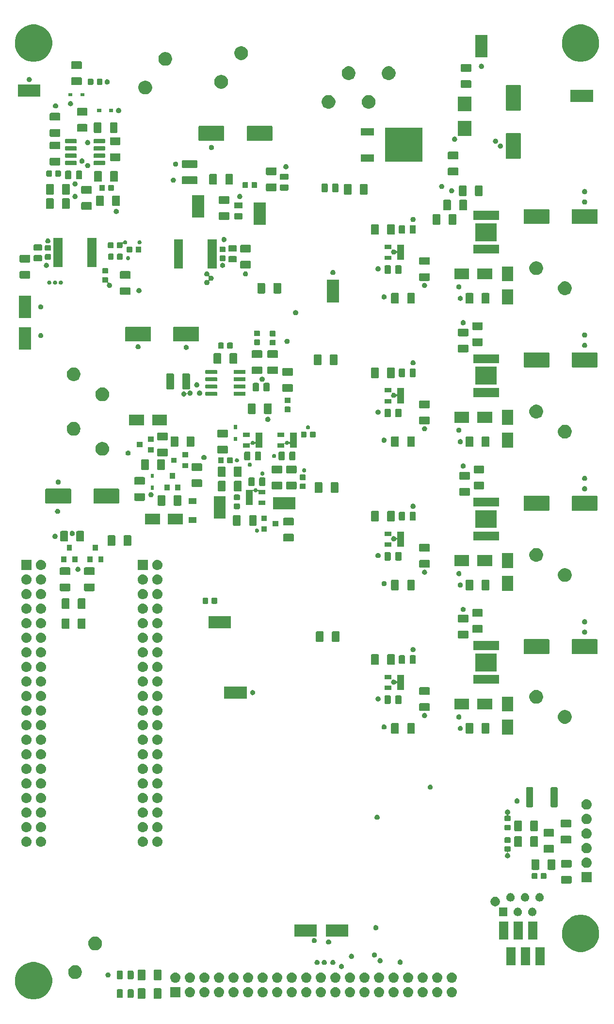
<source format=gbr>
G04 #@! TF.GenerationSoftware,KiCad,Pcbnew,(5.1.4)-1*
G04 #@! TF.CreationDate,2020-05-13T12:34:06-04:00*
G04 #@! TF.ProjectId,RPi_cape_proto,5250695f-6361-4706-955f-70726f746f2e,1.8*
G04 #@! TF.SameCoordinates,Original*
G04 #@! TF.FileFunction,Soldermask,Top*
G04 #@! TF.FilePolarity,Negative*
%FSLAX45Y45*%
G04 Gerber Fmt 4.5, Leading zero omitted, Abs format (unit mm)*
G04 Created by KiCad (PCBNEW (5.1.4)-1) date 2020-05-13 12:34:06*
%MOMM*%
%LPD*%
G04 APERTURE LIST*
%ADD10C,0.100000*%
G04 APERTURE END LIST*
D10*
G36*
X3326372Y-27603749D02*
G01*
X3369828Y-27612393D01*
X3428993Y-27636900D01*
X3462839Y-27659515D01*
X3482239Y-27672478D01*
X3527522Y-27717761D01*
X3527926Y-27718367D01*
X3563100Y-27771007D01*
X3587607Y-27830172D01*
X3588836Y-27836353D01*
X3600100Y-27892980D01*
X3600100Y-27957020D01*
X3593853Y-27988424D01*
X3587607Y-28019828D01*
X3563100Y-28078993D01*
X3527522Y-28132239D01*
X3482239Y-28177522D01*
X3428993Y-28213100D01*
X3369828Y-28237607D01*
X3338424Y-28243853D01*
X3307020Y-28250100D01*
X3242980Y-28250100D01*
X3211576Y-28243853D01*
X3180172Y-28237607D01*
X3121007Y-28213100D01*
X3067761Y-28177522D01*
X3022478Y-28132239D01*
X2986900Y-28078993D01*
X2962393Y-28019828D01*
X2956147Y-27988424D01*
X2949900Y-27957020D01*
X2949900Y-27892980D01*
X2961164Y-27836353D01*
X2962393Y-27830172D01*
X2986900Y-27771007D01*
X3022073Y-27718367D01*
X3022478Y-27717761D01*
X3067761Y-27672478D01*
X3087161Y-27659515D01*
X3121007Y-27636900D01*
X3180172Y-27612393D01*
X3223628Y-27603749D01*
X3242980Y-27599900D01*
X3307020Y-27599900D01*
X3326372Y-27603749D01*
X3326372Y-27603749D01*
G37*
G36*
X5491860Y-28057835D02*
G01*
X5495514Y-28058943D01*
X5498882Y-28060743D01*
X5501834Y-28063166D01*
X5504257Y-28066118D01*
X5506057Y-28069486D01*
X5507165Y-28073140D01*
X5507600Y-28077554D01*
X5507600Y-28222446D01*
X5507165Y-28226860D01*
X5506057Y-28230514D01*
X5504257Y-28233882D01*
X5501834Y-28236834D01*
X5498882Y-28239257D01*
X5495514Y-28241057D01*
X5491860Y-28242165D01*
X5487446Y-28242600D01*
X5392554Y-28242600D01*
X5388140Y-28242165D01*
X5384486Y-28241057D01*
X5381118Y-28239257D01*
X5378166Y-28236834D01*
X5375743Y-28233882D01*
X5373943Y-28230514D01*
X5372835Y-28226860D01*
X5372400Y-28222446D01*
X5372400Y-28077554D01*
X5372835Y-28073140D01*
X5373943Y-28069486D01*
X5375743Y-28066118D01*
X5378166Y-28063166D01*
X5381118Y-28060743D01*
X5384486Y-28058943D01*
X5388140Y-28057835D01*
X5392554Y-28057400D01*
X5487446Y-28057400D01*
X5491860Y-28057835D01*
X5491860Y-28057835D01*
G37*
G36*
X5211860Y-28057835D02*
G01*
X5215514Y-28058943D01*
X5218882Y-28060743D01*
X5221834Y-28063166D01*
X5224257Y-28066118D01*
X5226057Y-28069486D01*
X5227165Y-28073140D01*
X5227600Y-28077554D01*
X5227600Y-28222446D01*
X5227165Y-28226860D01*
X5226057Y-28230514D01*
X5224257Y-28233882D01*
X5221834Y-28236834D01*
X5218882Y-28239257D01*
X5215514Y-28241057D01*
X5211860Y-28242165D01*
X5207446Y-28242600D01*
X5112554Y-28242600D01*
X5108140Y-28242165D01*
X5104486Y-28241057D01*
X5101118Y-28239257D01*
X5098166Y-28236834D01*
X5095743Y-28233882D01*
X5093943Y-28230514D01*
X5092835Y-28226860D01*
X5092400Y-28222446D01*
X5092400Y-28077554D01*
X5092835Y-28073140D01*
X5093943Y-28069486D01*
X5095743Y-28066118D01*
X5098166Y-28063166D01*
X5101118Y-28060743D01*
X5104486Y-28058943D01*
X5108140Y-28057835D01*
X5112554Y-28057400D01*
X5207446Y-28057400D01*
X5211860Y-28057835D01*
X5211860Y-28057835D01*
G37*
G36*
X5005947Y-28075356D02*
G01*
X5009814Y-28076530D01*
X5013378Y-28078435D01*
X5016502Y-28080998D01*
X5019065Y-28084122D01*
X5020970Y-28087686D01*
X5022144Y-28091553D01*
X5022600Y-28096189D01*
X5022600Y-28203811D01*
X5022144Y-28208447D01*
X5020970Y-28212314D01*
X5019065Y-28215878D01*
X5016502Y-28219002D01*
X5013378Y-28221565D01*
X5009814Y-28223470D01*
X5005947Y-28224643D01*
X5001311Y-28225100D01*
X4936189Y-28225100D01*
X4931553Y-28224643D01*
X4927686Y-28223470D01*
X4924122Y-28221565D01*
X4920998Y-28219002D01*
X4918435Y-28215878D01*
X4916530Y-28212314D01*
X4915357Y-28208447D01*
X4914900Y-28203811D01*
X4914900Y-28096189D01*
X4915357Y-28091553D01*
X4916530Y-28087686D01*
X4918435Y-28084122D01*
X4920998Y-28080998D01*
X4924122Y-28078435D01*
X4927686Y-28076530D01*
X4931553Y-28075356D01*
X4936189Y-28074900D01*
X5001311Y-28074900D01*
X5005947Y-28075356D01*
X5005947Y-28075356D01*
G37*
G36*
X4818447Y-28075356D02*
G01*
X4822314Y-28076530D01*
X4825878Y-28078435D01*
X4829002Y-28080998D01*
X4831565Y-28084122D01*
X4833470Y-28087686D01*
X4834644Y-28091553D01*
X4835100Y-28096189D01*
X4835100Y-28203811D01*
X4834644Y-28208447D01*
X4833470Y-28212314D01*
X4831565Y-28215878D01*
X4829002Y-28219002D01*
X4825878Y-28221565D01*
X4822314Y-28223470D01*
X4818447Y-28224643D01*
X4813811Y-28225100D01*
X4748689Y-28225100D01*
X4744053Y-28224643D01*
X4740186Y-28223470D01*
X4736622Y-28221565D01*
X4733498Y-28219002D01*
X4730935Y-28215878D01*
X4729030Y-28212314D01*
X4727857Y-28208447D01*
X4727400Y-28203811D01*
X4727400Y-28096189D01*
X4727857Y-28091553D01*
X4729030Y-28087686D01*
X4730935Y-28084122D01*
X4733498Y-28080998D01*
X4736622Y-28078435D01*
X4740186Y-28076530D01*
X4744053Y-28075356D01*
X4748689Y-28074900D01*
X4813811Y-28074900D01*
X4818447Y-28075356D01*
X4818447Y-28075356D01*
G37*
G36*
X10587044Y-28035552D02*
G01*
X10593663Y-28036204D01*
X10610647Y-28041356D01*
X10626299Y-28049722D01*
X10628269Y-28051339D01*
X10640019Y-28060981D01*
X10646942Y-28069417D01*
X10651278Y-28074701D01*
X10659644Y-28090353D01*
X10664796Y-28107337D01*
X10666536Y-28125000D01*
X10664796Y-28142663D01*
X10659644Y-28159647D01*
X10651278Y-28175299D01*
X10649454Y-28177522D01*
X10640019Y-28189019D01*
X10629873Y-28197345D01*
X10626299Y-28200278D01*
X10610647Y-28208644D01*
X10593663Y-28213796D01*
X10587044Y-28214448D01*
X10580426Y-28215100D01*
X10571574Y-28215100D01*
X10564956Y-28214448D01*
X10558337Y-28213796D01*
X10541353Y-28208644D01*
X10525701Y-28200278D01*
X10522127Y-28197345D01*
X10511981Y-28189019D01*
X10502546Y-28177522D01*
X10500722Y-28175299D01*
X10492356Y-28159647D01*
X10487204Y-28142663D01*
X10485464Y-28125000D01*
X10487204Y-28107337D01*
X10492356Y-28090353D01*
X10500722Y-28074701D01*
X10505058Y-28069417D01*
X10511981Y-28060981D01*
X10523731Y-28051339D01*
X10525701Y-28049722D01*
X10541353Y-28041356D01*
X10558337Y-28036204D01*
X10564956Y-28035552D01*
X10571574Y-28034900D01*
X10580426Y-28034900D01*
X10587044Y-28035552D01*
X10587044Y-28035552D01*
G37*
G36*
X7285044Y-28035552D02*
G01*
X7291663Y-28036204D01*
X7308647Y-28041356D01*
X7324299Y-28049722D01*
X7326269Y-28051339D01*
X7338019Y-28060981D01*
X7344942Y-28069417D01*
X7349278Y-28074701D01*
X7357644Y-28090353D01*
X7362796Y-28107337D01*
X7364536Y-28125000D01*
X7362796Y-28142663D01*
X7357644Y-28159647D01*
X7349278Y-28175299D01*
X7347454Y-28177522D01*
X7338019Y-28189019D01*
X7327873Y-28197345D01*
X7324299Y-28200278D01*
X7308647Y-28208644D01*
X7291663Y-28213796D01*
X7285044Y-28214448D01*
X7278426Y-28215100D01*
X7269574Y-28215100D01*
X7262956Y-28214448D01*
X7256337Y-28213796D01*
X7239353Y-28208644D01*
X7223701Y-28200278D01*
X7220127Y-28197345D01*
X7209981Y-28189019D01*
X7200546Y-28177522D01*
X7198722Y-28175299D01*
X7190356Y-28159647D01*
X7185204Y-28142663D01*
X7183464Y-28125000D01*
X7185204Y-28107337D01*
X7190356Y-28090353D01*
X7198722Y-28074701D01*
X7203058Y-28069417D01*
X7209981Y-28060981D01*
X7221731Y-28051339D01*
X7223701Y-28049722D01*
X7239353Y-28041356D01*
X7256337Y-28036204D01*
X7262956Y-28035552D01*
X7269574Y-28034900D01*
X7278426Y-28034900D01*
X7285044Y-28035552D01*
X7285044Y-28035552D01*
G37*
G36*
X7539044Y-28035552D02*
G01*
X7545663Y-28036204D01*
X7562647Y-28041356D01*
X7578299Y-28049722D01*
X7580269Y-28051339D01*
X7592019Y-28060981D01*
X7598942Y-28069417D01*
X7603278Y-28074701D01*
X7611644Y-28090353D01*
X7616796Y-28107337D01*
X7618536Y-28125000D01*
X7616796Y-28142663D01*
X7611644Y-28159647D01*
X7603278Y-28175299D01*
X7601454Y-28177522D01*
X7592019Y-28189019D01*
X7581873Y-28197345D01*
X7578299Y-28200278D01*
X7562647Y-28208644D01*
X7545663Y-28213796D01*
X7539044Y-28214448D01*
X7532426Y-28215100D01*
X7523574Y-28215100D01*
X7516956Y-28214448D01*
X7510337Y-28213796D01*
X7493353Y-28208644D01*
X7477701Y-28200278D01*
X7474127Y-28197345D01*
X7463981Y-28189019D01*
X7454546Y-28177522D01*
X7452722Y-28175299D01*
X7444356Y-28159647D01*
X7439204Y-28142663D01*
X7437464Y-28125000D01*
X7439204Y-28107337D01*
X7444356Y-28090353D01*
X7452722Y-28074701D01*
X7457058Y-28069417D01*
X7463981Y-28060981D01*
X7475731Y-28051339D01*
X7477701Y-28049722D01*
X7493353Y-28041356D01*
X7510337Y-28036204D01*
X7516956Y-28035552D01*
X7523574Y-28034900D01*
X7532426Y-28034900D01*
X7539044Y-28035552D01*
X7539044Y-28035552D01*
G37*
G36*
X7793044Y-28035552D02*
G01*
X7799663Y-28036204D01*
X7816647Y-28041356D01*
X7832299Y-28049722D01*
X7834269Y-28051339D01*
X7846019Y-28060981D01*
X7852942Y-28069417D01*
X7857278Y-28074701D01*
X7865644Y-28090353D01*
X7870796Y-28107337D01*
X7872536Y-28125000D01*
X7870796Y-28142663D01*
X7865644Y-28159647D01*
X7857278Y-28175299D01*
X7855454Y-28177522D01*
X7846019Y-28189019D01*
X7835873Y-28197345D01*
X7832299Y-28200278D01*
X7816647Y-28208644D01*
X7799663Y-28213796D01*
X7793044Y-28214448D01*
X7786426Y-28215100D01*
X7777574Y-28215100D01*
X7770956Y-28214448D01*
X7764337Y-28213796D01*
X7747353Y-28208644D01*
X7731701Y-28200278D01*
X7728127Y-28197345D01*
X7717981Y-28189019D01*
X7708546Y-28177522D01*
X7706722Y-28175299D01*
X7698356Y-28159647D01*
X7693204Y-28142663D01*
X7691464Y-28125000D01*
X7693204Y-28107337D01*
X7698356Y-28090353D01*
X7706722Y-28074701D01*
X7711058Y-28069417D01*
X7717981Y-28060981D01*
X7729731Y-28051339D01*
X7731701Y-28049722D01*
X7747353Y-28041356D01*
X7764337Y-28036204D01*
X7770956Y-28035552D01*
X7777574Y-28034900D01*
X7786426Y-28034900D01*
X7793044Y-28035552D01*
X7793044Y-28035552D01*
G37*
G36*
X8047044Y-28035552D02*
G01*
X8053663Y-28036204D01*
X8070647Y-28041356D01*
X8086299Y-28049722D01*
X8088269Y-28051339D01*
X8100019Y-28060981D01*
X8106942Y-28069417D01*
X8111278Y-28074701D01*
X8119644Y-28090353D01*
X8124796Y-28107337D01*
X8126536Y-28125000D01*
X8124796Y-28142663D01*
X8119644Y-28159647D01*
X8111278Y-28175299D01*
X8109454Y-28177522D01*
X8100019Y-28189019D01*
X8089873Y-28197345D01*
X8086299Y-28200278D01*
X8070647Y-28208644D01*
X8053663Y-28213796D01*
X8047044Y-28214448D01*
X8040426Y-28215100D01*
X8031574Y-28215100D01*
X8024956Y-28214448D01*
X8018337Y-28213796D01*
X8001353Y-28208644D01*
X7985701Y-28200278D01*
X7982127Y-28197345D01*
X7971981Y-28189019D01*
X7962546Y-28177522D01*
X7960722Y-28175299D01*
X7952356Y-28159647D01*
X7947204Y-28142663D01*
X7945464Y-28125000D01*
X7947204Y-28107337D01*
X7952356Y-28090353D01*
X7960722Y-28074701D01*
X7965058Y-28069417D01*
X7971981Y-28060981D01*
X7983731Y-28051339D01*
X7985701Y-28049722D01*
X8001353Y-28041356D01*
X8018337Y-28036204D01*
X8024956Y-28035552D01*
X8031574Y-28034900D01*
X8040426Y-28034900D01*
X8047044Y-28035552D01*
X8047044Y-28035552D01*
G37*
G36*
X8301044Y-28035552D02*
G01*
X8307663Y-28036204D01*
X8324647Y-28041356D01*
X8340299Y-28049722D01*
X8342269Y-28051339D01*
X8354019Y-28060981D01*
X8360942Y-28069417D01*
X8365278Y-28074701D01*
X8373644Y-28090353D01*
X8378796Y-28107337D01*
X8380536Y-28125000D01*
X8378796Y-28142663D01*
X8373644Y-28159647D01*
X8365278Y-28175299D01*
X8363454Y-28177522D01*
X8354019Y-28189019D01*
X8343873Y-28197345D01*
X8340299Y-28200278D01*
X8324647Y-28208644D01*
X8307663Y-28213796D01*
X8301044Y-28214448D01*
X8294426Y-28215100D01*
X8285574Y-28215100D01*
X8278956Y-28214448D01*
X8272337Y-28213796D01*
X8255353Y-28208644D01*
X8239701Y-28200278D01*
X8236127Y-28197345D01*
X8225981Y-28189019D01*
X8216546Y-28177522D01*
X8214722Y-28175299D01*
X8206356Y-28159647D01*
X8201204Y-28142663D01*
X8199464Y-28125000D01*
X8201204Y-28107337D01*
X8206356Y-28090353D01*
X8214722Y-28074701D01*
X8219058Y-28069417D01*
X8225981Y-28060981D01*
X8237731Y-28051339D01*
X8239701Y-28049722D01*
X8255353Y-28041356D01*
X8272337Y-28036204D01*
X8278956Y-28035552D01*
X8285574Y-28034900D01*
X8294426Y-28034900D01*
X8301044Y-28035552D01*
X8301044Y-28035552D01*
G37*
G36*
X8555044Y-28035552D02*
G01*
X8561663Y-28036204D01*
X8578647Y-28041356D01*
X8594299Y-28049722D01*
X8596269Y-28051339D01*
X8608019Y-28060981D01*
X8614942Y-28069417D01*
X8619278Y-28074701D01*
X8627644Y-28090353D01*
X8632796Y-28107337D01*
X8634536Y-28125000D01*
X8632796Y-28142663D01*
X8627644Y-28159647D01*
X8619278Y-28175299D01*
X8617454Y-28177522D01*
X8608019Y-28189019D01*
X8597873Y-28197345D01*
X8594299Y-28200278D01*
X8578647Y-28208644D01*
X8561663Y-28213796D01*
X8555044Y-28214448D01*
X8548426Y-28215100D01*
X8539574Y-28215100D01*
X8532956Y-28214448D01*
X8526337Y-28213796D01*
X8509353Y-28208644D01*
X8493701Y-28200278D01*
X8490127Y-28197345D01*
X8479981Y-28189019D01*
X8470546Y-28177522D01*
X8468722Y-28175299D01*
X8460356Y-28159647D01*
X8455204Y-28142663D01*
X8453464Y-28125000D01*
X8455204Y-28107337D01*
X8460356Y-28090353D01*
X8468722Y-28074701D01*
X8473058Y-28069417D01*
X8479981Y-28060981D01*
X8491731Y-28051339D01*
X8493701Y-28049722D01*
X8509353Y-28041356D01*
X8526337Y-28036204D01*
X8532956Y-28035552D01*
X8539574Y-28034900D01*
X8548426Y-28034900D01*
X8555044Y-28035552D01*
X8555044Y-28035552D01*
G37*
G36*
X8809044Y-28035552D02*
G01*
X8815663Y-28036204D01*
X8832647Y-28041356D01*
X8848299Y-28049722D01*
X8850269Y-28051339D01*
X8862019Y-28060981D01*
X8868942Y-28069417D01*
X8873278Y-28074701D01*
X8881644Y-28090353D01*
X8886796Y-28107337D01*
X8888536Y-28125000D01*
X8886796Y-28142663D01*
X8881644Y-28159647D01*
X8873278Y-28175299D01*
X8871454Y-28177522D01*
X8862019Y-28189019D01*
X8851873Y-28197345D01*
X8848299Y-28200278D01*
X8832647Y-28208644D01*
X8815663Y-28213796D01*
X8809044Y-28214448D01*
X8802426Y-28215100D01*
X8793574Y-28215100D01*
X8786956Y-28214448D01*
X8780337Y-28213796D01*
X8763353Y-28208644D01*
X8747701Y-28200278D01*
X8744127Y-28197345D01*
X8733981Y-28189019D01*
X8724546Y-28177522D01*
X8722722Y-28175299D01*
X8714356Y-28159647D01*
X8709204Y-28142663D01*
X8707464Y-28125000D01*
X8709204Y-28107337D01*
X8714356Y-28090353D01*
X8722722Y-28074701D01*
X8727058Y-28069417D01*
X8733981Y-28060981D01*
X8745731Y-28051339D01*
X8747701Y-28049722D01*
X8763353Y-28041356D01*
X8780337Y-28036204D01*
X8786956Y-28035552D01*
X8793574Y-28034900D01*
X8802426Y-28034900D01*
X8809044Y-28035552D01*
X8809044Y-28035552D01*
G37*
G36*
X9063044Y-28035552D02*
G01*
X9069663Y-28036204D01*
X9086647Y-28041356D01*
X9102299Y-28049722D01*
X9104269Y-28051339D01*
X9116019Y-28060981D01*
X9122942Y-28069417D01*
X9127278Y-28074701D01*
X9135644Y-28090353D01*
X9140796Y-28107337D01*
X9142536Y-28125000D01*
X9140796Y-28142663D01*
X9135644Y-28159647D01*
X9127278Y-28175299D01*
X9125454Y-28177522D01*
X9116019Y-28189019D01*
X9105873Y-28197345D01*
X9102299Y-28200278D01*
X9086647Y-28208644D01*
X9069663Y-28213796D01*
X9063044Y-28214448D01*
X9056426Y-28215100D01*
X9047574Y-28215100D01*
X9040956Y-28214448D01*
X9034337Y-28213796D01*
X9017353Y-28208644D01*
X9001701Y-28200278D01*
X8998127Y-28197345D01*
X8987981Y-28189019D01*
X8978546Y-28177522D01*
X8976722Y-28175299D01*
X8968356Y-28159647D01*
X8963204Y-28142663D01*
X8961464Y-28125000D01*
X8963204Y-28107337D01*
X8968356Y-28090353D01*
X8976722Y-28074701D01*
X8981058Y-28069417D01*
X8987981Y-28060981D01*
X8999731Y-28051339D01*
X9001701Y-28049722D01*
X9017353Y-28041356D01*
X9034337Y-28036204D01*
X9040956Y-28035552D01*
X9047574Y-28034900D01*
X9056426Y-28034900D01*
X9063044Y-28035552D01*
X9063044Y-28035552D01*
G37*
G36*
X9317044Y-28035552D02*
G01*
X9323663Y-28036204D01*
X9340647Y-28041356D01*
X9356299Y-28049722D01*
X9358269Y-28051339D01*
X9370019Y-28060981D01*
X9376942Y-28069417D01*
X9381278Y-28074701D01*
X9389644Y-28090353D01*
X9394796Y-28107337D01*
X9396536Y-28125000D01*
X9394796Y-28142663D01*
X9389644Y-28159647D01*
X9381278Y-28175299D01*
X9379454Y-28177522D01*
X9370019Y-28189019D01*
X9359873Y-28197345D01*
X9356299Y-28200278D01*
X9340647Y-28208644D01*
X9323663Y-28213796D01*
X9317044Y-28214448D01*
X9310426Y-28215100D01*
X9301574Y-28215100D01*
X9294956Y-28214448D01*
X9288337Y-28213796D01*
X9271353Y-28208644D01*
X9255701Y-28200278D01*
X9252127Y-28197345D01*
X9241981Y-28189019D01*
X9232546Y-28177522D01*
X9230722Y-28175299D01*
X9222356Y-28159647D01*
X9217204Y-28142663D01*
X9215464Y-28125000D01*
X9217204Y-28107337D01*
X9222356Y-28090353D01*
X9230722Y-28074701D01*
X9235058Y-28069417D01*
X9241981Y-28060981D01*
X9253731Y-28051339D01*
X9255701Y-28049722D01*
X9271353Y-28041356D01*
X9288337Y-28036204D01*
X9294956Y-28035552D01*
X9301574Y-28034900D01*
X9310426Y-28034900D01*
X9317044Y-28035552D01*
X9317044Y-28035552D01*
G37*
G36*
X9825044Y-28035552D02*
G01*
X9831663Y-28036204D01*
X9848647Y-28041356D01*
X9864299Y-28049722D01*
X9866269Y-28051339D01*
X9878019Y-28060981D01*
X9884942Y-28069417D01*
X9889278Y-28074701D01*
X9897644Y-28090353D01*
X9902796Y-28107337D01*
X9904536Y-28125000D01*
X9902796Y-28142663D01*
X9897644Y-28159647D01*
X9889278Y-28175299D01*
X9887454Y-28177522D01*
X9878019Y-28189019D01*
X9867873Y-28197345D01*
X9864299Y-28200278D01*
X9848647Y-28208644D01*
X9831663Y-28213796D01*
X9825044Y-28214448D01*
X9818426Y-28215100D01*
X9809574Y-28215100D01*
X9802956Y-28214448D01*
X9796337Y-28213796D01*
X9779353Y-28208644D01*
X9763701Y-28200278D01*
X9760127Y-28197345D01*
X9749981Y-28189019D01*
X9740546Y-28177522D01*
X9738722Y-28175299D01*
X9730356Y-28159647D01*
X9725204Y-28142663D01*
X9723464Y-28125000D01*
X9725204Y-28107337D01*
X9730356Y-28090353D01*
X9738722Y-28074701D01*
X9743058Y-28069417D01*
X9749981Y-28060981D01*
X9761731Y-28051339D01*
X9763701Y-28049722D01*
X9779353Y-28041356D01*
X9796337Y-28036204D01*
X9802956Y-28035552D01*
X9809574Y-28034900D01*
X9818426Y-28034900D01*
X9825044Y-28035552D01*
X9825044Y-28035552D01*
G37*
G36*
X10079044Y-28035552D02*
G01*
X10085663Y-28036204D01*
X10102647Y-28041356D01*
X10118299Y-28049722D01*
X10120269Y-28051339D01*
X10132019Y-28060981D01*
X10138942Y-28069417D01*
X10143278Y-28074701D01*
X10151644Y-28090353D01*
X10156796Y-28107337D01*
X10158536Y-28125000D01*
X10156796Y-28142663D01*
X10151644Y-28159647D01*
X10143278Y-28175299D01*
X10141454Y-28177522D01*
X10132019Y-28189019D01*
X10121873Y-28197345D01*
X10118299Y-28200278D01*
X10102647Y-28208644D01*
X10085663Y-28213796D01*
X10079044Y-28214448D01*
X10072426Y-28215100D01*
X10063574Y-28215100D01*
X10056956Y-28214448D01*
X10050337Y-28213796D01*
X10033353Y-28208644D01*
X10017701Y-28200278D01*
X10014127Y-28197345D01*
X10003981Y-28189019D01*
X9994546Y-28177522D01*
X9992722Y-28175299D01*
X9984356Y-28159647D01*
X9979204Y-28142663D01*
X9977464Y-28125000D01*
X9979204Y-28107337D01*
X9984356Y-28090353D01*
X9992722Y-28074701D01*
X9997058Y-28069417D01*
X10003981Y-28060981D01*
X10015731Y-28051339D01*
X10017701Y-28049722D01*
X10033353Y-28041356D01*
X10050337Y-28036204D01*
X10056956Y-28035552D01*
X10063574Y-28034900D01*
X10072426Y-28034900D01*
X10079044Y-28035552D01*
X10079044Y-28035552D01*
G37*
G36*
X10333044Y-28035552D02*
G01*
X10339663Y-28036204D01*
X10356647Y-28041356D01*
X10372299Y-28049722D01*
X10374269Y-28051339D01*
X10386019Y-28060981D01*
X10392942Y-28069417D01*
X10397278Y-28074701D01*
X10405644Y-28090353D01*
X10410796Y-28107337D01*
X10412536Y-28125000D01*
X10410796Y-28142663D01*
X10405644Y-28159647D01*
X10397278Y-28175299D01*
X10395454Y-28177522D01*
X10386019Y-28189019D01*
X10375873Y-28197345D01*
X10372299Y-28200278D01*
X10356647Y-28208644D01*
X10339663Y-28213796D01*
X10333044Y-28214448D01*
X10326426Y-28215100D01*
X10317574Y-28215100D01*
X10310956Y-28214448D01*
X10304337Y-28213796D01*
X10287353Y-28208644D01*
X10271701Y-28200278D01*
X10268127Y-28197345D01*
X10257981Y-28189019D01*
X10248546Y-28177522D01*
X10246722Y-28175299D01*
X10238356Y-28159647D01*
X10233204Y-28142663D01*
X10231464Y-28125000D01*
X10233204Y-28107337D01*
X10238356Y-28090353D01*
X10246722Y-28074701D01*
X10251058Y-28069417D01*
X10257981Y-28060981D01*
X10269731Y-28051339D01*
X10271701Y-28049722D01*
X10287353Y-28041356D01*
X10304337Y-28036204D01*
X10310956Y-28035552D01*
X10317574Y-28034900D01*
X10326426Y-28034900D01*
X10333044Y-28035552D01*
X10333044Y-28035552D01*
G37*
G36*
X7031044Y-28035552D02*
G01*
X7037663Y-28036204D01*
X7054647Y-28041356D01*
X7070299Y-28049722D01*
X7072269Y-28051339D01*
X7084019Y-28060981D01*
X7090942Y-28069417D01*
X7095278Y-28074701D01*
X7103644Y-28090353D01*
X7108796Y-28107337D01*
X7110536Y-28125000D01*
X7108796Y-28142663D01*
X7103644Y-28159647D01*
X7095278Y-28175299D01*
X7093454Y-28177522D01*
X7084019Y-28189019D01*
X7073873Y-28197345D01*
X7070299Y-28200278D01*
X7054647Y-28208644D01*
X7037663Y-28213796D01*
X7031044Y-28214448D01*
X7024426Y-28215100D01*
X7015574Y-28215100D01*
X7008956Y-28214448D01*
X7002337Y-28213796D01*
X6985353Y-28208644D01*
X6969701Y-28200278D01*
X6966127Y-28197345D01*
X6955981Y-28189019D01*
X6946546Y-28177522D01*
X6944722Y-28175299D01*
X6936356Y-28159647D01*
X6931204Y-28142663D01*
X6929464Y-28125000D01*
X6931204Y-28107337D01*
X6936356Y-28090353D01*
X6944722Y-28074701D01*
X6949058Y-28069417D01*
X6955981Y-28060981D01*
X6967731Y-28051339D01*
X6969701Y-28049722D01*
X6985353Y-28041356D01*
X7002337Y-28036204D01*
X7008956Y-28035552D01*
X7015574Y-28034900D01*
X7024426Y-28034900D01*
X7031044Y-28035552D01*
X7031044Y-28035552D01*
G37*
G36*
X6015044Y-28035552D02*
G01*
X6021663Y-28036204D01*
X6038647Y-28041356D01*
X6054299Y-28049722D01*
X6056269Y-28051339D01*
X6068019Y-28060981D01*
X6074942Y-28069417D01*
X6079278Y-28074701D01*
X6087644Y-28090353D01*
X6092796Y-28107337D01*
X6094536Y-28125000D01*
X6092796Y-28142663D01*
X6087644Y-28159647D01*
X6079278Y-28175299D01*
X6077454Y-28177522D01*
X6068019Y-28189019D01*
X6057873Y-28197345D01*
X6054299Y-28200278D01*
X6038647Y-28208644D01*
X6021663Y-28213796D01*
X6015044Y-28214448D01*
X6008426Y-28215100D01*
X5999574Y-28215100D01*
X5992956Y-28214448D01*
X5986337Y-28213796D01*
X5969353Y-28208644D01*
X5953701Y-28200278D01*
X5950127Y-28197345D01*
X5939981Y-28189019D01*
X5930546Y-28177522D01*
X5928722Y-28175299D01*
X5920356Y-28159647D01*
X5915204Y-28142663D01*
X5913464Y-28125000D01*
X5915204Y-28107337D01*
X5920356Y-28090353D01*
X5928722Y-28074701D01*
X5933058Y-28069417D01*
X5939981Y-28060981D01*
X5951731Y-28051339D01*
X5953701Y-28049722D01*
X5969353Y-28041356D01*
X5986337Y-28036204D01*
X5992956Y-28035552D01*
X5999574Y-28034900D01*
X6008426Y-28034900D01*
X6015044Y-28035552D01*
X6015044Y-28035552D01*
G37*
G36*
X6269044Y-28035552D02*
G01*
X6275663Y-28036204D01*
X6292647Y-28041356D01*
X6308299Y-28049722D01*
X6310269Y-28051339D01*
X6322019Y-28060981D01*
X6328942Y-28069417D01*
X6333278Y-28074701D01*
X6341644Y-28090353D01*
X6346796Y-28107337D01*
X6348536Y-28125000D01*
X6346796Y-28142663D01*
X6341644Y-28159647D01*
X6333278Y-28175299D01*
X6331454Y-28177522D01*
X6322019Y-28189019D01*
X6311873Y-28197345D01*
X6308299Y-28200278D01*
X6292647Y-28208644D01*
X6275663Y-28213796D01*
X6269044Y-28214448D01*
X6262426Y-28215100D01*
X6253574Y-28215100D01*
X6246956Y-28214448D01*
X6240337Y-28213796D01*
X6223353Y-28208644D01*
X6207701Y-28200278D01*
X6204127Y-28197345D01*
X6193981Y-28189019D01*
X6184546Y-28177522D01*
X6182722Y-28175299D01*
X6174356Y-28159647D01*
X6169204Y-28142663D01*
X6167464Y-28125000D01*
X6169204Y-28107337D01*
X6174356Y-28090353D01*
X6182722Y-28074701D01*
X6187058Y-28069417D01*
X6193981Y-28060981D01*
X6205731Y-28051339D01*
X6207701Y-28049722D01*
X6223353Y-28041356D01*
X6240337Y-28036204D01*
X6246956Y-28035552D01*
X6253574Y-28034900D01*
X6262426Y-28034900D01*
X6269044Y-28035552D01*
X6269044Y-28035552D01*
G37*
G36*
X6523044Y-28035552D02*
G01*
X6529663Y-28036204D01*
X6546647Y-28041356D01*
X6562299Y-28049722D01*
X6564269Y-28051339D01*
X6576019Y-28060981D01*
X6582942Y-28069417D01*
X6587278Y-28074701D01*
X6595644Y-28090353D01*
X6600796Y-28107337D01*
X6602536Y-28125000D01*
X6600796Y-28142663D01*
X6595644Y-28159647D01*
X6587278Y-28175299D01*
X6585454Y-28177522D01*
X6576019Y-28189019D01*
X6565873Y-28197345D01*
X6562299Y-28200278D01*
X6546647Y-28208644D01*
X6529663Y-28213796D01*
X6523044Y-28214448D01*
X6516426Y-28215100D01*
X6507574Y-28215100D01*
X6500956Y-28214448D01*
X6494337Y-28213796D01*
X6477353Y-28208644D01*
X6461701Y-28200278D01*
X6458127Y-28197345D01*
X6447981Y-28189019D01*
X6438546Y-28177522D01*
X6436722Y-28175299D01*
X6428356Y-28159647D01*
X6423204Y-28142663D01*
X6421464Y-28125000D01*
X6423204Y-28107337D01*
X6428356Y-28090353D01*
X6436722Y-28074701D01*
X6441058Y-28069417D01*
X6447981Y-28060981D01*
X6459731Y-28051339D01*
X6461701Y-28049722D01*
X6477353Y-28041356D01*
X6494337Y-28036204D01*
X6500956Y-28035552D01*
X6507574Y-28034900D01*
X6516426Y-28034900D01*
X6523044Y-28035552D01*
X6523044Y-28035552D01*
G37*
G36*
X6777044Y-28035552D02*
G01*
X6783663Y-28036204D01*
X6800647Y-28041356D01*
X6816299Y-28049722D01*
X6818269Y-28051339D01*
X6830019Y-28060981D01*
X6836942Y-28069417D01*
X6841278Y-28074701D01*
X6849644Y-28090353D01*
X6854796Y-28107337D01*
X6856536Y-28125000D01*
X6854796Y-28142663D01*
X6849644Y-28159647D01*
X6841278Y-28175299D01*
X6839454Y-28177522D01*
X6830019Y-28189019D01*
X6819873Y-28197345D01*
X6816299Y-28200278D01*
X6800647Y-28208644D01*
X6783663Y-28213796D01*
X6777044Y-28214448D01*
X6770426Y-28215100D01*
X6761574Y-28215100D01*
X6754956Y-28214448D01*
X6748337Y-28213796D01*
X6731353Y-28208644D01*
X6715701Y-28200278D01*
X6712127Y-28197345D01*
X6701981Y-28189019D01*
X6692546Y-28177522D01*
X6690722Y-28175299D01*
X6682356Y-28159647D01*
X6677204Y-28142663D01*
X6675464Y-28125000D01*
X6677204Y-28107337D01*
X6682356Y-28090353D01*
X6690722Y-28074701D01*
X6695058Y-28069417D01*
X6701981Y-28060981D01*
X6713731Y-28051339D01*
X6715701Y-28049722D01*
X6731353Y-28041356D01*
X6748337Y-28036204D01*
X6754956Y-28035552D01*
X6761574Y-28034900D01*
X6770426Y-28034900D01*
X6777044Y-28035552D01*
X6777044Y-28035552D01*
G37*
G36*
X5840100Y-28215100D02*
G01*
X5659900Y-28215100D01*
X5659900Y-28034900D01*
X5840100Y-28034900D01*
X5840100Y-28215100D01*
X5840100Y-28215100D01*
G37*
G36*
X9571044Y-28035552D02*
G01*
X9577663Y-28036204D01*
X9594647Y-28041356D01*
X9610299Y-28049722D01*
X9612269Y-28051339D01*
X9624019Y-28060981D01*
X9630942Y-28069417D01*
X9635278Y-28074701D01*
X9643644Y-28090353D01*
X9648796Y-28107337D01*
X9650536Y-28125000D01*
X9648796Y-28142663D01*
X9643644Y-28159647D01*
X9635278Y-28175299D01*
X9633454Y-28177522D01*
X9624019Y-28189019D01*
X9613873Y-28197345D01*
X9610299Y-28200278D01*
X9594647Y-28208644D01*
X9577663Y-28213796D01*
X9571044Y-28214448D01*
X9564426Y-28215100D01*
X9555574Y-28215100D01*
X9548956Y-28214448D01*
X9542337Y-28213796D01*
X9525353Y-28208644D01*
X9509701Y-28200278D01*
X9506127Y-28197345D01*
X9495981Y-28189019D01*
X9486546Y-28177522D01*
X9484722Y-28175299D01*
X9476356Y-28159647D01*
X9471204Y-28142663D01*
X9469464Y-28125000D01*
X9471204Y-28107337D01*
X9476356Y-28090353D01*
X9484722Y-28074701D01*
X9489058Y-28069417D01*
X9495981Y-28060981D01*
X9507731Y-28051339D01*
X9509701Y-28049722D01*
X9525353Y-28041356D01*
X9542337Y-28036204D01*
X9548956Y-28035552D01*
X9555574Y-28034900D01*
X9564426Y-28034900D01*
X9571044Y-28035552D01*
X9571044Y-28035552D01*
G37*
G36*
X9317044Y-27781552D02*
G01*
X9323663Y-27782204D01*
X9340647Y-27787356D01*
X9356299Y-27795722D01*
X9356943Y-27796250D01*
X9370019Y-27806981D01*
X9378345Y-27817127D01*
X9381278Y-27820701D01*
X9381278Y-27820701D01*
X9387258Y-27831889D01*
X9389644Y-27836353D01*
X9394796Y-27853337D01*
X9396536Y-27871000D01*
X9394796Y-27888663D01*
X9389644Y-27905647D01*
X9381278Y-27921299D01*
X9378345Y-27924873D01*
X9370019Y-27935019D01*
X9359873Y-27943345D01*
X9356299Y-27946278D01*
X9340647Y-27954644D01*
X9323663Y-27959796D01*
X9317044Y-27960448D01*
X9310426Y-27961100D01*
X9301574Y-27961100D01*
X9294956Y-27960448D01*
X9288337Y-27959796D01*
X9271353Y-27954644D01*
X9255701Y-27946278D01*
X9252127Y-27943345D01*
X9241981Y-27935019D01*
X9233655Y-27924873D01*
X9230722Y-27921299D01*
X9222356Y-27905647D01*
X9217204Y-27888663D01*
X9215464Y-27871000D01*
X9217204Y-27853337D01*
X9222356Y-27836353D01*
X9224742Y-27831889D01*
X9230722Y-27820701D01*
X9230722Y-27820701D01*
X9233655Y-27817127D01*
X9241981Y-27806981D01*
X9255057Y-27796250D01*
X9255701Y-27795722D01*
X9271353Y-27787356D01*
X9288337Y-27782204D01*
X9294956Y-27781552D01*
X9301574Y-27780900D01*
X9310426Y-27780900D01*
X9317044Y-27781552D01*
X9317044Y-27781552D01*
G37*
G36*
X8301044Y-27781552D02*
G01*
X8307663Y-27782204D01*
X8324647Y-27787356D01*
X8340299Y-27795722D01*
X8340943Y-27796250D01*
X8354019Y-27806981D01*
X8362345Y-27817127D01*
X8365278Y-27820701D01*
X8365278Y-27820701D01*
X8371258Y-27831889D01*
X8373644Y-27836353D01*
X8378796Y-27853337D01*
X8380536Y-27871000D01*
X8378796Y-27888663D01*
X8373644Y-27905647D01*
X8365278Y-27921299D01*
X8362345Y-27924873D01*
X8354019Y-27935019D01*
X8343873Y-27943345D01*
X8340299Y-27946278D01*
X8324647Y-27954644D01*
X8307663Y-27959796D01*
X8301044Y-27960448D01*
X8294426Y-27961100D01*
X8285574Y-27961100D01*
X8278956Y-27960448D01*
X8272337Y-27959796D01*
X8255353Y-27954644D01*
X8239701Y-27946278D01*
X8236127Y-27943345D01*
X8225981Y-27935019D01*
X8217655Y-27924873D01*
X8214722Y-27921299D01*
X8206356Y-27905647D01*
X8201204Y-27888663D01*
X8199464Y-27871000D01*
X8201204Y-27853337D01*
X8206356Y-27836353D01*
X8208742Y-27831889D01*
X8214722Y-27820701D01*
X8214722Y-27820701D01*
X8217655Y-27817127D01*
X8225981Y-27806981D01*
X8239057Y-27796250D01*
X8239701Y-27795722D01*
X8255353Y-27787356D01*
X8272337Y-27782204D01*
X8278956Y-27781552D01*
X8285574Y-27780900D01*
X8294426Y-27780900D01*
X8301044Y-27781552D01*
X8301044Y-27781552D01*
G37*
G36*
X8809044Y-27781552D02*
G01*
X8815663Y-27782204D01*
X8832647Y-27787356D01*
X8848299Y-27795722D01*
X8848943Y-27796250D01*
X8862019Y-27806981D01*
X8870345Y-27817127D01*
X8873278Y-27820701D01*
X8873278Y-27820701D01*
X8879258Y-27831889D01*
X8881644Y-27836353D01*
X8886796Y-27853337D01*
X8888536Y-27871000D01*
X8886796Y-27888663D01*
X8881644Y-27905647D01*
X8873278Y-27921299D01*
X8870345Y-27924873D01*
X8862019Y-27935019D01*
X8851873Y-27943345D01*
X8848299Y-27946278D01*
X8832647Y-27954644D01*
X8815663Y-27959796D01*
X8809044Y-27960448D01*
X8802426Y-27961100D01*
X8793574Y-27961100D01*
X8786956Y-27960448D01*
X8780337Y-27959796D01*
X8763353Y-27954644D01*
X8747701Y-27946278D01*
X8744127Y-27943345D01*
X8733981Y-27935019D01*
X8725655Y-27924873D01*
X8722722Y-27921299D01*
X8714356Y-27905647D01*
X8709204Y-27888663D01*
X8707464Y-27871000D01*
X8709204Y-27853337D01*
X8714356Y-27836353D01*
X8716742Y-27831889D01*
X8722722Y-27820701D01*
X8722722Y-27820701D01*
X8725655Y-27817127D01*
X8733981Y-27806981D01*
X8747057Y-27796250D01*
X8747701Y-27795722D01*
X8763353Y-27787356D01*
X8780337Y-27782204D01*
X8786956Y-27781552D01*
X8793574Y-27780900D01*
X8802426Y-27780900D01*
X8809044Y-27781552D01*
X8809044Y-27781552D01*
G37*
G36*
X6777044Y-27781552D02*
G01*
X6783663Y-27782204D01*
X6800647Y-27787356D01*
X6816299Y-27795722D01*
X6816943Y-27796250D01*
X6830019Y-27806981D01*
X6838345Y-27817127D01*
X6841278Y-27820701D01*
X6841278Y-27820701D01*
X6847258Y-27831889D01*
X6849644Y-27836353D01*
X6854796Y-27853337D01*
X6856536Y-27871000D01*
X6854796Y-27888663D01*
X6849644Y-27905647D01*
X6841278Y-27921299D01*
X6838345Y-27924873D01*
X6830019Y-27935019D01*
X6819873Y-27943345D01*
X6816299Y-27946278D01*
X6800647Y-27954644D01*
X6783663Y-27959796D01*
X6777044Y-27960448D01*
X6770426Y-27961100D01*
X6761574Y-27961100D01*
X6754956Y-27960448D01*
X6748337Y-27959796D01*
X6731353Y-27954644D01*
X6715701Y-27946278D01*
X6712127Y-27943345D01*
X6701981Y-27935019D01*
X6693655Y-27924873D01*
X6690722Y-27921299D01*
X6682356Y-27905647D01*
X6677204Y-27888663D01*
X6675464Y-27871000D01*
X6677204Y-27853337D01*
X6682356Y-27836353D01*
X6684742Y-27831889D01*
X6690722Y-27820701D01*
X6690722Y-27820701D01*
X6693655Y-27817127D01*
X6701981Y-27806981D01*
X6715057Y-27796250D01*
X6715701Y-27795722D01*
X6731353Y-27787356D01*
X6748337Y-27782204D01*
X6754956Y-27781552D01*
X6761574Y-27780900D01*
X6770426Y-27780900D01*
X6777044Y-27781552D01*
X6777044Y-27781552D01*
G37*
G36*
X6523044Y-27781552D02*
G01*
X6529663Y-27782204D01*
X6546647Y-27787356D01*
X6562299Y-27795722D01*
X6562943Y-27796250D01*
X6576019Y-27806981D01*
X6584345Y-27817127D01*
X6587278Y-27820701D01*
X6587278Y-27820701D01*
X6593258Y-27831889D01*
X6595644Y-27836353D01*
X6600796Y-27853337D01*
X6602536Y-27871000D01*
X6600796Y-27888663D01*
X6595644Y-27905647D01*
X6587278Y-27921299D01*
X6584345Y-27924873D01*
X6576019Y-27935019D01*
X6565873Y-27943345D01*
X6562299Y-27946278D01*
X6546647Y-27954644D01*
X6529663Y-27959796D01*
X6523044Y-27960448D01*
X6516426Y-27961100D01*
X6507574Y-27961100D01*
X6500956Y-27960448D01*
X6494337Y-27959796D01*
X6477353Y-27954644D01*
X6461701Y-27946278D01*
X6458127Y-27943345D01*
X6447981Y-27935019D01*
X6439655Y-27924873D01*
X6436722Y-27921299D01*
X6428356Y-27905647D01*
X6423204Y-27888663D01*
X6421464Y-27871000D01*
X6423204Y-27853337D01*
X6428356Y-27836353D01*
X6430742Y-27831889D01*
X6436722Y-27820701D01*
X6436722Y-27820701D01*
X6439655Y-27817127D01*
X6447981Y-27806981D01*
X6461057Y-27796250D01*
X6461701Y-27795722D01*
X6477353Y-27787356D01*
X6494337Y-27782204D01*
X6500956Y-27781552D01*
X6507574Y-27780900D01*
X6516426Y-27780900D01*
X6523044Y-27781552D01*
X6523044Y-27781552D01*
G37*
G36*
X6269044Y-27781552D02*
G01*
X6275663Y-27782204D01*
X6292647Y-27787356D01*
X6308299Y-27795722D01*
X6308943Y-27796250D01*
X6322019Y-27806981D01*
X6330345Y-27817127D01*
X6333278Y-27820701D01*
X6333278Y-27820701D01*
X6339258Y-27831889D01*
X6341644Y-27836353D01*
X6346796Y-27853337D01*
X6348536Y-27871000D01*
X6346796Y-27888663D01*
X6341644Y-27905647D01*
X6333278Y-27921299D01*
X6330345Y-27924873D01*
X6322019Y-27935019D01*
X6311873Y-27943345D01*
X6308299Y-27946278D01*
X6292647Y-27954644D01*
X6275663Y-27959796D01*
X6269044Y-27960448D01*
X6262426Y-27961100D01*
X6253574Y-27961100D01*
X6246956Y-27960448D01*
X6240337Y-27959796D01*
X6223353Y-27954644D01*
X6207701Y-27946278D01*
X6204127Y-27943345D01*
X6193981Y-27935019D01*
X6185655Y-27924873D01*
X6182722Y-27921299D01*
X6174356Y-27905647D01*
X6169204Y-27888663D01*
X6167464Y-27871000D01*
X6169204Y-27853337D01*
X6174356Y-27836353D01*
X6176742Y-27831889D01*
X6182722Y-27820701D01*
X6182722Y-27820701D01*
X6185655Y-27817127D01*
X6193981Y-27806981D01*
X6207057Y-27796250D01*
X6207701Y-27795722D01*
X6223353Y-27787356D01*
X6240337Y-27782204D01*
X6246956Y-27781552D01*
X6253574Y-27780900D01*
X6262426Y-27780900D01*
X6269044Y-27781552D01*
X6269044Y-27781552D01*
G37*
G36*
X6015044Y-27781552D02*
G01*
X6021663Y-27782204D01*
X6038647Y-27787356D01*
X6054299Y-27795722D01*
X6054943Y-27796250D01*
X6068019Y-27806981D01*
X6076345Y-27817127D01*
X6079278Y-27820701D01*
X6079278Y-27820701D01*
X6085258Y-27831889D01*
X6087644Y-27836353D01*
X6092796Y-27853337D01*
X6094536Y-27871000D01*
X6092796Y-27888663D01*
X6087644Y-27905647D01*
X6079278Y-27921299D01*
X6076345Y-27924873D01*
X6068019Y-27935019D01*
X6057873Y-27943345D01*
X6054299Y-27946278D01*
X6038647Y-27954644D01*
X6021663Y-27959796D01*
X6015044Y-27960448D01*
X6008426Y-27961100D01*
X5999574Y-27961100D01*
X5992956Y-27960448D01*
X5986337Y-27959796D01*
X5969353Y-27954644D01*
X5953701Y-27946278D01*
X5950127Y-27943345D01*
X5939981Y-27935019D01*
X5931655Y-27924873D01*
X5928722Y-27921299D01*
X5920356Y-27905647D01*
X5915204Y-27888663D01*
X5913464Y-27871000D01*
X5915204Y-27853337D01*
X5920356Y-27836353D01*
X5922742Y-27831889D01*
X5928722Y-27820701D01*
X5928722Y-27820701D01*
X5931655Y-27817127D01*
X5939981Y-27806981D01*
X5953057Y-27796250D01*
X5953701Y-27795722D01*
X5969353Y-27787356D01*
X5986337Y-27782204D01*
X5992956Y-27781552D01*
X5999574Y-27780900D01*
X6008426Y-27780900D01*
X6015044Y-27781552D01*
X6015044Y-27781552D01*
G37*
G36*
X5761044Y-27781552D02*
G01*
X5767663Y-27782204D01*
X5784647Y-27787356D01*
X5800299Y-27795722D01*
X5800943Y-27796250D01*
X5814019Y-27806981D01*
X5822345Y-27817127D01*
X5825278Y-27820701D01*
X5825278Y-27820701D01*
X5831258Y-27831889D01*
X5833644Y-27836353D01*
X5838796Y-27853337D01*
X5840536Y-27871000D01*
X5838796Y-27888663D01*
X5833644Y-27905647D01*
X5825278Y-27921299D01*
X5822345Y-27924873D01*
X5814019Y-27935019D01*
X5803873Y-27943345D01*
X5800299Y-27946278D01*
X5784647Y-27954644D01*
X5767663Y-27959796D01*
X5761044Y-27960448D01*
X5754426Y-27961100D01*
X5745574Y-27961100D01*
X5738956Y-27960448D01*
X5732337Y-27959796D01*
X5715353Y-27954644D01*
X5699701Y-27946278D01*
X5696127Y-27943345D01*
X5685981Y-27935019D01*
X5677655Y-27924873D01*
X5674722Y-27921299D01*
X5666356Y-27905647D01*
X5661204Y-27888663D01*
X5659464Y-27871000D01*
X5661204Y-27853337D01*
X5666356Y-27836353D01*
X5668742Y-27831889D01*
X5674722Y-27820701D01*
X5674722Y-27820701D01*
X5677655Y-27817127D01*
X5685981Y-27806981D01*
X5699057Y-27796250D01*
X5699701Y-27795722D01*
X5715353Y-27787356D01*
X5732337Y-27782204D01*
X5738956Y-27781552D01*
X5745574Y-27780900D01*
X5754426Y-27780900D01*
X5761044Y-27781552D01*
X5761044Y-27781552D01*
G37*
G36*
X7031044Y-27781552D02*
G01*
X7037663Y-27782204D01*
X7054647Y-27787356D01*
X7070299Y-27795722D01*
X7070943Y-27796250D01*
X7084019Y-27806981D01*
X7092345Y-27817127D01*
X7095278Y-27820701D01*
X7095278Y-27820701D01*
X7101258Y-27831889D01*
X7103644Y-27836353D01*
X7108796Y-27853337D01*
X7110536Y-27871000D01*
X7108796Y-27888663D01*
X7103644Y-27905647D01*
X7095278Y-27921299D01*
X7092345Y-27924873D01*
X7084019Y-27935019D01*
X7073873Y-27943345D01*
X7070299Y-27946278D01*
X7054647Y-27954644D01*
X7037663Y-27959796D01*
X7031044Y-27960448D01*
X7024426Y-27961100D01*
X7015574Y-27961100D01*
X7008956Y-27960448D01*
X7002337Y-27959796D01*
X6985353Y-27954644D01*
X6969701Y-27946278D01*
X6966127Y-27943345D01*
X6955981Y-27935019D01*
X6947655Y-27924873D01*
X6944722Y-27921299D01*
X6936356Y-27905647D01*
X6931204Y-27888663D01*
X6929464Y-27871000D01*
X6931204Y-27853337D01*
X6936356Y-27836353D01*
X6938742Y-27831889D01*
X6944722Y-27820701D01*
X6944722Y-27820701D01*
X6947655Y-27817127D01*
X6955981Y-27806981D01*
X6969057Y-27796250D01*
X6969701Y-27795722D01*
X6985353Y-27787356D01*
X7002337Y-27782204D01*
X7008956Y-27781552D01*
X7015574Y-27780900D01*
X7024426Y-27780900D01*
X7031044Y-27781552D01*
X7031044Y-27781552D01*
G37*
G36*
X10587044Y-27781552D02*
G01*
X10593663Y-27782204D01*
X10610647Y-27787356D01*
X10626299Y-27795722D01*
X10626943Y-27796250D01*
X10640019Y-27806981D01*
X10648345Y-27817127D01*
X10651278Y-27820701D01*
X10651278Y-27820701D01*
X10657258Y-27831889D01*
X10659644Y-27836353D01*
X10664796Y-27853337D01*
X10666536Y-27871000D01*
X10664796Y-27888663D01*
X10659644Y-27905647D01*
X10651278Y-27921299D01*
X10648345Y-27924873D01*
X10640019Y-27935019D01*
X10629873Y-27943345D01*
X10626299Y-27946278D01*
X10610647Y-27954644D01*
X10593663Y-27959796D01*
X10587044Y-27960448D01*
X10580426Y-27961100D01*
X10571574Y-27961100D01*
X10564956Y-27960448D01*
X10558337Y-27959796D01*
X10541353Y-27954644D01*
X10525701Y-27946278D01*
X10522127Y-27943345D01*
X10511981Y-27935019D01*
X10503655Y-27924873D01*
X10500722Y-27921299D01*
X10492356Y-27905647D01*
X10487204Y-27888663D01*
X10485464Y-27871000D01*
X10487204Y-27853337D01*
X10492356Y-27836353D01*
X10494742Y-27831889D01*
X10500722Y-27820701D01*
X10500722Y-27820701D01*
X10503655Y-27817127D01*
X10511981Y-27806981D01*
X10525057Y-27796250D01*
X10525701Y-27795722D01*
X10541353Y-27787356D01*
X10558337Y-27782204D01*
X10564956Y-27781552D01*
X10571574Y-27780900D01*
X10580426Y-27780900D01*
X10587044Y-27781552D01*
X10587044Y-27781552D01*
G37*
G36*
X9063044Y-27781552D02*
G01*
X9069663Y-27782204D01*
X9086647Y-27787356D01*
X9102299Y-27795722D01*
X9102943Y-27796250D01*
X9116019Y-27806981D01*
X9124345Y-27817127D01*
X9127278Y-27820701D01*
X9127278Y-27820701D01*
X9133258Y-27831889D01*
X9135644Y-27836353D01*
X9140796Y-27853337D01*
X9142536Y-27871000D01*
X9140796Y-27888663D01*
X9135644Y-27905647D01*
X9127278Y-27921299D01*
X9124345Y-27924873D01*
X9116019Y-27935019D01*
X9105873Y-27943345D01*
X9102299Y-27946278D01*
X9086647Y-27954644D01*
X9069663Y-27959796D01*
X9063044Y-27960448D01*
X9056426Y-27961100D01*
X9047574Y-27961100D01*
X9040956Y-27960448D01*
X9034337Y-27959796D01*
X9017353Y-27954644D01*
X9001701Y-27946278D01*
X8998127Y-27943345D01*
X8987981Y-27935019D01*
X8979655Y-27924873D01*
X8976722Y-27921299D01*
X8968356Y-27905647D01*
X8963204Y-27888663D01*
X8961464Y-27871000D01*
X8963204Y-27853337D01*
X8968356Y-27836353D01*
X8970742Y-27831889D01*
X8976722Y-27820701D01*
X8976722Y-27820701D01*
X8979655Y-27817127D01*
X8987981Y-27806981D01*
X9001057Y-27796250D01*
X9001701Y-27795722D01*
X9017353Y-27787356D01*
X9034337Y-27782204D01*
X9040956Y-27781552D01*
X9047574Y-27780900D01*
X9056426Y-27780900D01*
X9063044Y-27781552D01*
X9063044Y-27781552D01*
G37*
G36*
X9571044Y-27781552D02*
G01*
X9577663Y-27782204D01*
X9594647Y-27787356D01*
X9610299Y-27795722D01*
X9610943Y-27796250D01*
X9624019Y-27806981D01*
X9632345Y-27817127D01*
X9635278Y-27820701D01*
X9635278Y-27820701D01*
X9641258Y-27831889D01*
X9643644Y-27836353D01*
X9648796Y-27853337D01*
X9650536Y-27871000D01*
X9648796Y-27888663D01*
X9643644Y-27905647D01*
X9635278Y-27921299D01*
X9632345Y-27924873D01*
X9624019Y-27935019D01*
X9613873Y-27943345D01*
X9610299Y-27946278D01*
X9594647Y-27954644D01*
X9577663Y-27959796D01*
X9571044Y-27960448D01*
X9564426Y-27961100D01*
X9555574Y-27961100D01*
X9548956Y-27960448D01*
X9542337Y-27959796D01*
X9525353Y-27954644D01*
X9509701Y-27946278D01*
X9506127Y-27943345D01*
X9495981Y-27935019D01*
X9487655Y-27924873D01*
X9484722Y-27921299D01*
X9476356Y-27905647D01*
X9471204Y-27888663D01*
X9469464Y-27871000D01*
X9471204Y-27853337D01*
X9476356Y-27836353D01*
X9478742Y-27831889D01*
X9484722Y-27820701D01*
X9484722Y-27820701D01*
X9487655Y-27817127D01*
X9495981Y-27806981D01*
X9509057Y-27796250D01*
X9509701Y-27795722D01*
X9525353Y-27787356D01*
X9542337Y-27782204D01*
X9548956Y-27781552D01*
X9555574Y-27780900D01*
X9564426Y-27780900D01*
X9571044Y-27781552D01*
X9571044Y-27781552D01*
G37*
G36*
X9825044Y-27781552D02*
G01*
X9831663Y-27782204D01*
X9848647Y-27787356D01*
X9864299Y-27795722D01*
X9864943Y-27796250D01*
X9878019Y-27806981D01*
X9886345Y-27817127D01*
X9889278Y-27820701D01*
X9889278Y-27820701D01*
X9895258Y-27831889D01*
X9897644Y-27836353D01*
X9902796Y-27853337D01*
X9904536Y-27871000D01*
X9902796Y-27888663D01*
X9897644Y-27905647D01*
X9889278Y-27921299D01*
X9886345Y-27924873D01*
X9878019Y-27935019D01*
X9867873Y-27943345D01*
X9864299Y-27946278D01*
X9848647Y-27954644D01*
X9831663Y-27959796D01*
X9825044Y-27960448D01*
X9818426Y-27961100D01*
X9809574Y-27961100D01*
X9802956Y-27960448D01*
X9796337Y-27959796D01*
X9779353Y-27954644D01*
X9763701Y-27946278D01*
X9760127Y-27943345D01*
X9749981Y-27935019D01*
X9741655Y-27924873D01*
X9738722Y-27921299D01*
X9730356Y-27905647D01*
X9725204Y-27888663D01*
X9723464Y-27871000D01*
X9725204Y-27853337D01*
X9730356Y-27836353D01*
X9732742Y-27831889D01*
X9738722Y-27820701D01*
X9738722Y-27820701D01*
X9741655Y-27817127D01*
X9749981Y-27806981D01*
X9763057Y-27796250D01*
X9763701Y-27795722D01*
X9779353Y-27787356D01*
X9796337Y-27782204D01*
X9802956Y-27781552D01*
X9809574Y-27780900D01*
X9818426Y-27780900D01*
X9825044Y-27781552D01*
X9825044Y-27781552D01*
G37*
G36*
X8047044Y-27781552D02*
G01*
X8053663Y-27782204D01*
X8070647Y-27787356D01*
X8086299Y-27795722D01*
X8086943Y-27796250D01*
X8100019Y-27806981D01*
X8108345Y-27817127D01*
X8111278Y-27820701D01*
X8111278Y-27820701D01*
X8117258Y-27831889D01*
X8119644Y-27836353D01*
X8124796Y-27853337D01*
X8126536Y-27871000D01*
X8124796Y-27888663D01*
X8119644Y-27905647D01*
X8111278Y-27921299D01*
X8108345Y-27924873D01*
X8100019Y-27935019D01*
X8089873Y-27943345D01*
X8086299Y-27946278D01*
X8070647Y-27954644D01*
X8053663Y-27959796D01*
X8047044Y-27960448D01*
X8040426Y-27961100D01*
X8031574Y-27961100D01*
X8024956Y-27960448D01*
X8018337Y-27959796D01*
X8001353Y-27954644D01*
X7985701Y-27946278D01*
X7982127Y-27943345D01*
X7971981Y-27935019D01*
X7963655Y-27924873D01*
X7960722Y-27921299D01*
X7952356Y-27905647D01*
X7947204Y-27888663D01*
X7945464Y-27871000D01*
X7947204Y-27853337D01*
X7952356Y-27836353D01*
X7954742Y-27831889D01*
X7960722Y-27820701D01*
X7960722Y-27820701D01*
X7963655Y-27817127D01*
X7971981Y-27806981D01*
X7985057Y-27796250D01*
X7985701Y-27795722D01*
X8001353Y-27787356D01*
X8018337Y-27782204D01*
X8024956Y-27781552D01*
X8031574Y-27780900D01*
X8040426Y-27780900D01*
X8047044Y-27781552D01*
X8047044Y-27781552D01*
G37*
G36*
X7793044Y-27781552D02*
G01*
X7799663Y-27782204D01*
X7816647Y-27787356D01*
X7832299Y-27795722D01*
X7832943Y-27796250D01*
X7846019Y-27806981D01*
X7854345Y-27817127D01*
X7857278Y-27820701D01*
X7857278Y-27820701D01*
X7863258Y-27831889D01*
X7865644Y-27836353D01*
X7870796Y-27853337D01*
X7872536Y-27871000D01*
X7870796Y-27888663D01*
X7865644Y-27905647D01*
X7857278Y-27921299D01*
X7854345Y-27924873D01*
X7846019Y-27935019D01*
X7835873Y-27943345D01*
X7832299Y-27946278D01*
X7816647Y-27954644D01*
X7799663Y-27959796D01*
X7793044Y-27960448D01*
X7786426Y-27961100D01*
X7777574Y-27961100D01*
X7770956Y-27960448D01*
X7764337Y-27959796D01*
X7747353Y-27954644D01*
X7731701Y-27946278D01*
X7728127Y-27943345D01*
X7717981Y-27935019D01*
X7709655Y-27924873D01*
X7706722Y-27921299D01*
X7698356Y-27905647D01*
X7693204Y-27888663D01*
X7691464Y-27871000D01*
X7693204Y-27853337D01*
X7698356Y-27836353D01*
X7700742Y-27831889D01*
X7706722Y-27820701D01*
X7706722Y-27820701D01*
X7709655Y-27817127D01*
X7717981Y-27806981D01*
X7731057Y-27796250D01*
X7731701Y-27795722D01*
X7747353Y-27787356D01*
X7764337Y-27782204D01*
X7770956Y-27781552D01*
X7777574Y-27780900D01*
X7786426Y-27780900D01*
X7793044Y-27781552D01*
X7793044Y-27781552D01*
G37*
G36*
X8555044Y-27781552D02*
G01*
X8561663Y-27782204D01*
X8578647Y-27787356D01*
X8594299Y-27795722D01*
X8594943Y-27796250D01*
X8608019Y-27806981D01*
X8616345Y-27817127D01*
X8619278Y-27820701D01*
X8619278Y-27820701D01*
X8625258Y-27831889D01*
X8627644Y-27836353D01*
X8632796Y-27853337D01*
X8634536Y-27871000D01*
X8632796Y-27888663D01*
X8627644Y-27905647D01*
X8619278Y-27921299D01*
X8616345Y-27924873D01*
X8608019Y-27935019D01*
X8597873Y-27943345D01*
X8594299Y-27946278D01*
X8578647Y-27954644D01*
X8561663Y-27959796D01*
X8555044Y-27960448D01*
X8548426Y-27961100D01*
X8539574Y-27961100D01*
X8532956Y-27960448D01*
X8526337Y-27959796D01*
X8509353Y-27954644D01*
X8493701Y-27946278D01*
X8490127Y-27943345D01*
X8479981Y-27935019D01*
X8471655Y-27924873D01*
X8468722Y-27921299D01*
X8460356Y-27905647D01*
X8455204Y-27888663D01*
X8453464Y-27871000D01*
X8455204Y-27853337D01*
X8460356Y-27836353D01*
X8462742Y-27831889D01*
X8468722Y-27820701D01*
X8468722Y-27820701D01*
X8471655Y-27817127D01*
X8479981Y-27806981D01*
X8493057Y-27796250D01*
X8493701Y-27795722D01*
X8509353Y-27787356D01*
X8526337Y-27782204D01*
X8532956Y-27781552D01*
X8539574Y-27780900D01*
X8548426Y-27780900D01*
X8555044Y-27781552D01*
X8555044Y-27781552D01*
G37*
G36*
X7539044Y-27781552D02*
G01*
X7545663Y-27782204D01*
X7562647Y-27787356D01*
X7578299Y-27795722D01*
X7578943Y-27796250D01*
X7592019Y-27806981D01*
X7600345Y-27817127D01*
X7603278Y-27820701D01*
X7603278Y-27820701D01*
X7609258Y-27831889D01*
X7611644Y-27836353D01*
X7616796Y-27853337D01*
X7618536Y-27871000D01*
X7616796Y-27888663D01*
X7611644Y-27905647D01*
X7603278Y-27921299D01*
X7600345Y-27924873D01*
X7592019Y-27935019D01*
X7581873Y-27943345D01*
X7578299Y-27946278D01*
X7562647Y-27954644D01*
X7545663Y-27959796D01*
X7539044Y-27960448D01*
X7532426Y-27961100D01*
X7523574Y-27961100D01*
X7516956Y-27960448D01*
X7510337Y-27959796D01*
X7493353Y-27954644D01*
X7477701Y-27946278D01*
X7474127Y-27943345D01*
X7463981Y-27935019D01*
X7455655Y-27924873D01*
X7452722Y-27921299D01*
X7444356Y-27905647D01*
X7439204Y-27888663D01*
X7437464Y-27871000D01*
X7439204Y-27853337D01*
X7444356Y-27836353D01*
X7446742Y-27831889D01*
X7452722Y-27820701D01*
X7452722Y-27820701D01*
X7455655Y-27817127D01*
X7463981Y-27806981D01*
X7477057Y-27796250D01*
X7477701Y-27795722D01*
X7493353Y-27787356D01*
X7510337Y-27782204D01*
X7516956Y-27781552D01*
X7523574Y-27780900D01*
X7532426Y-27780900D01*
X7539044Y-27781552D01*
X7539044Y-27781552D01*
G37*
G36*
X7285044Y-27781552D02*
G01*
X7291663Y-27782204D01*
X7308647Y-27787356D01*
X7324299Y-27795722D01*
X7324943Y-27796250D01*
X7338019Y-27806981D01*
X7346345Y-27817127D01*
X7349278Y-27820701D01*
X7349278Y-27820701D01*
X7355258Y-27831889D01*
X7357644Y-27836353D01*
X7362796Y-27853337D01*
X7364536Y-27871000D01*
X7362796Y-27888663D01*
X7357644Y-27905647D01*
X7349278Y-27921299D01*
X7346345Y-27924873D01*
X7338019Y-27935019D01*
X7327873Y-27943345D01*
X7324299Y-27946278D01*
X7308647Y-27954644D01*
X7291663Y-27959796D01*
X7285044Y-27960448D01*
X7278426Y-27961100D01*
X7269574Y-27961100D01*
X7262956Y-27960448D01*
X7256337Y-27959796D01*
X7239353Y-27954644D01*
X7223701Y-27946278D01*
X7220127Y-27943345D01*
X7209981Y-27935019D01*
X7201655Y-27924873D01*
X7198722Y-27921299D01*
X7190356Y-27905647D01*
X7185204Y-27888663D01*
X7183464Y-27871000D01*
X7185204Y-27853337D01*
X7190356Y-27836353D01*
X7192742Y-27831889D01*
X7198722Y-27820701D01*
X7198722Y-27820701D01*
X7201655Y-27817127D01*
X7209981Y-27806981D01*
X7223057Y-27796250D01*
X7223701Y-27795722D01*
X7239353Y-27787356D01*
X7256337Y-27782204D01*
X7262956Y-27781552D01*
X7269574Y-27780900D01*
X7278426Y-27780900D01*
X7285044Y-27781552D01*
X7285044Y-27781552D01*
G37*
G36*
X10333044Y-27781552D02*
G01*
X10339663Y-27782204D01*
X10356647Y-27787356D01*
X10372299Y-27795722D01*
X10372943Y-27796250D01*
X10386019Y-27806981D01*
X10394345Y-27817127D01*
X10397278Y-27820701D01*
X10397278Y-27820701D01*
X10403258Y-27831889D01*
X10405644Y-27836353D01*
X10410796Y-27853337D01*
X10412536Y-27871000D01*
X10410796Y-27888663D01*
X10405644Y-27905647D01*
X10397278Y-27921299D01*
X10394345Y-27924873D01*
X10386019Y-27935019D01*
X10375873Y-27943345D01*
X10372299Y-27946278D01*
X10356647Y-27954644D01*
X10339663Y-27959796D01*
X10333044Y-27960448D01*
X10326426Y-27961100D01*
X10317574Y-27961100D01*
X10310956Y-27960448D01*
X10304337Y-27959796D01*
X10287353Y-27954644D01*
X10271701Y-27946278D01*
X10268127Y-27943345D01*
X10257981Y-27935019D01*
X10249655Y-27924873D01*
X10246722Y-27921299D01*
X10238356Y-27905647D01*
X10233204Y-27888663D01*
X10231464Y-27871000D01*
X10233204Y-27853337D01*
X10238356Y-27836353D01*
X10240742Y-27831889D01*
X10246722Y-27820701D01*
X10246722Y-27820701D01*
X10249655Y-27817127D01*
X10257981Y-27806981D01*
X10271057Y-27796250D01*
X10271701Y-27795722D01*
X10287353Y-27787356D01*
X10304337Y-27782204D01*
X10310956Y-27781552D01*
X10317574Y-27780900D01*
X10326426Y-27780900D01*
X10333044Y-27781552D01*
X10333044Y-27781552D01*
G37*
G36*
X10079044Y-27781552D02*
G01*
X10085663Y-27782204D01*
X10102647Y-27787356D01*
X10118299Y-27795722D01*
X10118943Y-27796250D01*
X10132019Y-27806981D01*
X10140345Y-27817127D01*
X10143278Y-27820701D01*
X10143278Y-27820701D01*
X10149258Y-27831889D01*
X10151644Y-27836353D01*
X10156796Y-27853337D01*
X10158536Y-27871000D01*
X10156796Y-27888663D01*
X10151644Y-27905647D01*
X10143278Y-27921299D01*
X10140345Y-27924873D01*
X10132019Y-27935019D01*
X10121873Y-27943345D01*
X10118299Y-27946278D01*
X10102647Y-27954644D01*
X10085663Y-27959796D01*
X10079044Y-27960448D01*
X10072426Y-27961100D01*
X10063574Y-27961100D01*
X10056956Y-27960448D01*
X10050337Y-27959796D01*
X10033353Y-27954644D01*
X10017701Y-27946278D01*
X10014127Y-27943345D01*
X10003981Y-27935019D01*
X9995655Y-27924873D01*
X9992722Y-27921299D01*
X9984356Y-27905647D01*
X9979204Y-27888663D01*
X9977464Y-27871000D01*
X9979204Y-27853337D01*
X9984356Y-27836353D01*
X9986742Y-27831889D01*
X9992722Y-27820701D01*
X9992722Y-27820701D01*
X9995655Y-27817127D01*
X10003981Y-27806981D01*
X10017057Y-27796250D01*
X10017701Y-27795722D01*
X10033353Y-27787356D01*
X10050337Y-27782204D01*
X10056956Y-27781552D01*
X10063574Y-27780900D01*
X10072426Y-27780900D01*
X10079044Y-27781552D01*
X10079044Y-27781552D01*
G37*
G36*
X5211860Y-27732835D02*
G01*
X5215514Y-27733943D01*
X5218882Y-27735743D01*
X5221834Y-27738166D01*
X5224257Y-27741118D01*
X5226057Y-27744486D01*
X5227165Y-27748140D01*
X5227600Y-27752554D01*
X5227600Y-27897446D01*
X5227165Y-27901860D01*
X5226057Y-27905514D01*
X5224257Y-27908882D01*
X5221834Y-27911834D01*
X5218882Y-27914257D01*
X5215514Y-27916057D01*
X5211860Y-27917165D01*
X5207446Y-27917600D01*
X5112554Y-27917600D01*
X5108140Y-27917165D01*
X5104486Y-27916057D01*
X5101118Y-27914257D01*
X5098166Y-27911834D01*
X5095743Y-27908882D01*
X5093943Y-27905514D01*
X5092835Y-27901860D01*
X5092400Y-27897446D01*
X5092400Y-27752554D01*
X5092835Y-27748140D01*
X5093943Y-27744486D01*
X5095743Y-27741118D01*
X5098166Y-27738166D01*
X5101118Y-27735743D01*
X5104486Y-27733943D01*
X5108140Y-27732835D01*
X5112554Y-27732400D01*
X5207446Y-27732400D01*
X5211860Y-27732835D01*
X5211860Y-27732835D01*
G37*
G36*
X5491860Y-27732835D02*
G01*
X5495514Y-27733943D01*
X5498882Y-27735743D01*
X5501834Y-27738166D01*
X5504257Y-27741118D01*
X5506057Y-27744486D01*
X5507165Y-27748140D01*
X5507600Y-27752554D01*
X5507600Y-27897446D01*
X5507165Y-27901860D01*
X5506057Y-27905514D01*
X5504257Y-27908882D01*
X5501834Y-27911834D01*
X5498882Y-27914257D01*
X5495514Y-27916057D01*
X5491860Y-27917165D01*
X5487446Y-27917600D01*
X5392554Y-27917600D01*
X5388140Y-27917165D01*
X5384486Y-27916057D01*
X5381118Y-27914257D01*
X5378166Y-27911834D01*
X5375743Y-27908882D01*
X5373943Y-27905514D01*
X5372835Y-27901860D01*
X5372400Y-27897446D01*
X5372400Y-27752554D01*
X5372835Y-27748140D01*
X5373943Y-27744486D01*
X5375743Y-27741118D01*
X5378166Y-27738166D01*
X5381118Y-27735743D01*
X5384486Y-27733943D01*
X5388140Y-27732835D01*
X5392554Y-27732400D01*
X5487446Y-27732400D01*
X5491860Y-27732835D01*
X5491860Y-27732835D01*
G37*
G36*
X4818447Y-27750356D02*
G01*
X4822314Y-27751530D01*
X4825878Y-27753435D01*
X4829002Y-27755998D01*
X4831565Y-27759122D01*
X4833470Y-27762686D01*
X4834644Y-27766553D01*
X4835100Y-27771189D01*
X4835100Y-27878811D01*
X4834644Y-27883447D01*
X4833470Y-27887314D01*
X4831565Y-27890878D01*
X4829002Y-27894002D01*
X4825878Y-27896565D01*
X4822314Y-27898470D01*
X4818447Y-27899643D01*
X4813811Y-27900100D01*
X4748689Y-27900100D01*
X4744053Y-27899643D01*
X4740186Y-27898470D01*
X4736622Y-27896565D01*
X4733498Y-27894002D01*
X4730935Y-27890878D01*
X4729030Y-27887314D01*
X4727857Y-27883447D01*
X4727400Y-27878811D01*
X4727400Y-27771189D01*
X4727857Y-27766553D01*
X4729030Y-27762686D01*
X4730935Y-27759122D01*
X4733498Y-27755998D01*
X4736622Y-27753435D01*
X4740186Y-27751530D01*
X4744053Y-27750356D01*
X4748689Y-27749900D01*
X4813811Y-27749900D01*
X4818447Y-27750356D01*
X4818447Y-27750356D01*
G37*
G36*
X5005947Y-27750356D02*
G01*
X5009814Y-27751530D01*
X5013378Y-27753435D01*
X5016502Y-27755998D01*
X5019065Y-27759122D01*
X5020970Y-27762686D01*
X5022144Y-27766553D01*
X5022600Y-27771189D01*
X5022600Y-27878811D01*
X5022144Y-27883447D01*
X5020970Y-27887314D01*
X5019065Y-27890878D01*
X5016502Y-27894002D01*
X5013378Y-27896565D01*
X5009814Y-27898470D01*
X5005947Y-27899643D01*
X5001311Y-27900100D01*
X4936189Y-27900100D01*
X4931553Y-27899643D01*
X4927686Y-27898470D01*
X4924122Y-27896565D01*
X4920998Y-27894002D01*
X4918435Y-27890878D01*
X4916530Y-27887314D01*
X4915357Y-27883447D01*
X4914900Y-27878811D01*
X4914900Y-27771189D01*
X4915357Y-27766553D01*
X4916530Y-27762686D01*
X4918435Y-27759122D01*
X4920998Y-27755998D01*
X4924122Y-27753435D01*
X4927686Y-27751530D01*
X4931553Y-27750356D01*
X4936189Y-27749900D01*
X5001311Y-27749900D01*
X5005947Y-27750356D01*
X5005947Y-27750356D01*
G37*
G36*
X4035032Y-27659515D02*
G01*
X4056888Y-27668569D01*
X4056889Y-27668569D01*
X4076559Y-27681712D01*
X4093288Y-27698441D01*
X4106431Y-27718111D01*
X4106431Y-27718111D01*
X4115485Y-27739968D01*
X4120100Y-27763171D01*
X4120100Y-27786829D01*
X4115485Y-27810032D01*
X4111065Y-27820701D01*
X4106431Y-27831889D01*
X4093288Y-27851559D01*
X4076559Y-27868288D01*
X4056889Y-27881431D01*
X4056889Y-27881431D01*
X4056888Y-27881431D01*
X4035032Y-27890485D01*
X4011829Y-27895100D01*
X3988171Y-27895100D01*
X3964968Y-27890485D01*
X3943111Y-27881431D01*
X3943111Y-27881431D01*
X3943111Y-27881431D01*
X3923441Y-27868288D01*
X3906712Y-27851559D01*
X3893569Y-27831889D01*
X3888935Y-27820701D01*
X3884515Y-27810032D01*
X3879900Y-27786829D01*
X3879900Y-27763171D01*
X3884515Y-27739968D01*
X3893569Y-27718111D01*
X3893569Y-27718111D01*
X3906712Y-27698441D01*
X3923441Y-27681712D01*
X3943111Y-27668569D01*
X3943111Y-27668569D01*
X3964968Y-27659515D01*
X3988171Y-27654900D01*
X4011829Y-27654900D01*
X4035032Y-27659515D01*
X4035032Y-27659515D01*
G37*
G36*
X4588155Y-27781633D02*
G01*
X4596363Y-27785033D01*
X4596363Y-27785033D01*
X4599051Y-27786829D01*
X4603750Y-27789968D01*
X4610032Y-27796250D01*
X4614967Y-27803637D01*
X4618367Y-27811845D01*
X4620100Y-27820558D01*
X4620100Y-27829442D01*
X4618367Y-27838155D01*
X4614967Y-27846363D01*
X4614967Y-27846363D01*
X4610031Y-27853750D01*
X4603750Y-27860031D01*
X4596363Y-27864967D01*
X4596363Y-27864967D01*
X4596363Y-27864967D01*
X4588155Y-27868367D01*
X4579442Y-27870100D01*
X4570558Y-27870100D01*
X4561845Y-27868367D01*
X4553637Y-27864967D01*
X4553637Y-27864967D01*
X4553637Y-27864967D01*
X4546250Y-27860031D01*
X4539969Y-27853750D01*
X4535033Y-27846363D01*
X4535033Y-27846363D01*
X4531633Y-27838155D01*
X4529900Y-27829442D01*
X4529900Y-27820558D01*
X4531633Y-27811845D01*
X4535033Y-27803637D01*
X4539969Y-27796250D01*
X4546251Y-27789968D01*
X4550949Y-27786829D01*
X4553637Y-27785033D01*
X4553637Y-27785033D01*
X4561845Y-27781633D01*
X4570558Y-27779900D01*
X4579442Y-27779900D01*
X4588155Y-27781633D01*
X4588155Y-27781633D01*
G37*
G36*
X8663155Y-27631633D02*
G01*
X8671363Y-27635033D01*
X8671363Y-27635033D01*
X8674157Y-27636900D01*
X8678750Y-27639968D01*
X8685032Y-27646250D01*
X8689967Y-27653637D01*
X8693367Y-27661845D01*
X8695100Y-27670558D01*
X8695100Y-27679442D01*
X8693367Y-27688155D01*
X8689967Y-27696363D01*
X8689967Y-27696363D01*
X8685031Y-27703750D01*
X8678750Y-27710031D01*
X8671363Y-27714967D01*
X8671363Y-27714967D01*
X8671363Y-27714967D01*
X8663155Y-27718367D01*
X8654442Y-27720100D01*
X8645558Y-27720100D01*
X8636845Y-27718367D01*
X8628637Y-27714967D01*
X8628637Y-27714967D01*
X8628637Y-27714967D01*
X8621250Y-27710031D01*
X8614969Y-27703750D01*
X8610033Y-27696363D01*
X8610033Y-27696363D01*
X8606633Y-27688155D01*
X8604900Y-27679442D01*
X8604900Y-27670558D01*
X8606633Y-27661845D01*
X8610033Y-27653637D01*
X8614969Y-27646250D01*
X8621251Y-27639968D01*
X8625843Y-27636900D01*
X8628637Y-27635033D01*
X8628637Y-27635033D01*
X8636845Y-27631633D01*
X8645558Y-27629900D01*
X8654442Y-27629900D01*
X8663155Y-27631633D01*
X8663155Y-27631633D01*
G37*
G36*
X11943600Y-27655100D02*
G01*
X11783400Y-27655100D01*
X11783400Y-27344900D01*
X11943600Y-27344900D01*
X11943600Y-27655100D01*
X11943600Y-27655100D01*
G37*
G36*
X12197600Y-27655100D02*
G01*
X12037400Y-27655100D01*
X12037400Y-27344900D01*
X12197600Y-27344900D01*
X12197600Y-27655100D01*
X12197600Y-27655100D01*
G37*
G36*
X11689600Y-27655100D02*
G01*
X11529400Y-27655100D01*
X11529400Y-27344900D01*
X11689600Y-27344900D01*
X11689600Y-27655100D01*
X11689600Y-27655100D01*
G37*
G36*
X8513155Y-27562633D02*
G01*
X8521363Y-27566033D01*
X8521363Y-27566033D01*
X8525081Y-27568517D01*
X8528750Y-27570968D01*
X8535032Y-27577250D01*
X8539967Y-27584637D01*
X8543367Y-27592845D01*
X8545100Y-27601558D01*
X8545100Y-27610442D01*
X8543367Y-27619155D01*
X8542452Y-27621363D01*
X8539967Y-27627363D01*
X8535031Y-27634750D01*
X8528750Y-27641031D01*
X8521363Y-27645967D01*
X8521363Y-27645967D01*
X8521363Y-27645967D01*
X8513155Y-27649367D01*
X8504442Y-27651100D01*
X8495558Y-27651100D01*
X8486845Y-27649367D01*
X8478637Y-27645967D01*
X8478637Y-27645967D01*
X8478637Y-27645967D01*
X8471250Y-27641031D01*
X8464969Y-27634750D01*
X8460033Y-27627363D01*
X8457548Y-27621363D01*
X8456633Y-27619155D01*
X8454900Y-27610442D01*
X8454900Y-27601558D01*
X8456633Y-27592845D01*
X8460033Y-27584637D01*
X8464969Y-27577250D01*
X8471251Y-27570968D01*
X8474919Y-27568517D01*
X8478637Y-27566033D01*
X8478637Y-27566033D01*
X8486845Y-27562633D01*
X8495558Y-27560900D01*
X8504442Y-27560900D01*
X8513155Y-27562633D01*
X8513155Y-27562633D01*
G37*
G36*
X8363155Y-27562633D02*
G01*
X8371363Y-27566033D01*
X8371363Y-27566033D01*
X8375081Y-27568517D01*
X8378749Y-27570968D01*
X8385031Y-27577250D01*
X8389967Y-27584637D01*
X8393367Y-27592845D01*
X8395100Y-27601558D01*
X8395100Y-27610442D01*
X8393367Y-27619155D01*
X8392452Y-27621363D01*
X8389967Y-27627363D01*
X8385031Y-27634750D01*
X8378750Y-27641031D01*
X8371363Y-27645967D01*
X8371363Y-27645967D01*
X8371363Y-27645967D01*
X8363155Y-27649367D01*
X8354442Y-27651100D01*
X8345558Y-27651100D01*
X8336845Y-27649367D01*
X8328637Y-27645967D01*
X8328637Y-27645967D01*
X8328637Y-27645967D01*
X8321250Y-27641031D01*
X8314969Y-27634750D01*
X8310033Y-27627363D01*
X8307548Y-27621363D01*
X8306633Y-27619155D01*
X8304900Y-27610442D01*
X8304900Y-27601558D01*
X8306633Y-27592845D01*
X8310033Y-27584637D01*
X8314968Y-27577250D01*
X8321250Y-27570968D01*
X8324919Y-27568517D01*
X8328637Y-27566033D01*
X8328637Y-27566033D01*
X8336845Y-27562633D01*
X8345558Y-27560900D01*
X8354442Y-27560900D01*
X8363155Y-27562633D01*
X8363155Y-27562633D01*
G37*
G36*
X8238155Y-27562633D02*
G01*
X8246363Y-27566033D01*
X8246363Y-27566033D01*
X8250081Y-27568517D01*
X8253749Y-27570968D01*
X8260031Y-27577250D01*
X8264967Y-27584637D01*
X8268367Y-27592845D01*
X8270100Y-27601558D01*
X8270100Y-27610442D01*
X8268367Y-27619155D01*
X8267452Y-27621363D01*
X8264967Y-27627363D01*
X8260031Y-27634750D01*
X8253750Y-27641031D01*
X8246363Y-27645967D01*
X8246363Y-27645967D01*
X8246363Y-27645967D01*
X8238155Y-27649367D01*
X8229442Y-27651100D01*
X8220558Y-27651100D01*
X8211845Y-27649367D01*
X8203637Y-27645967D01*
X8203637Y-27645967D01*
X8203637Y-27645967D01*
X8196250Y-27641031D01*
X8189969Y-27634750D01*
X8185033Y-27627363D01*
X8182548Y-27621363D01*
X8181633Y-27619155D01*
X8179900Y-27610442D01*
X8179900Y-27601558D01*
X8181633Y-27592845D01*
X8185033Y-27584637D01*
X8189968Y-27577250D01*
X8196250Y-27570968D01*
X8199919Y-27568517D01*
X8203637Y-27566033D01*
X8203637Y-27566033D01*
X8211845Y-27562633D01*
X8220558Y-27560900D01*
X8229442Y-27560900D01*
X8238155Y-27562633D01*
X8238155Y-27562633D01*
G37*
G36*
X9688155Y-27556633D02*
G01*
X9696363Y-27560033D01*
X9696363Y-27560033D01*
X9697661Y-27560900D01*
X9703750Y-27564968D01*
X9710032Y-27571250D01*
X9714967Y-27578637D01*
X9718367Y-27586845D01*
X9720100Y-27595558D01*
X9720100Y-27604442D01*
X9718367Y-27613155D01*
X9714967Y-27621363D01*
X9710032Y-27628749D01*
X9703750Y-27635031D01*
X9703747Y-27635033D01*
X9696363Y-27639967D01*
X9696363Y-27639967D01*
X9696363Y-27639967D01*
X9688155Y-27643367D01*
X9679442Y-27645100D01*
X9670558Y-27645100D01*
X9661845Y-27643367D01*
X9653637Y-27639967D01*
X9653637Y-27639967D01*
X9653637Y-27639967D01*
X9646253Y-27635033D01*
X9646251Y-27635031D01*
X9639969Y-27628749D01*
X9635033Y-27621363D01*
X9631633Y-27613155D01*
X9629900Y-27604442D01*
X9629900Y-27595558D01*
X9631633Y-27586845D01*
X9635033Y-27578637D01*
X9639969Y-27571250D01*
X9646251Y-27564968D01*
X9652339Y-27560900D01*
X9653637Y-27560033D01*
X9653637Y-27560033D01*
X9661845Y-27556633D01*
X9670558Y-27554900D01*
X9679442Y-27554900D01*
X9688155Y-27556633D01*
X9688155Y-27556633D01*
G37*
G36*
X9338155Y-27531633D02*
G01*
X9346363Y-27535033D01*
X9346363Y-27535033D01*
X9350081Y-27537517D01*
X9353750Y-27539968D01*
X9360032Y-27546250D01*
X9364967Y-27553637D01*
X9368367Y-27561845D01*
X9370100Y-27570558D01*
X9370100Y-27579442D01*
X9368367Y-27588155D01*
X9365301Y-27595558D01*
X9364967Y-27596363D01*
X9360031Y-27603750D01*
X9353750Y-27610031D01*
X9346363Y-27614967D01*
X9346363Y-27614967D01*
X9346363Y-27614967D01*
X9338155Y-27618367D01*
X9329442Y-27620100D01*
X9320558Y-27620100D01*
X9311845Y-27618367D01*
X9303637Y-27614967D01*
X9303637Y-27614967D01*
X9303637Y-27614967D01*
X9296250Y-27610031D01*
X9289969Y-27603750D01*
X9285033Y-27596363D01*
X9284700Y-27595558D01*
X9281633Y-27588155D01*
X9279900Y-27579442D01*
X9279900Y-27570558D01*
X9281633Y-27561845D01*
X9285033Y-27553637D01*
X9289969Y-27546250D01*
X9296251Y-27539968D01*
X9299919Y-27537517D01*
X9303637Y-27535033D01*
X9303637Y-27535033D01*
X9311845Y-27531633D01*
X9320558Y-27529900D01*
X9329442Y-27529900D01*
X9338155Y-27531633D01*
X9338155Y-27531633D01*
G37*
G36*
X8838155Y-27456633D02*
G01*
X8846363Y-27460033D01*
X8846363Y-27460033D01*
X8849075Y-27461845D01*
X8853750Y-27464968D01*
X8860032Y-27471250D01*
X8864967Y-27478637D01*
X8868367Y-27486845D01*
X8870100Y-27495558D01*
X8870100Y-27504442D01*
X8868367Y-27513155D01*
X8864967Y-27521363D01*
X8860032Y-27528749D01*
X8853750Y-27535031D01*
X8853747Y-27535033D01*
X8846363Y-27539967D01*
X8846363Y-27539967D01*
X8846363Y-27539967D01*
X8838155Y-27543367D01*
X8829442Y-27545100D01*
X8820558Y-27545100D01*
X8811845Y-27543367D01*
X8803637Y-27539967D01*
X8803637Y-27539967D01*
X8803637Y-27539967D01*
X8796253Y-27535033D01*
X8796251Y-27535031D01*
X8789969Y-27528749D01*
X8785033Y-27521363D01*
X8781633Y-27513155D01*
X8779900Y-27504442D01*
X8779900Y-27495558D01*
X8781633Y-27486845D01*
X8785033Y-27478637D01*
X8789969Y-27471250D01*
X8796251Y-27464968D01*
X8800925Y-27461845D01*
X8803637Y-27460033D01*
X8803637Y-27460033D01*
X8811845Y-27456633D01*
X8820558Y-27454900D01*
X8829442Y-27454900D01*
X8838155Y-27456633D01*
X8838155Y-27456633D01*
G37*
G36*
X9238155Y-27431633D02*
G01*
X9246363Y-27435033D01*
X9246363Y-27435033D01*
X9250081Y-27437517D01*
X9253750Y-27439968D01*
X9260032Y-27446250D01*
X9264967Y-27453637D01*
X9268367Y-27461845D01*
X9270100Y-27470558D01*
X9270100Y-27479442D01*
X9268367Y-27488155D01*
X9265301Y-27495558D01*
X9264967Y-27496363D01*
X9260031Y-27503750D01*
X9253750Y-27510031D01*
X9246363Y-27514967D01*
X9246363Y-27514967D01*
X9246363Y-27514967D01*
X9238155Y-27518367D01*
X9229442Y-27520100D01*
X9220558Y-27520100D01*
X9211845Y-27518367D01*
X9203637Y-27514967D01*
X9203637Y-27514967D01*
X9203637Y-27514967D01*
X9196250Y-27510031D01*
X9189969Y-27503750D01*
X9185033Y-27496363D01*
X9184700Y-27495558D01*
X9181633Y-27488155D01*
X9179900Y-27479442D01*
X9179900Y-27470558D01*
X9181633Y-27461845D01*
X9185033Y-27453637D01*
X9189969Y-27446250D01*
X9196251Y-27439968D01*
X9199919Y-27437517D01*
X9203637Y-27435033D01*
X9203637Y-27435033D01*
X9211845Y-27431633D01*
X9220558Y-27429900D01*
X9229442Y-27429900D01*
X9238155Y-27431633D01*
X9238155Y-27431633D01*
G37*
G36*
X12888424Y-26781147D02*
G01*
X12919828Y-26787393D01*
X12978993Y-26811900D01*
X13032239Y-26847478D01*
X13077522Y-26892761D01*
X13113100Y-26946007D01*
X13133624Y-26995558D01*
X13137607Y-27005172D01*
X13150100Y-27067980D01*
X13150100Y-27132020D01*
X13143853Y-27163424D01*
X13137607Y-27194828D01*
X13113100Y-27253993D01*
X13077522Y-27307239D01*
X13032239Y-27352522D01*
X12978993Y-27388100D01*
X12919828Y-27412607D01*
X12888424Y-27418853D01*
X12857020Y-27425100D01*
X12792980Y-27425100D01*
X12761576Y-27418853D01*
X12730172Y-27412607D01*
X12671007Y-27388100D01*
X12617761Y-27352522D01*
X12572478Y-27307239D01*
X12536900Y-27253993D01*
X12512393Y-27194828D01*
X12506147Y-27163424D01*
X12499900Y-27132020D01*
X12499900Y-27067980D01*
X12512393Y-27005172D01*
X12516376Y-26995558D01*
X12536900Y-26946007D01*
X12572478Y-26892761D01*
X12617761Y-26847478D01*
X12671007Y-26811900D01*
X12730172Y-26787393D01*
X12761576Y-26781147D01*
X12792980Y-26774900D01*
X12857020Y-26774900D01*
X12888424Y-26781147D01*
X12888424Y-26781147D01*
G37*
G36*
X4385032Y-27159515D02*
G01*
X4406889Y-27168569D01*
X4406889Y-27168569D01*
X4426559Y-27181712D01*
X4443288Y-27198441D01*
X4454331Y-27214969D01*
X4456431Y-27218111D01*
X4465485Y-27239968D01*
X4470100Y-27263171D01*
X4470100Y-27286829D01*
X4465485Y-27310032D01*
X4464980Y-27311250D01*
X4456431Y-27331889D01*
X4443288Y-27351559D01*
X4426559Y-27368288D01*
X4406889Y-27381431D01*
X4406889Y-27381431D01*
X4406889Y-27381431D01*
X4385032Y-27390485D01*
X4361829Y-27395100D01*
X4338171Y-27395100D01*
X4314968Y-27390485D01*
X4293112Y-27381431D01*
X4293111Y-27381431D01*
X4293111Y-27381431D01*
X4273441Y-27368288D01*
X4256712Y-27351559D01*
X4243569Y-27331889D01*
X4235020Y-27311250D01*
X4234515Y-27310032D01*
X4229900Y-27286829D01*
X4229900Y-27263171D01*
X4234515Y-27239968D01*
X4243569Y-27218111D01*
X4245669Y-27214969D01*
X4256712Y-27198441D01*
X4273441Y-27181712D01*
X4293111Y-27168569D01*
X4293112Y-27168569D01*
X4314968Y-27159515D01*
X4338171Y-27154900D01*
X4361829Y-27154900D01*
X4385032Y-27159515D01*
X4385032Y-27159515D01*
G37*
G36*
X8438155Y-27206633D02*
G01*
X8446363Y-27210033D01*
X8446363Y-27210033D01*
X8449075Y-27211845D01*
X8453750Y-27214968D01*
X8460032Y-27221250D01*
X8464967Y-27228637D01*
X8468367Y-27236845D01*
X8470100Y-27245558D01*
X8470100Y-27254442D01*
X8468367Y-27263155D01*
X8464967Y-27271363D01*
X8460032Y-27278749D01*
X8453750Y-27285031D01*
X8450081Y-27287482D01*
X8446363Y-27289967D01*
X8446363Y-27289967D01*
X8446363Y-27289967D01*
X8438155Y-27293367D01*
X8429442Y-27295100D01*
X8420558Y-27295100D01*
X8411845Y-27293367D01*
X8403637Y-27289967D01*
X8403637Y-27289967D01*
X8403637Y-27289967D01*
X8399919Y-27287482D01*
X8396251Y-27285031D01*
X8389969Y-27278749D01*
X8385033Y-27271363D01*
X8381633Y-27263155D01*
X8379900Y-27254442D01*
X8379900Y-27245558D01*
X8381633Y-27236845D01*
X8385033Y-27228637D01*
X8389969Y-27221250D01*
X8396251Y-27214968D01*
X8400925Y-27211845D01*
X8403637Y-27210033D01*
X8403637Y-27210033D01*
X8411845Y-27206633D01*
X8420558Y-27204900D01*
X8429442Y-27204900D01*
X8438155Y-27206633D01*
X8438155Y-27206633D01*
G37*
G36*
X8176894Y-27179148D02*
G01*
X8179239Y-27179860D01*
X8188155Y-27181633D01*
X8196363Y-27185033D01*
X8196363Y-27185033D01*
X8200081Y-27187517D01*
X8203749Y-27189968D01*
X8210031Y-27196250D01*
X8214967Y-27203637D01*
X8218367Y-27211845D01*
X8220100Y-27220558D01*
X8220100Y-27229442D01*
X8218367Y-27238155D01*
X8215300Y-27245558D01*
X8214967Y-27246363D01*
X8210031Y-27253750D01*
X8203750Y-27260031D01*
X8196363Y-27264967D01*
X8196363Y-27264967D01*
X8196363Y-27264967D01*
X8188155Y-27268367D01*
X8179442Y-27270100D01*
X8170558Y-27270100D01*
X8161845Y-27268367D01*
X8153637Y-27264967D01*
X8153637Y-27264967D01*
X8153637Y-27264967D01*
X8146250Y-27260031D01*
X8139969Y-27253750D01*
X8135033Y-27246363D01*
X8134699Y-27245558D01*
X8131633Y-27238155D01*
X8129900Y-27229442D01*
X8129900Y-27220558D01*
X8131633Y-27211845D01*
X8135033Y-27203637D01*
X8139968Y-27196250D01*
X8146250Y-27189968D01*
X8149919Y-27187517D01*
X8153637Y-27185033D01*
X8153637Y-27185033D01*
X8161845Y-27181633D01*
X8170761Y-27179860D01*
X8173106Y-27179148D01*
X8175000Y-27178136D01*
X8176894Y-27179148D01*
X8176894Y-27179148D01*
G37*
G36*
X11816600Y-27205100D02*
G01*
X11656400Y-27205100D01*
X11656400Y-26894900D01*
X11816600Y-26894900D01*
X11816600Y-27205100D01*
X11816600Y-27205100D01*
G37*
G36*
X11562600Y-27205100D02*
G01*
X11402400Y-27205100D01*
X11402400Y-26894900D01*
X11562600Y-26894900D01*
X11562600Y-27205100D01*
X11562600Y-27205100D01*
G37*
G36*
X12070600Y-27205100D02*
G01*
X11910400Y-27205100D01*
X11910400Y-26894900D01*
X12070600Y-26894900D01*
X12070600Y-27205100D01*
X12070600Y-27205100D01*
G37*
G36*
X8220100Y-27155100D02*
G01*
X8181678Y-27155100D01*
X8179239Y-27155340D01*
X8176894Y-27156051D01*
X8175000Y-27157064D01*
X8173106Y-27156051D01*
X8170761Y-27155340D01*
X8168322Y-27155100D01*
X7829900Y-27155100D01*
X7829900Y-26944900D01*
X8220100Y-26944900D01*
X8220100Y-27155100D01*
X8220100Y-27155100D01*
G37*
G36*
X8770100Y-27155100D02*
G01*
X8379900Y-27155100D01*
X8379900Y-26944900D01*
X8770100Y-26944900D01*
X8770100Y-27155100D01*
X8770100Y-27155100D01*
G37*
G36*
X9263155Y-26956633D02*
G01*
X9271363Y-26960033D01*
X9271363Y-26960033D01*
X9275081Y-26962517D01*
X9278750Y-26964968D01*
X9285032Y-26971250D01*
X9289967Y-26978637D01*
X9293367Y-26986845D01*
X9295100Y-26995558D01*
X9295100Y-27004442D01*
X9293367Y-27013155D01*
X9289967Y-27021363D01*
X9289967Y-27021363D01*
X9285031Y-27028750D01*
X9278750Y-27035031D01*
X9271363Y-27039967D01*
X9271363Y-27039967D01*
X9271363Y-27039967D01*
X9263155Y-27043367D01*
X9254442Y-27045100D01*
X9245558Y-27045100D01*
X9236845Y-27043367D01*
X9228637Y-27039967D01*
X9228637Y-27039967D01*
X9228637Y-27039967D01*
X9221250Y-27035031D01*
X9214969Y-27028750D01*
X9210033Y-27021363D01*
X9210033Y-27021363D01*
X9206633Y-27013155D01*
X9204900Y-27004442D01*
X9204900Y-26995558D01*
X9206633Y-26986845D01*
X9210033Y-26978637D01*
X9214969Y-26971250D01*
X9221251Y-26964968D01*
X9224919Y-26962517D01*
X9228637Y-26960033D01*
X9228637Y-26960033D01*
X9236845Y-26956633D01*
X9245558Y-26954900D01*
X9254442Y-26954900D01*
X9263155Y-26956633D01*
X9263155Y-26956633D01*
G37*
G36*
X12004293Y-26654805D02*
G01*
X12017578Y-26660308D01*
X12017578Y-26660308D01*
X12029535Y-26668297D01*
X12039703Y-26678465D01*
X12047692Y-26690421D01*
X12047692Y-26690422D01*
X12053195Y-26703707D01*
X12056000Y-26717810D01*
X12056000Y-26732190D01*
X12053195Y-26746293D01*
X12047692Y-26759578D01*
X12047692Y-26759578D01*
X12039703Y-26771535D01*
X12029535Y-26781703D01*
X12017578Y-26789692D01*
X12017578Y-26789692D01*
X12017578Y-26789692D01*
X12004293Y-26795195D01*
X11990190Y-26798000D01*
X11975810Y-26798000D01*
X11961707Y-26795195D01*
X11948422Y-26789692D01*
X11948422Y-26789692D01*
X11948421Y-26789692D01*
X11936465Y-26781703D01*
X11926297Y-26771535D01*
X11918308Y-26759578D01*
X11918308Y-26759578D01*
X11912805Y-26746293D01*
X11910000Y-26732190D01*
X11910000Y-26717810D01*
X11912805Y-26703707D01*
X11918308Y-26690422D01*
X11918308Y-26690421D01*
X11926297Y-26678465D01*
X11936465Y-26668297D01*
X11948421Y-26660308D01*
X11948422Y-26660308D01*
X11961707Y-26654805D01*
X11975810Y-26652000D01*
X11990190Y-26652000D01*
X12004293Y-26654805D01*
X12004293Y-26654805D01*
G37*
G36*
X11750293Y-26654805D02*
G01*
X11763578Y-26660308D01*
X11763578Y-26660308D01*
X11775535Y-26668297D01*
X11785703Y-26678465D01*
X11793692Y-26690421D01*
X11793692Y-26690422D01*
X11799195Y-26703707D01*
X11802000Y-26717810D01*
X11802000Y-26732190D01*
X11799195Y-26746293D01*
X11793692Y-26759578D01*
X11793692Y-26759578D01*
X11785703Y-26771535D01*
X11775535Y-26781703D01*
X11763578Y-26789692D01*
X11763578Y-26789692D01*
X11763578Y-26789692D01*
X11750293Y-26795195D01*
X11736190Y-26798000D01*
X11721810Y-26798000D01*
X11707707Y-26795195D01*
X11694422Y-26789692D01*
X11694422Y-26789692D01*
X11694421Y-26789692D01*
X11682465Y-26781703D01*
X11672297Y-26771535D01*
X11664308Y-26759578D01*
X11664308Y-26759578D01*
X11658805Y-26746293D01*
X11656000Y-26732190D01*
X11656000Y-26717810D01*
X11658805Y-26703707D01*
X11664308Y-26690422D01*
X11664308Y-26690421D01*
X11672297Y-26678465D01*
X11682465Y-26668297D01*
X11694421Y-26660308D01*
X11694422Y-26660308D01*
X11707707Y-26654805D01*
X11721810Y-26652000D01*
X11736190Y-26652000D01*
X11750293Y-26654805D01*
X11750293Y-26654805D01*
G37*
G36*
X11548000Y-26798000D02*
G01*
X11402000Y-26798000D01*
X11402000Y-26652000D01*
X11548000Y-26652000D01*
X11548000Y-26798000D01*
X11548000Y-26798000D01*
G37*
G36*
X11359093Y-26465574D02*
G01*
X11374126Y-26471801D01*
X11387654Y-26480840D01*
X11399160Y-26492345D01*
X11408199Y-26505874D01*
X11414426Y-26520906D01*
X11417600Y-26536865D01*
X11417600Y-26553135D01*
X11414426Y-26569093D01*
X11408199Y-26584126D01*
X11399160Y-26597654D01*
X11387654Y-26609160D01*
X11374126Y-26618199D01*
X11359093Y-26624426D01*
X11343135Y-26627600D01*
X11326865Y-26627600D01*
X11310906Y-26624426D01*
X11295874Y-26618199D01*
X11282345Y-26609160D01*
X11270840Y-26597654D01*
X11261801Y-26584126D01*
X11255574Y-26569093D01*
X11252400Y-26553135D01*
X11252400Y-26536865D01*
X11255574Y-26520906D01*
X11261801Y-26505874D01*
X11270840Y-26492345D01*
X11282345Y-26480840D01*
X11295874Y-26471801D01*
X11310906Y-26465574D01*
X11326865Y-26462400D01*
X11343135Y-26462400D01*
X11359093Y-26465574D01*
X11359093Y-26465574D01*
G37*
G36*
X11623293Y-26400805D02*
G01*
X11636578Y-26406308D01*
X11636578Y-26406308D01*
X11648535Y-26414297D01*
X11658703Y-26424465D01*
X11666692Y-26436421D01*
X11666692Y-26436422D01*
X11672195Y-26449707D01*
X11675000Y-26463810D01*
X11675000Y-26478190D01*
X11672195Y-26492293D01*
X11666692Y-26505578D01*
X11666692Y-26505578D01*
X11658703Y-26517535D01*
X11648535Y-26527703D01*
X11636578Y-26535692D01*
X11636578Y-26535692D01*
X11636578Y-26535692D01*
X11623293Y-26541195D01*
X11609190Y-26544000D01*
X11594810Y-26544000D01*
X11580707Y-26541195D01*
X11567422Y-26535692D01*
X11567422Y-26535692D01*
X11567421Y-26535692D01*
X11555465Y-26527703D01*
X11545297Y-26517535D01*
X11537308Y-26505578D01*
X11537308Y-26505578D01*
X11531805Y-26492293D01*
X11529000Y-26478190D01*
X11529000Y-26463810D01*
X11531805Y-26449707D01*
X11537308Y-26436422D01*
X11537308Y-26436421D01*
X11545297Y-26424465D01*
X11555465Y-26414297D01*
X11567421Y-26406308D01*
X11567422Y-26406308D01*
X11580707Y-26400805D01*
X11594810Y-26398000D01*
X11609190Y-26398000D01*
X11623293Y-26400805D01*
X11623293Y-26400805D01*
G37*
G36*
X12131293Y-26400805D02*
G01*
X12144578Y-26406308D01*
X12144578Y-26406308D01*
X12156535Y-26414297D01*
X12166703Y-26424465D01*
X12174692Y-26436421D01*
X12174692Y-26436422D01*
X12180195Y-26449707D01*
X12183000Y-26463810D01*
X12183000Y-26478190D01*
X12180195Y-26492293D01*
X12174692Y-26505578D01*
X12174692Y-26505578D01*
X12166703Y-26517535D01*
X12156535Y-26527703D01*
X12144578Y-26535692D01*
X12144578Y-26535692D01*
X12144578Y-26535692D01*
X12131293Y-26541195D01*
X12117190Y-26544000D01*
X12102810Y-26544000D01*
X12088707Y-26541195D01*
X12075422Y-26535692D01*
X12075422Y-26535692D01*
X12075421Y-26535692D01*
X12063465Y-26527703D01*
X12053297Y-26517535D01*
X12045308Y-26505578D01*
X12045308Y-26505578D01*
X12039805Y-26492293D01*
X12037000Y-26478190D01*
X12037000Y-26463810D01*
X12039805Y-26449707D01*
X12045308Y-26436422D01*
X12045308Y-26436421D01*
X12053297Y-26424465D01*
X12063465Y-26414297D01*
X12075421Y-26406308D01*
X12075422Y-26406308D01*
X12088707Y-26400805D01*
X12102810Y-26398000D01*
X12117190Y-26398000D01*
X12131293Y-26400805D01*
X12131293Y-26400805D01*
G37*
G36*
X11877293Y-26400805D02*
G01*
X11890578Y-26406308D01*
X11890578Y-26406308D01*
X11902535Y-26414297D01*
X11912703Y-26424465D01*
X11920692Y-26436421D01*
X11920692Y-26436422D01*
X11926195Y-26449707D01*
X11929000Y-26463810D01*
X11929000Y-26478190D01*
X11926195Y-26492293D01*
X11920692Y-26505578D01*
X11920692Y-26505578D01*
X11912703Y-26517535D01*
X11902535Y-26527703D01*
X11890578Y-26535692D01*
X11890578Y-26535692D01*
X11890578Y-26535692D01*
X11877293Y-26541195D01*
X11863190Y-26544000D01*
X11848810Y-26544000D01*
X11834707Y-26541195D01*
X11821422Y-26535692D01*
X11821422Y-26535692D01*
X11821421Y-26535692D01*
X11809465Y-26527703D01*
X11799297Y-26517535D01*
X11791308Y-26505578D01*
X11791308Y-26505578D01*
X11785805Y-26492293D01*
X11783000Y-26478190D01*
X11783000Y-26463810D01*
X11785805Y-26449707D01*
X11791308Y-26436422D01*
X11791308Y-26436421D01*
X11799297Y-26424465D01*
X11809465Y-26414297D01*
X11821421Y-26406308D01*
X11821422Y-26406308D01*
X11834707Y-26400805D01*
X11848810Y-26398000D01*
X11863190Y-26398000D01*
X11877293Y-26400805D01*
X11877293Y-26400805D01*
G37*
G36*
X12651860Y-26097835D02*
G01*
X12655514Y-26098943D01*
X12658882Y-26100743D01*
X12661834Y-26103166D01*
X12664257Y-26106118D01*
X12666057Y-26109486D01*
X12667165Y-26113140D01*
X12667600Y-26117554D01*
X12667600Y-26212446D01*
X12667165Y-26216860D01*
X12666057Y-26220514D01*
X12664257Y-26223882D01*
X12661834Y-26226834D01*
X12658882Y-26229257D01*
X12655514Y-26231057D01*
X12651860Y-26232165D01*
X12647446Y-26232600D01*
X12502554Y-26232600D01*
X12498140Y-26232165D01*
X12494486Y-26231057D01*
X12491118Y-26229257D01*
X12488166Y-26226834D01*
X12485743Y-26223882D01*
X12483943Y-26220514D01*
X12482835Y-26216860D01*
X12482400Y-26212446D01*
X12482400Y-26117554D01*
X12482835Y-26113140D01*
X12483943Y-26109486D01*
X12485743Y-26106118D01*
X12488166Y-26103166D01*
X12491118Y-26100743D01*
X12494486Y-26098943D01*
X12498140Y-26097835D01*
X12502554Y-26097400D01*
X12647446Y-26097400D01*
X12651860Y-26097835D01*
X12651860Y-26097835D01*
G37*
G36*
X13018100Y-26212100D02*
G01*
X12837900Y-26212100D01*
X12837900Y-26031900D01*
X13018100Y-26031900D01*
X13018100Y-26212100D01*
X13018100Y-26212100D01*
G37*
G36*
X12212959Y-26047808D02*
G01*
X12216357Y-26048839D01*
X12219489Y-26050513D01*
X12222234Y-26052766D01*
X12224487Y-26055511D01*
X12226161Y-26058643D01*
X12227191Y-26062041D01*
X12227600Y-26066189D01*
X12227600Y-26133811D01*
X12227191Y-26137959D01*
X12226161Y-26141357D01*
X12224487Y-26144489D01*
X12222234Y-26147234D01*
X12219489Y-26149487D01*
X12216357Y-26151161D01*
X12212959Y-26152191D01*
X12208811Y-26152600D01*
X12148689Y-26152600D01*
X12144541Y-26152191D01*
X12141143Y-26151161D01*
X12138011Y-26149487D01*
X12135266Y-26147234D01*
X12133013Y-26144489D01*
X12131339Y-26141357D01*
X12130308Y-26137959D01*
X12129900Y-26133811D01*
X12129900Y-26066189D01*
X12130308Y-26062041D01*
X12131339Y-26058643D01*
X12133013Y-26055511D01*
X12135266Y-26052766D01*
X12138011Y-26050513D01*
X12141143Y-26048839D01*
X12144541Y-26047808D01*
X12148689Y-26047400D01*
X12208811Y-26047400D01*
X12212959Y-26047808D01*
X12212959Y-26047808D01*
G37*
G36*
X12055459Y-26047808D02*
G01*
X12058857Y-26048839D01*
X12061989Y-26050513D01*
X12064734Y-26052766D01*
X12066987Y-26055511D01*
X12068661Y-26058643D01*
X12069691Y-26062041D01*
X12070100Y-26066189D01*
X12070100Y-26133811D01*
X12069691Y-26137959D01*
X12068661Y-26141357D01*
X12066987Y-26144489D01*
X12064734Y-26147234D01*
X12061989Y-26149487D01*
X12058857Y-26151161D01*
X12055459Y-26152191D01*
X12051311Y-26152600D01*
X11991189Y-26152600D01*
X11987041Y-26152191D01*
X11983643Y-26151161D01*
X11980511Y-26149487D01*
X11977766Y-26147234D01*
X11975513Y-26144489D01*
X11973839Y-26141357D01*
X11972808Y-26137959D01*
X11972400Y-26133811D01*
X11972400Y-26066189D01*
X11972808Y-26062041D01*
X11973839Y-26058643D01*
X11975513Y-26055511D01*
X11977766Y-26052766D01*
X11980511Y-26050513D01*
X11983643Y-26048839D01*
X11987041Y-26047808D01*
X11991189Y-26047400D01*
X12051311Y-26047400D01*
X12055459Y-26047808D01*
X12055459Y-26047808D01*
G37*
G36*
X12366860Y-25807835D02*
G01*
X12370514Y-25808943D01*
X12373882Y-25810743D01*
X12376834Y-25813166D01*
X12379257Y-25816118D01*
X12381057Y-25819486D01*
X12382165Y-25823140D01*
X12382600Y-25827554D01*
X12382600Y-25972446D01*
X12382165Y-25976860D01*
X12381057Y-25980514D01*
X12379257Y-25983882D01*
X12376834Y-25986834D01*
X12373882Y-25989257D01*
X12370514Y-25991057D01*
X12366860Y-25992165D01*
X12362446Y-25992600D01*
X12267554Y-25992600D01*
X12263140Y-25992165D01*
X12259486Y-25991057D01*
X12256118Y-25989257D01*
X12253166Y-25986834D01*
X12250743Y-25983882D01*
X12248943Y-25980514D01*
X12247835Y-25976860D01*
X12247400Y-25972446D01*
X12247400Y-25827554D01*
X12247835Y-25823140D01*
X12248943Y-25819486D01*
X12250743Y-25816118D01*
X12253166Y-25813166D01*
X12256118Y-25810743D01*
X12259486Y-25808943D01*
X12263140Y-25807835D01*
X12267554Y-25807400D01*
X12362446Y-25807400D01*
X12366860Y-25807835D01*
X12366860Y-25807835D01*
G37*
G36*
X12086860Y-25807835D02*
G01*
X12090514Y-25808943D01*
X12093882Y-25810743D01*
X12096834Y-25813166D01*
X12099257Y-25816118D01*
X12101057Y-25819486D01*
X12102165Y-25823140D01*
X12102600Y-25827554D01*
X12102600Y-25972446D01*
X12102165Y-25976860D01*
X12101057Y-25980514D01*
X12099257Y-25983882D01*
X12096834Y-25986834D01*
X12093882Y-25989257D01*
X12090514Y-25991057D01*
X12086860Y-25992165D01*
X12082446Y-25992600D01*
X11987554Y-25992600D01*
X11983140Y-25992165D01*
X11979486Y-25991057D01*
X11976118Y-25989257D01*
X11973166Y-25986834D01*
X11970743Y-25983882D01*
X11968943Y-25980514D01*
X11967835Y-25976860D01*
X11967400Y-25972446D01*
X11967400Y-25827554D01*
X11967835Y-25823140D01*
X11968943Y-25819486D01*
X11970743Y-25816118D01*
X11973166Y-25813166D01*
X11976118Y-25810743D01*
X11979486Y-25808943D01*
X11983140Y-25807835D01*
X11987554Y-25807400D01*
X12082446Y-25807400D01*
X12086860Y-25807835D01*
X12086860Y-25807835D01*
G37*
G36*
X12939044Y-25778552D02*
G01*
X12945663Y-25779204D01*
X12962647Y-25784356D01*
X12962647Y-25784356D01*
X12963791Y-25784967D01*
X12978299Y-25792722D01*
X12981873Y-25795655D01*
X12992019Y-25803981D01*
X12998564Y-25811957D01*
X13003278Y-25817701D01*
X13003278Y-25817701D01*
X13009540Y-25829417D01*
X13011644Y-25833353D01*
X13016796Y-25850337D01*
X13018536Y-25868000D01*
X13016796Y-25885663D01*
X13011644Y-25902647D01*
X13003278Y-25918299D01*
X13000345Y-25921873D01*
X12992019Y-25932019D01*
X12981873Y-25940345D01*
X12978299Y-25943278D01*
X12962647Y-25951644D01*
X12945663Y-25956796D01*
X12939044Y-25957448D01*
X12932426Y-25958100D01*
X12923574Y-25958100D01*
X12916956Y-25957448D01*
X12910337Y-25956796D01*
X12893353Y-25951644D01*
X12877701Y-25943278D01*
X12874127Y-25940345D01*
X12863981Y-25932019D01*
X12855655Y-25921873D01*
X12852722Y-25918299D01*
X12844356Y-25902647D01*
X12839204Y-25885663D01*
X12837464Y-25868000D01*
X12839204Y-25850337D01*
X12844356Y-25833353D01*
X12846460Y-25829417D01*
X12852722Y-25817701D01*
X12852722Y-25817701D01*
X12857436Y-25811957D01*
X12863981Y-25803981D01*
X12874127Y-25795655D01*
X12877701Y-25792722D01*
X12892209Y-25784967D01*
X12893353Y-25784356D01*
X12893353Y-25784356D01*
X12910337Y-25779204D01*
X12916956Y-25778552D01*
X12923574Y-25777900D01*
X12932426Y-25777900D01*
X12939044Y-25778552D01*
X12939044Y-25778552D01*
G37*
G36*
X12651860Y-25817835D02*
G01*
X12655514Y-25818943D01*
X12658882Y-25820743D01*
X12661834Y-25823166D01*
X12664257Y-25826118D01*
X12666057Y-25829486D01*
X12667165Y-25833140D01*
X12667600Y-25837554D01*
X12667600Y-25932446D01*
X12667165Y-25936860D01*
X12666057Y-25940514D01*
X12664257Y-25943882D01*
X12661834Y-25946834D01*
X12658882Y-25949257D01*
X12655514Y-25951057D01*
X12651860Y-25952165D01*
X12647446Y-25952600D01*
X12502554Y-25952600D01*
X12498140Y-25952165D01*
X12494486Y-25951057D01*
X12491118Y-25949257D01*
X12488166Y-25946834D01*
X12485743Y-25943882D01*
X12483943Y-25940514D01*
X12482835Y-25936860D01*
X12482400Y-25932446D01*
X12482400Y-25837554D01*
X12482835Y-25833140D01*
X12483943Y-25829486D01*
X12485743Y-25826118D01*
X12488166Y-25823166D01*
X12491118Y-25820743D01*
X12494486Y-25818943D01*
X12498140Y-25817835D01*
X12502554Y-25817400D01*
X12647446Y-25817400D01*
X12651860Y-25817835D01*
X12651860Y-25817835D01*
G37*
G36*
X11587959Y-25580308D02*
G01*
X11591357Y-25581339D01*
X11594489Y-25583013D01*
X11597234Y-25585266D01*
X11599487Y-25588011D01*
X11601161Y-25591143D01*
X11602191Y-25594541D01*
X11602600Y-25598689D01*
X11602600Y-25658811D01*
X11602191Y-25662959D01*
X11601161Y-25666357D01*
X11599487Y-25669489D01*
X11597234Y-25672234D01*
X11594489Y-25674487D01*
X11591357Y-25676161D01*
X11587959Y-25677191D01*
X11583811Y-25677600D01*
X11567975Y-25677600D01*
X11565537Y-25677840D01*
X11563192Y-25678551D01*
X11561031Y-25679707D01*
X11559136Y-25681261D01*
X11557582Y-25683155D01*
X11556427Y-25685316D01*
X11555716Y-25687661D01*
X11555475Y-25690100D01*
X11555716Y-25692538D01*
X11556427Y-25694883D01*
X11557582Y-25697044D01*
X11559136Y-25698939D01*
X11561031Y-25700493D01*
X11563192Y-25701648D01*
X11569111Y-25704100D01*
X11571363Y-25705033D01*
X11575081Y-25707517D01*
X11578749Y-25709968D01*
X11585031Y-25716250D01*
X11589967Y-25723637D01*
X11593367Y-25731845D01*
X11595100Y-25740558D01*
X11595100Y-25749442D01*
X11593367Y-25758155D01*
X11589967Y-25766363D01*
X11589967Y-25766363D01*
X11585031Y-25773750D01*
X11578750Y-25780031D01*
X11571363Y-25784967D01*
X11571363Y-25784967D01*
X11571363Y-25784967D01*
X11563155Y-25788367D01*
X11554442Y-25790100D01*
X11545558Y-25790100D01*
X11536845Y-25788367D01*
X11528637Y-25784967D01*
X11528637Y-25784967D01*
X11528637Y-25784967D01*
X11521250Y-25780031D01*
X11514969Y-25773750D01*
X11510033Y-25766363D01*
X11510033Y-25766363D01*
X11506633Y-25758155D01*
X11504900Y-25749442D01*
X11504900Y-25740558D01*
X11506633Y-25731845D01*
X11510033Y-25723637D01*
X11514968Y-25716250D01*
X11521250Y-25709968D01*
X11524919Y-25707517D01*
X11528637Y-25705033D01*
X11530889Y-25704100D01*
X11536808Y-25701648D01*
X11538969Y-25700493D01*
X11540863Y-25698939D01*
X11542418Y-25697044D01*
X11543573Y-25694883D01*
X11544284Y-25692538D01*
X11544525Y-25690100D01*
X11544284Y-25687661D01*
X11543573Y-25685316D01*
X11542418Y-25683155D01*
X11540863Y-25681261D01*
X11538969Y-25679707D01*
X11536808Y-25678551D01*
X11534463Y-25677840D01*
X11532025Y-25677600D01*
X11516189Y-25677600D01*
X11512041Y-25677191D01*
X11508643Y-25676161D01*
X11505511Y-25674487D01*
X11502766Y-25672234D01*
X11500513Y-25669489D01*
X11498839Y-25666357D01*
X11497808Y-25662959D01*
X11497400Y-25658811D01*
X11497400Y-25598689D01*
X11497808Y-25594541D01*
X11498839Y-25591143D01*
X11500513Y-25588011D01*
X11502766Y-25585266D01*
X11505511Y-25583013D01*
X11508643Y-25581339D01*
X11512041Y-25580308D01*
X11516189Y-25579900D01*
X11583811Y-25579900D01*
X11587959Y-25580308D01*
X11587959Y-25580308D01*
G37*
G36*
X12939044Y-25524552D02*
G01*
X12945663Y-25525204D01*
X12962647Y-25530356D01*
X12978299Y-25538722D01*
X12981873Y-25541655D01*
X12992019Y-25549981D01*
X12999796Y-25559458D01*
X13003278Y-25563701D01*
X13011644Y-25579353D01*
X13016796Y-25596337D01*
X13018536Y-25614000D01*
X13016796Y-25631663D01*
X13011644Y-25648647D01*
X13003278Y-25664299D01*
X13000345Y-25667873D01*
X12992019Y-25678019D01*
X12981873Y-25686345D01*
X12978299Y-25689278D01*
X12962647Y-25697644D01*
X12945663Y-25702796D01*
X12939044Y-25703448D01*
X12932426Y-25704100D01*
X12923574Y-25704100D01*
X12916956Y-25703448D01*
X12910337Y-25702796D01*
X12893353Y-25697644D01*
X12877701Y-25689278D01*
X12874127Y-25686345D01*
X12863981Y-25678019D01*
X12855655Y-25667873D01*
X12852722Y-25664299D01*
X12844356Y-25648647D01*
X12839204Y-25631663D01*
X12837464Y-25614000D01*
X12839204Y-25596337D01*
X12844356Y-25579353D01*
X12852722Y-25563701D01*
X12856204Y-25559458D01*
X12863981Y-25549981D01*
X12874127Y-25541655D01*
X12877701Y-25538722D01*
X12893353Y-25530356D01*
X12910337Y-25525204D01*
X12916956Y-25524552D01*
X12923574Y-25523900D01*
X12932426Y-25523900D01*
X12939044Y-25524552D01*
X12939044Y-25524552D01*
G37*
G36*
X12346860Y-25557835D02*
G01*
X12350514Y-25558943D01*
X12353882Y-25560743D01*
X12356834Y-25563166D01*
X12359257Y-25566118D01*
X12361057Y-25569486D01*
X12362165Y-25573140D01*
X12362600Y-25577554D01*
X12362600Y-25672446D01*
X12362165Y-25676860D01*
X12361057Y-25680514D01*
X12359257Y-25683882D01*
X12356834Y-25686834D01*
X12353882Y-25689257D01*
X12350514Y-25691057D01*
X12346860Y-25692165D01*
X12342446Y-25692600D01*
X12197554Y-25692600D01*
X12193140Y-25692165D01*
X12189486Y-25691057D01*
X12186118Y-25689257D01*
X12183166Y-25686834D01*
X12180743Y-25683882D01*
X12178943Y-25680514D01*
X12177835Y-25676860D01*
X12177400Y-25672446D01*
X12177400Y-25577554D01*
X12177835Y-25573140D01*
X12178943Y-25569486D01*
X12180743Y-25566118D01*
X12183166Y-25563166D01*
X12186118Y-25560743D01*
X12189486Y-25558943D01*
X12193140Y-25557835D01*
X12197554Y-25557400D01*
X12342446Y-25557400D01*
X12346860Y-25557835D01*
X12346860Y-25557835D01*
G37*
G36*
X11786860Y-25407835D02*
G01*
X11790514Y-25408943D01*
X11793882Y-25410743D01*
X11796834Y-25413166D01*
X11799257Y-25416118D01*
X11801057Y-25419486D01*
X11802165Y-25423140D01*
X11802600Y-25427554D01*
X11802600Y-25572446D01*
X11802165Y-25576860D01*
X11801057Y-25580514D01*
X11799257Y-25583882D01*
X11796834Y-25586834D01*
X11793882Y-25589257D01*
X11790514Y-25591057D01*
X11786860Y-25592165D01*
X11782446Y-25592600D01*
X11687554Y-25592600D01*
X11683140Y-25592165D01*
X11679486Y-25591057D01*
X11676118Y-25589257D01*
X11673166Y-25586834D01*
X11670743Y-25583882D01*
X11668943Y-25580514D01*
X11667835Y-25576860D01*
X11667400Y-25572446D01*
X11667400Y-25427554D01*
X11667835Y-25423140D01*
X11668943Y-25419486D01*
X11670743Y-25416118D01*
X11673166Y-25413166D01*
X11676118Y-25410743D01*
X11679486Y-25408943D01*
X11683140Y-25407835D01*
X11687554Y-25407400D01*
X11782446Y-25407400D01*
X11786860Y-25407835D01*
X11786860Y-25407835D01*
G37*
G36*
X12066860Y-25407835D02*
G01*
X12070514Y-25408943D01*
X12073882Y-25410743D01*
X12076834Y-25413166D01*
X12079257Y-25416118D01*
X12081057Y-25419486D01*
X12082165Y-25423140D01*
X12082600Y-25427554D01*
X12082600Y-25572446D01*
X12082165Y-25576860D01*
X12081057Y-25580514D01*
X12079257Y-25583882D01*
X12076834Y-25586834D01*
X12073882Y-25589257D01*
X12070514Y-25591057D01*
X12066860Y-25592165D01*
X12062446Y-25592600D01*
X11967554Y-25592600D01*
X11963140Y-25592165D01*
X11959486Y-25591057D01*
X11956118Y-25589257D01*
X11953166Y-25586834D01*
X11950743Y-25583882D01*
X11948943Y-25580514D01*
X11947835Y-25576860D01*
X11947400Y-25572446D01*
X11947400Y-25427554D01*
X11947835Y-25423140D01*
X11948943Y-25419486D01*
X11950743Y-25416118D01*
X11953166Y-25413166D01*
X11956118Y-25410743D01*
X11959486Y-25408943D01*
X11963140Y-25407835D01*
X11967554Y-25407400D01*
X12062446Y-25407400D01*
X12066860Y-25407835D01*
X12066860Y-25407835D01*
G37*
G36*
X5447044Y-25411552D02*
G01*
X5453663Y-25412204D01*
X5470647Y-25417356D01*
X5486299Y-25425722D01*
X5487267Y-25426516D01*
X5500019Y-25436981D01*
X5505487Y-25443644D01*
X5511278Y-25450701D01*
X5519644Y-25466353D01*
X5524796Y-25483337D01*
X5526536Y-25501000D01*
X5524796Y-25518663D01*
X5519644Y-25535647D01*
X5511278Y-25551299D01*
X5508345Y-25554873D01*
X5500019Y-25565019D01*
X5492931Y-25570835D01*
X5486299Y-25576278D01*
X5470647Y-25584644D01*
X5453663Y-25589796D01*
X5447044Y-25590448D01*
X5440426Y-25591100D01*
X5431574Y-25591100D01*
X5424956Y-25590448D01*
X5418337Y-25589796D01*
X5401353Y-25584644D01*
X5385701Y-25576278D01*
X5379069Y-25570835D01*
X5371981Y-25565019D01*
X5363655Y-25554873D01*
X5360722Y-25551299D01*
X5352356Y-25535647D01*
X5347204Y-25518663D01*
X5345464Y-25501000D01*
X5347204Y-25483337D01*
X5352356Y-25466353D01*
X5360722Y-25450701D01*
X5366514Y-25443644D01*
X5371981Y-25436981D01*
X5384733Y-25426516D01*
X5385701Y-25425722D01*
X5401353Y-25417356D01*
X5418337Y-25412204D01*
X5424956Y-25411552D01*
X5431574Y-25410900D01*
X5440426Y-25410900D01*
X5447044Y-25411552D01*
X5447044Y-25411552D01*
G37*
G36*
X3161044Y-25411552D02*
G01*
X3167663Y-25412204D01*
X3184647Y-25417356D01*
X3200299Y-25425722D01*
X3201267Y-25426516D01*
X3214019Y-25436981D01*
X3219486Y-25443644D01*
X3225278Y-25450701D01*
X3233644Y-25466353D01*
X3238796Y-25483337D01*
X3240536Y-25501000D01*
X3238796Y-25518663D01*
X3233644Y-25535647D01*
X3225278Y-25551299D01*
X3222345Y-25554873D01*
X3214019Y-25565019D01*
X3206931Y-25570835D01*
X3200299Y-25576278D01*
X3184647Y-25584644D01*
X3167663Y-25589796D01*
X3161044Y-25590448D01*
X3154426Y-25591100D01*
X3145574Y-25591100D01*
X3138956Y-25590448D01*
X3132337Y-25589796D01*
X3115353Y-25584644D01*
X3099701Y-25576278D01*
X3093069Y-25570835D01*
X3085981Y-25565019D01*
X3077655Y-25554873D01*
X3074722Y-25551299D01*
X3066356Y-25535647D01*
X3061204Y-25518663D01*
X3059464Y-25501000D01*
X3061204Y-25483337D01*
X3066356Y-25466353D01*
X3074722Y-25450701D01*
X3080513Y-25443644D01*
X3085981Y-25436981D01*
X3098733Y-25426516D01*
X3099701Y-25425722D01*
X3115353Y-25417356D01*
X3132337Y-25412204D01*
X3138956Y-25411552D01*
X3145574Y-25410900D01*
X3154426Y-25410900D01*
X3161044Y-25411552D01*
X3161044Y-25411552D01*
G37*
G36*
X5193044Y-25411552D02*
G01*
X5199663Y-25412204D01*
X5216647Y-25417356D01*
X5232299Y-25425722D01*
X5233267Y-25426516D01*
X5246019Y-25436981D01*
X5251487Y-25443644D01*
X5257278Y-25450701D01*
X5265644Y-25466353D01*
X5270796Y-25483337D01*
X5272536Y-25501000D01*
X5270796Y-25518663D01*
X5265644Y-25535647D01*
X5257278Y-25551299D01*
X5254345Y-25554873D01*
X5246019Y-25565019D01*
X5238931Y-25570835D01*
X5232299Y-25576278D01*
X5216647Y-25584644D01*
X5199663Y-25589796D01*
X5193044Y-25590448D01*
X5186426Y-25591100D01*
X5177574Y-25591100D01*
X5170956Y-25590448D01*
X5164337Y-25589796D01*
X5147353Y-25584644D01*
X5131701Y-25576278D01*
X5125069Y-25570835D01*
X5117981Y-25565019D01*
X5109655Y-25554873D01*
X5106722Y-25551299D01*
X5098356Y-25535647D01*
X5093204Y-25518663D01*
X5091464Y-25501000D01*
X5093204Y-25483337D01*
X5098356Y-25466353D01*
X5106722Y-25450701D01*
X5112514Y-25443644D01*
X5117981Y-25436981D01*
X5130733Y-25426516D01*
X5131701Y-25425722D01*
X5147353Y-25417356D01*
X5164337Y-25412204D01*
X5170956Y-25411552D01*
X5177574Y-25410900D01*
X5186426Y-25410900D01*
X5193044Y-25411552D01*
X5193044Y-25411552D01*
G37*
G36*
X3415044Y-25411552D02*
G01*
X3421663Y-25412204D01*
X3438647Y-25417356D01*
X3454299Y-25425722D01*
X3455267Y-25426516D01*
X3468019Y-25436981D01*
X3473486Y-25443644D01*
X3479278Y-25450701D01*
X3487644Y-25466353D01*
X3492796Y-25483337D01*
X3494536Y-25501000D01*
X3492796Y-25518663D01*
X3487644Y-25535647D01*
X3479278Y-25551299D01*
X3476345Y-25554873D01*
X3468019Y-25565019D01*
X3460931Y-25570835D01*
X3454299Y-25576278D01*
X3438647Y-25584644D01*
X3421663Y-25589796D01*
X3415044Y-25590448D01*
X3408426Y-25591100D01*
X3399574Y-25591100D01*
X3392956Y-25590448D01*
X3386337Y-25589796D01*
X3369353Y-25584644D01*
X3353701Y-25576278D01*
X3347069Y-25570835D01*
X3339981Y-25565019D01*
X3331655Y-25554873D01*
X3328722Y-25551299D01*
X3320356Y-25535647D01*
X3315204Y-25518663D01*
X3313464Y-25501000D01*
X3315204Y-25483337D01*
X3320356Y-25466353D01*
X3328722Y-25450701D01*
X3334513Y-25443644D01*
X3339981Y-25436981D01*
X3352733Y-25426516D01*
X3353701Y-25425722D01*
X3369353Y-25417356D01*
X3386337Y-25412204D01*
X3392956Y-25411552D01*
X3399574Y-25410900D01*
X3408426Y-25410900D01*
X3415044Y-25411552D01*
X3415044Y-25411552D01*
G37*
G36*
X12646860Y-25397835D02*
G01*
X12650514Y-25398943D01*
X12653882Y-25400743D01*
X12656834Y-25403166D01*
X12659257Y-25406118D01*
X12661057Y-25409486D01*
X12662165Y-25413140D01*
X12662600Y-25417554D01*
X12662600Y-25512446D01*
X12662165Y-25516860D01*
X12661057Y-25520514D01*
X12659257Y-25523882D01*
X12656834Y-25526834D01*
X12653882Y-25529257D01*
X12650514Y-25531057D01*
X12646860Y-25532165D01*
X12642446Y-25532600D01*
X12497554Y-25532600D01*
X12493140Y-25532165D01*
X12489486Y-25531057D01*
X12486118Y-25529257D01*
X12483166Y-25526834D01*
X12480743Y-25523882D01*
X12478943Y-25520514D01*
X12477835Y-25516860D01*
X12477400Y-25512446D01*
X12477400Y-25417554D01*
X12477835Y-25413140D01*
X12478943Y-25409486D01*
X12480743Y-25406118D01*
X12483166Y-25403166D01*
X12486118Y-25400743D01*
X12489486Y-25398943D01*
X12493140Y-25397835D01*
X12497554Y-25397400D01*
X12642446Y-25397400D01*
X12646860Y-25397835D01*
X12646860Y-25397835D01*
G37*
G36*
X11587959Y-25422808D02*
G01*
X11591357Y-25423839D01*
X11594489Y-25425513D01*
X11597234Y-25427766D01*
X11599487Y-25430511D01*
X11601161Y-25433643D01*
X11602191Y-25437041D01*
X11602600Y-25441189D01*
X11602600Y-25501311D01*
X11602191Y-25505459D01*
X11601161Y-25508857D01*
X11599487Y-25511989D01*
X11597234Y-25514734D01*
X11594489Y-25516987D01*
X11591357Y-25518661D01*
X11587959Y-25519691D01*
X11583811Y-25520100D01*
X11516189Y-25520100D01*
X11512041Y-25519691D01*
X11508643Y-25518661D01*
X11505511Y-25516987D01*
X11502766Y-25514734D01*
X11500513Y-25511989D01*
X11498839Y-25508857D01*
X11497808Y-25505459D01*
X11497400Y-25501311D01*
X11497400Y-25441189D01*
X11497808Y-25437041D01*
X11498839Y-25433643D01*
X11500513Y-25430511D01*
X11502766Y-25427766D01*
X11505511Y-25425513D01*
X11508643Y-25423839D01*
X11512041Y-25422808D01*
X11516189Y-25422400D01*
X11583811Y-25422400D01*
X11587959Y-25422808D01*
X11587959Y-25422808D01*
G37*
G36*
X12939044Y-25270552D02*
G01*
X12945663Y-25271204D01*
X12962647Y-25276356D01*
X12962647Y-25276356D01*
X12967487Y-25278943D01*
X12978299Y-25284722D01*
X12981711Y-25287522D01*
X12992019Y-25295981D01*
X12998960Y-25304440D01*
X13003278Y-25309701D01*
X13011644Y-25325353D01*
X13016796Y-25342337D01*
X13018536Y-25360000D01*
X13016796Y-25377663D01*
X13011644Y-25394647D01*
X13003278Y-25410299D01*
X13000345Y-25413873D01*
X12992019Y-25424019D01*
X12981873Y-25432345D01*
X12978299Y-25435278D01*
X12962647Y-25443644D01*
X12945663Y-25448796D01*
X12939044Y-25449448D01*
X12932426Y-25450100D01*
X12923574Y-25450100D01*
X12916956Y-25449448D01*
X12910337Y-25448796D01*
X12893353Y-25443644D01*
X12877701Y-25435278D01*
X12874127Y-25432345D01*
X12863981Y-25424019D01*
X12855655Y-25413873D01*
X12852722Y-25410299D01*
X12844356Y-25394647D01*
X12839204Y-25377663D01*
X12837464Y-25360000D01*
X12839204Y-25342337D01*
X12844356Y-25325353D01*
X12852722Y-25309701D01*
X12857040Y-25304440D01*
X12863981Y-25295981D01*
X12874289Y-25287522D01*
X12877701Y-25284722D01*
X12888513Y-25278943D01*
X12893353Y-25276356D01*
X12893353Y-25276356D01*
X12910337Y-25271204D01*
X12916956Y-25270552D01*
X12923574Y-25269900D01*
X12932426Y-25269900D01*
X12939044Y-25270552D01*
X12939044Y-25270552D01*
G37*
G36*
X12346860Y-25277835D02*
G01*
X12350514Y-25278943D01*
X12353882Y-25280743D01*
X12356834Y-25283166D01*
X12359257Y-25286118D01*
X12361057Y-25289486D01*
X12362165Y-25293140D01*
X12362600Y-25297554D01*
X12362600Y-25392446D01*
X12362165Y-25396860D01*
X12361057Y-25400514D01*
X12359257Y-25403882D01*
X12356834Y-25406834D01*
X12353882Y-25409257D01*
X12350514Y-25411057D01*
X12346860Y-25412165D01*
X12342446Y-25412600D01*
X12197554Y-25412600D01*
X12193140Y-25412165D01*
X12189486Y-25411057D01*
X12186118Y-25409257D01*
X12183166Y-25406834D01*
X12180743Y-25403882D01*
X12178943Y-25400514D01*
X12177835Y-25396860D01*
X12177400Y-25392446D01*
X12177400Y-25297554D01*
X12177835Y-25293140D01*
X12178943Y-25289486D01*
X12180743Y-25286118D01*
X12183166Y-25283166D01*
X12186118Y-25280743D01*
X12189486Y-25278943D01*
X12193140Y-25277835D01*
X12197554Y-25277400D01*
X12342446Y-25277400D01*
X12346860Y-25277835D01*
X12346860Y-25277835D01*
G37*
G36*
X5193044Y-25157552D02*
G01*
X5199663Y-25158204D01*
X5216647Y-25163356D01*
X5232299Y-25171722D01*
X5235873Y-25174655D01*
X5246019Y-25182981D01*
X5251487Y-25189644D01*
X5257278Y-25196701D01*
X5265644Y-25212353D01*
X5270796Y-25229337D01*
X5272536Y-25247000D01*
X5270796Y-25264663D01*
X5265644Y-25281647D01*
X5257278Y-25297299D01*
X5254453Y-25300741D01*
X5246019Y-25311019D01*
X5238529Y-25317165D01*
X5232299Y-25322278D01*
X5216647Y-25330644D01*
X5199663Y-25335796D01*
X5193044Y-25336448D01*
X5186426Y-25337100D01*
X5177574Y-25337100D01*
X5170956Y-25336448D01*
X5164337Y-25335796D01*
X5147353Y-25330644D01*
X5131701Y-25322278D01*
X5125471Y-25317165D01*
X5117981Y-25311019D01*
X5109547Y-25300741D01*
X5106722Y-25297299D01*
X5098356Y-25281647D01*
X5093204Y-25264663D01*
X5091464Y-25247000D01*
X5093204Y-25229337D01*
X5098356Y-25212353D01*
X5106722Y-25196701D01*
X5112514Y-25189644D01*
X5117981Y-25182981D01*
X5128127Y-25174655D01*
X5131701Y-25171722D01*
X5147353Y-25163356D01*
X5164337Y-25158204D01*
X5170956Y-25157552D01*
X5177574Y-25156900D01*
X5186426Y-25156900D01*
X5193044Y-25157552D01*
X5193044Y-25157552D01*
G37*
G36*
X3161044Y-25157552D02*
G01*
X3167663Y-25158204D01*
X3184647Y-25163356D01*
X3200299Y-25171722D01*
X3203873Y-25174655D01*
X3214019Y-25182981D01*
X3219486Y-25189644D01*
X3225278Y-25196701D01*
X3233644Y-25212353D01*
X3238796Y-25229337D01*
X3240536Y-25247000D01*
X3238796Y-25264663D01*
X3233644Y-25281647D01*
X3225278Y-25297299D01*
X3222453Y-25300741D01*
X3214019Y-25311019D01*
X3206529Y-25317165D01*
X3200299Y-25322278D01*
X3184647Y-25330644D01*
X3167663Y-25335796D01*
X3161044Y-25336448D01*
X3154426Y-25337100D01*
X3145574Y-25337100D01*
X3138956Y-25336448D01*
X3132337Y-25335796D01*
X3115353Y-25330644D01*
X3099701Y-25322278D01*
X3093471Y-25317165D01*
X3085981Y-25311019D01*
X3077547Y-25300741D01*
X3074722Y-25297299D01*
X3066356Y-25281647D01*
X3061204Y-25264663D01*
X3059464Y-25247000D01*
X3061204Y-25229337D01*
X3066356Y-25212353D01*
X3074722Y-25196701D01*
X3080513Y-25189644D01*
X3085981Y-25182981D01*
X3096127Y-25174655D01*
X3099701Y-25171722D01*
X3115353Y-25163356D01*
X3132337Y-25158204D01*
X3138956Y-25157552D01*
X3145574Y-25156900D01*
X3154426Y-25156900D01*
X3161044Y-25157552D01*
X3161044Y-25157552D01*
G37*
G36*
X3415044Y-25157552D02*
G01*
X3421663Y-25158204D01*
X3438647Y-25163356D01*
X3454299Y-25171722D01*
X3457873Y-25174655D01*
X3468019Y-25182981D01*
X3473486Y-25189644D01*
X3479278Y-25196701D01*
X3487644Y-25212353D01*
X3492796Y-25229337D01*
X3494536Y-25247000D01*
X3492796Y-25264663D01*
X3487644Y-25281647D01*
X3479278Y-25297299D01*
X3476453Y-25300741D01*
X3468019Y-25311019D01*
X3460529Y-25317165D01*
X3454299Y-25322278D01*
X3438647Y-25330644D01*
X3421663Y-25335796D01*
X3415044Y-25336448D01*
X3408426Y-25337100D01*
X3399574Y-25337100D01*
X3392956Y-25336448D01*
X3386337Y-25335796D01*
X3369353Y-25330644D01*
X3353701Y-25322278D01*
X3347471Y-25317165D01*
X3339981Y-25311019D01*
X3331547Y-25300741D01*
X3328722Y-25297299D01*
X3320356Y-25281647D01*
X3315204Y-25264663D01*
X3313464Y-25247000D01*
X3315204Y-25229337D01*
X3320356Y-25212353D01*
X3328722Y-25196701D01*
X3334513Y-25189644D01*
X3339981Y-25182981D01*
X3350127Y-25174655D01*
X3353701Y-25171722D01*
X3369353Y-25163356D01*
X3386337Y-25158204D01*
X3392956Y-25157552D01*
X3399574Y-25156900D01*
X3408426Y-25156900D01*
X3415044Y-25157552D01*
X3415044Y-25157552D01*
G37*
G36*
X5447044Y-25157552D02*
G01*
X5453663Y-25158204D01*
X5470647Y-25163356D01*
X5486299Y-25171722D01*
X5489873Y-25174655D01*
X5500019Y-25182981D01*
X5505487Y-25189644D01*
X5511278Y-25196701D01*
X5519644Y-25212353D01*
X5524796Y-25229337D01*
X5526536Y-25247000D01*
X5524796Y-25264663D01*
X5519644Y-25281647D01*
X5511278Y-25297299D01*
X5508453Y-25300741D01*
X5500019Y-25311019D01*
X5492529Y-25317165D01*
X5486299Y-25322278D01*
X5470647Y-25330644D01*
X5453663Y-25335796D01*
X5447044Y-25336448D01*
X5440426Y-25337100D01*
X5431574Y-25337100D01*
X5424956Y-25336448D01*
X5418337Y-25335796D01*
X5401353Y-25330644D01*
X5385701Y-25322278D01*
X5379471Y-25317165D01*
X5371981Y-25311019D01*
X5363547Y-25300741D01*
X5360722Y-25297299D01*
X5352356Y-25281647D01*
X5347204Y-25264663D01*
X5345464Y-25247000D01*
X5347204Y-25229337D01*
X5352356Y-25212353D01*
X5360722Y-25196701D01*
X5366514Y-25189644D01*
X5371981Y-25182981D01*
X5382127Y-25174655D01*
X5385701Y-25171722D01*
X5401353Y-25163356D01*
X5418337Y-25158204D01*
X5424956Y-25157552D01*
X5431574Y-25156900D01*
X5440426Y-25156900D01*
X5447044Y-25157552D01*
X5447044Y-25157552D01*
G37*
G36*
X12066860Y-25132835D02*
G01*
X12070514Y-25133943D01*
X12073882Y-25135743D01*
X12076834Y-25138166D01*
X12079257Y-25141118D01*
X12081057Y-25144486D01*
X12082165Y-25148140D01*
X12082600Y-25152554D01*
X12082600Y-25297446D01*
X12082165Y-25301860D01*
X12081057Y-25305514D01*
X12079257Y-25308882D01*
X12076834Y-25311834D01*
X12073882Y-25314257D01*
X12070514Y-25316057D01*
X12066860Y-25317165D01*
X12062446Y-25317600D01*
X11967554Y-25317600D01*
X11963140Y-25317165D01*
X11959486Y-25316057D01*
X11956118Y-25314257D01*
X11953166Y-25311834D01*
X11950743Y-25308882D01*
X11948943Y-25305514D01*
X11947835Y-25301860D01*
X11947400Y-25297446D01*
X11947400Y-25152554D01*
X11947835Y-25148140D01*
X11948943Y-25144486D01*
X11950743Y-25141118D01*
X11953166Y-25138166D01*
X11956118Y-25135743D01*
X11959486Y-25133943D01*
X11963140Y-25132835D01*
X11967554Y-25132400D01*
X12062446Y-25132400D01*
X12066860Y-25132835D01*
X12066860Y-25132835D01*
G37*
G36*
X11786860Y-25132835D02*
G01*
X11790514Y-25133943D01*
X11793882Y-25135743D01*
X11796834Y-25138166D01*
X11799257Y-25141118D01*
X11801057Y-25144486D01*
X11802165Y-25148140D01*
X11802600Y-25152554D01*
X11802600Y-25297446D01*
X11802165Y-25301860D01*
X11801057Y-25305514D01*
X11799257Y-25308882D01*
X11796834Y-25311834D01*
X11793882Y-25314257D01*
X11790514Y-25316057D01*
X11786860Y-25317165D01*
X11782446Y-25317600D01*
X11687554Y-25317600D01*
X11683140Y-25317165D01*
X11679486Y-25316057D01*
X11676118Y-25314257D01*
X11673166Y-25311834D01*
X11670743Y-25308882D01*
X11668943Y-25305514D01*
X11667835Y-25301860D01*
X11667400Y-25297446D01*
X11667400Y-25152554D01*
X11667835Y-25148140D01*
X11668943Y-25144486D01*
X11670743Y-25141118D01*
X11673166Y-25138166D01*
X11676118Y-25135743D01*
X11679486Y-25133943D01*
X11683140Y-25132835D01*
X11687554Y-25132400D01*
X11782446Y-25132400D01*
X11786860Y-25132835D01*
X11786860Y-25132835D01*
G37*
G36*
X11587959Y-25205308D02*
G01*
X11591357Y-25206339D01*
X11594489Y-25208013D01*
X11597234Y-25210266D01*
X11599487Y-25213011D01*
X11601161Y-25216143D01*
X11602191Y-25219541D01*
X11602600Y-25223689D01*
X11602600Y-25283811D01*
X11602191Y-25287959D01*
X11601161Y-25291357D01*
X11599487Y-25294489D01*
X11597234Y-25297234D01*
X11594489Y-25299487D01*
X11591357Y-25301161D01*
X11587959Y-25302191D01*
X11583811Y-25302600D01*
X11516189Y-25302600D01*
X11512041Y-25302191D01*
X11508643Y-25301161D01*
X11505511Y-25299487D01*
X11502766Y-25297234D01*
X11500513Y-25294489D01*
X11498839Y-25291357D01*
X11497808Y-25287959D01*
X11497400Y-25283811D01*
X11497400Y-25223689D01*
X11497808Y-25219541D01*
X11498839Y-25216143D01*
X11500513Y-25213011D01*
X11502766Y-25210266D01*
X11505511Y-25208013D01*
X11508643Y-25206339D01*
X11512041Y-25205308D01*
X11516189Y-25204900D01*
X11583811Y-25204900D01*
X11587959Y-25205308D01*
X11587959Y-25205308D01*
G37*
G36*
X12646860Y-25117835D02*
G01*
X12650514Y-25118943D01*
X12653882Y-25120743D01*
X12656834Y-25123166D01*
X12659257Y-25126118D01*
X12661057Y-25129486D01*
X12662165Y-25133140D01*
X12662600Y-25137554D01*
X12662600Y-25232446D01*
X12662165Y-25236860D01*
X12661057Y-25240514D01*
X12659257Y-25243882D01*
X12656834Y-25246834D01*
X12653882Y-25249257D01*
X12650514Y-25251057D01*
X12646860Y-25252165D01*
X12642446Y-25252600D01*
X12497554Y-25252600D01*
X12493140Y-25252165D01*
X12489486Y-25251057D01*
X12486118Y-25249257D01*
X12483166Y-25246834D01*
X12480743Y-25243882D01*
X12478943Y-25240514D01*
X12477835Y-25236860D01*
X12477400Y-25232446D01*
X12477400Y-25137554D01*
X12477835Y-25133140D01*
X12478943Y-25129486D01*
X12480743Y-25126118D01*
X12483166Y-25123166D01*
X12486118Y-25120743D01*
X12489486Y-25118943D01*
X12493140Y-25117835D01*
X12497554Y-25117400D01*
X12642446Y-25117400D01*
X12646860Y-25117835D01*
X12646860Y-25117835D01*
G37*
G36*
X12939044Y-25016552D02*
G01*
X12945663Y-25017204D01*
X12962647Y-25022356D01*
X12962647Y-25022356D01*
X12969579Y-25026061D01*
X12978299Y-25030722D01*
X12979409Y-25031633D01*
X12992019Y-25041981D01*
X13000345Y-25052127D01*
X13003278Y-25055701D01*
X13006562Y-25061845D01*
X13011219Y-25070558D01*
X13011644Y-25071353D01*
X13016796Y-25088337D01*
X13018536Y-25106000D01*
X13016796Y-25123663D01*
X13011743Y-25140320D01*
X13011644Y-25140647D01*
X13009617Y-25144440D01*
X13003278Y-25156299D01*
X13001715Y-25158204D01*
X12992019Y-25170019D01*
X12981873Y-25178345D01*
X12978299Y-25181278D01*
X12962647Y-25189644D01*
X12945663Y-25194796D01*
X12939044Y-25195448D01*
X12932426Y-25196100D01*
X12923574Y-25196100D01*
X12916956Y-25195448D01*
X12910337Y-25194796D01*
X12893353Y-25189644D01*
X12877701Y-25181278D01*
X12874127Y-25178345D01*
X12863981Y-25170019D01*
X12854285Y-25158204D01*
X12852722Y-25156299D01*
X12846383Y-25144440D01*
X12844356Y-25140647D01*
X12844257Y-25140320D01*
X12839204Y-25123663D01*
X12837464Y-25106000D01*
X12839204Y-25088337D01*
X12844356Y-25071353D01*
X12844781Y-25070558D01*
X12849438Y-25061845D01*
X12852722Y-25055701D01*
X12855655Y-25052127D01*
X12863981Y-25041981D01*
X12876591Y-25031633D01*
X12877701Y-25030722D01*
X12886421Y-25026061D01*
X12893353Y-25022356D01*
X12893353Y-25022356D01*
X12910337Y-25017204D01*
X12916956Y-25016552D01*
X12923574Y-25015900D01*
X12932426Y-25015900D01*
X12939044Y-25016552D01*
X12939044Y-25016552D01*
G37*
G36*
X11563155Y-24941633D02*
G01*
X11571363Y-24945033D01*
X11571363Y-24945033D01*
X11575081Y-24947517D01*
X11578749Y-24949968D01*
X11585031Y-24956250D01*
X11589967Y-24963637D01*
X11593367Y-24971845D01*
X11595100Y-24980558D01*
X11595100Y-24989442D01*
X11593367Y-24998155D01*
X11589967Y-25006363D01*
X11585031Y-25013749D01*
X11578749Y-25020032D01*
X11572052Y-25024507D01*
X11570158Y-25026061D01*
X11568603Y-25027956D01*
X11567448Y-25030117D01*
X11566737Y-25032461D01*
X11566496Y-25034900D01*
X11566737Y-25037339D01*
X11567448Y-25039684D01*
X11568603Y-25041845D01*
X11570158Y-25043739D01*
X11572052Y-25045293D01*
X11574213Y-25046448D01*
X11576558Y-25047160D01*
X11578996Y-25047400D01*
X11583811Y-25047400D01*
X11587959Y-25047808D01*
X11591357Y-25048839D01*
X11594489Y-25050513D01*
X11597234Y-25052766D01*
X11599487Y-25055511D01*
X11601161Y-25058643D01*
X11602191Y-25062041D01*
X11602600Y-25066189D01*
X11602600Y-25126311D01*
X11602191Y-25130459D01*
X11601161Y-25133857D01*
X11599487Y-25136989D01*
X11597234Y-25139734D01*
X11594489Y-25141987D01*
X11591357Y-25143661D01*
X11587959Y-25144691D01*
X11583811Y-25145100D01*
X11516189Y-25145100D01*
X11512041Y-25144691D01*
X11508643Y-25143661D01*
X11505511Y-25141987D01*
X11502766Y-25139734D01*
X11500513Y-25136989D01*
X11498839Y-25133857D01*
X11497808Y-25130459D01*
X11497400Y-25126311D01*
X11497400Y-25066189D01*
X11497808Y-25062041D01*
X11498839Y-25058643D01*
X11500513Y-25055511D01*
X11502766Y-25052766D01*
X11505511Y-25050513D01*
X11508643Y-25048839D01*
X11512041Y-25047808D01*
X11516189Y-25047400D01*
X11521004Y-25047400D01*
X11523442Y-25047160D01*
X11525787Y-25046448D01*
X11527948Y-25045293D01*
X11529842Y-25043739D01*
X11531397Y-25041845D01*
X11532552Y-25039684D01*
X11533263Y-25037339D01*
X11533503Y-25034900D01*
X11533263Y-25032461D01*
X11532552Y-25030117D01*
X11531397Y-25027955D01*
X11529842Y-25026061D01*
X11527948Y-25024507D01*
X11521251Y-25020032D01*
X11514968Y-25013749D01*
X11510033Y-25006363D01*
X11506633Y-24998155D01*
X11504900Y-24989442D01*
X11504900Y-24980558D01*
X11506633Y-24971845D01*
X11510033Y-24963637D01*
X11514968Y-24956250D01*
X11521250Y-24949968D01*
X11524919Y-24947517D01*
X11528637Y-24945033D01*
X11528637Y-24945033D01*
X11536845Y-24941633D01*
X11545558Y-24939900D01*
X11554442Y-24939900D01*
X11563155Y-24941633D01*
X11563155Y-24941633D01*
G37*
G36*
X9284652Y-25031633D02*
G01*
X9292539Y-25034900D01*
X9292860Y-25035033D01*
X9296311Y-25037339D01*
X9300247Y-25039968D01*
X9306529Y-25046250D01*
X9311464Y-25053637D01*
X9314864Y-25061845D01*
X9316597Y-25070558D01*
X9316597Y-25079442D01*
X9314864Y-25088155D01*
X9311464Y-25096363D01*
X9311464Y-25096363D01*
X9306528Y-25103750D01*
X9300247Y-25110031D01*
X9292860Y-25114967D01*
X9292860Y-25114967D01*
X9292860Y-25114967D01*
X9284652Y-25118367D01*
X9275939Y-25120100D01*
X9267055Y-25120100D01*
X9258342Y-25118367D01*
X9250134Y-25114967D01*
X9250134Y-25114967D01*
X9250134Y-25114967D01*
X9242747Y-25110031D01*
X9236466Y-25103750D01*
X9231530Y-25096363D01*
X9231530Y-25096363D01*
X9228130Y-25088155D01*
X9226397Y-25079442D01*
X9226397Y-25070558D01*
X9228130Y-25061845D01*
X9231530Y-25053637D01*
X9236466Y-25046250D01*
X9242748Y-25039968D01*
X9246683Y-25037339D01*
X9250134Y-25035033D01*
X9250455Y-25034900D01*
X9258342Y-25031633D01*
X9267055Y-25029900D01*
X9275939Y-25029900D01*
X9284652Y-25031633D01*
X9284652Y-25031633D01*
G37*
G36*
X5193044Y-24903552D02*
G01*
X5199663Y-24904204D01*
X5216647Y-24909356D01*
X5232299Y-24917722D01*
X5235873Y-24920655D01*
X5246019Y-24928981D01*
X5251487Y-24935644D01*
X5257278Y-24942701D01*
X5265644Y-24958353D01*
X5270796Y-24975337D01*
X5272536Y-24993000D01*
X5270796Y-25010663D01*
X5265644Y-25027647D01*
X5265644Y-25027647D01*
X5264000Y-25030722D01*
X5257278Y-25043299D01*
X5255641Y-25045293D01*
X5246019Y-25057019D01*
X5235873Y-25065345D01*
X5232299Y-25068278D01*
X5216647Y-25076644D01*
X5199663Y-25081796D01*
X5193044Y-25082448D01*
X5186426Y-25083100D01*
X5177574Y-25083100D01*
X5170956Y-25082448D01*
X5164337Y-25081796D01*
X5147353Y-25076644D01*
X5131701Y-25068278D01*
X5128127Y-25065345D01*
X5117981Y-25057019D01*
X5108359Y-25045293D01*
X5106722Y-25043299D01*
X5100000Y-25030722D01*
X5098356Y-25027647D01*
X5098356Y-25027647D01*
X5093204Y-25010663D01*
X5091464Y-24993000D01*
X5093204Y-24975337D01*
X5098356Y-24958353D01*
X5106722Y-24942701D01*
X5112514Y-24935644D01*
X5117981Y-24928981D01*
X5128127Y-24920655D01*
X5131701Y-24917722D01*
X5147353Y-24909356D01*
X5164337Y-24904204D01*
X5170956Y-24903552D01*
X5177574Y-24902900D01*
X5186426Y-24902900D01*
X5193044Y-24903552D01*
X5193044Y-24903552D01*
G37*
G36*
X3161044Y-24903552D02*
G01*
X3167663Y-24904204D01*
X3184647Y-24909356D01*
X3200299Y-24917722D01*
X3203873Y-24920655D01*
X3214019Y-24928981D01*
X3219486Y-24935644D01*
X3225278Y-24942701D01*
X3233644Y-24958353D01*
X3238796Y-24975337D01*
X3240536Y-24993000D01*
X3238796Y-25010663D01*
X3233644Y-25027647D01*
X3233644Y-25027647D01*
X3232000Y-25030722D01*
X3225278Y-25043299D01*
X3223641Y-25045293D01*
X3214019Y-25057019D01*
X3203873Y-25065345D01*
X3200299Y-25068278D01*
X3184647Y-25076644D01*
X3167663Y-25081796D01*
X3161044Y-25082448D01*
X3154426Y-25083100D01*
X3145574Y-25083100D01*
X3138956Y-25082448D01*
X3132337Y-25081796D01*
X3115353Y-25076644D01*
X3099701Y-25068278D01*
X3096127Y-25065345D01*
X3085981Y-25057019D01*
X3076359Y-25045293D01*
X3074722Y-25043299D01*
X3068000Y-25030722D01*
X3066356Y-25027647D01*
X3066356Y-25027647D01*
X3061204Y-25010663D01*
X3059464Y-24993000D01*
X3061204Y-24975337D01*
X3066356Y-24958353D01*
X3074722Y-24942701D01*
X3080513Y-24935644D01*
X3085981Y-24928981D01*
X3096127Y-24920655D01*
X3099701Y-24917722D01*
X3115353Y-24909356D01*
X3132337Y-24904204D01*
X3138956Y-24903552D01*
X3145574Y-24902900D01*
X3154426Y-24902900D01*
X3161044Y-24903552D01*
X3161044Y-24903552D01*
G37*
G36*
X3415044Y-24903552D02*
G01*
X3421663Y-24904204D01*
X3438647Y-24909356D01*
X3454299Y-24917722D01*
X3457873Y-24920655D01*
X3468019Y-24928981D01*
X3473486Y-24935644D01*
X3479278Y-24942701D01*
X3487644Y-24958353D01*
X3492796Y-24975337D01*
X3494536Y-24993000D01*
X3492796Y-25010663D01*
X3487644Y-25027647D01*
X3487644Y-25027647D01*
X3486000Y-25030722D01*
X3479278Y-25043299D01*
X3477641Y-25045293D01*
X3468019Y-25057019D01*
X3457873Y-25065345D01*
X3454299Y-25068278D01*
X3438647Y-25076644D01*
X3421663Y-25081796D01*
X3415044Y-25082448D01*
X3408426Y-25083100D01*
X3399574Y-25083100D01*
X3392956Y-25082448D01*
X3386337Y-25081796D01*
X3369353Y-25076644D01*
X3353701Y-25068278D01*
X3350127Y-25065345D01*
X3339981Y-25057019D01*
X3330359Y-25045293D01*
X3328722Y-25043299D01*
X3322000Y-25030722D01*
X3320356Y-25027647D01*
X3320356Y-25027647D01*
X3315204Y-25010663D01*
X3313464Y-24993000D01*
X3315204Y-24975337D01*
X3320356Y-24958353D01*
X3328722Y-24942701D01*
X3334513Y-24935644D01*
X3339981Y-24928981D01*
X3350127Y-24920655D01*
X3353701Y-24917722D01*
X3369353Y-24909356D01*
X3386337Y-24904204D01*
X3392956Y-24903552D01*
X3399574Y-24902900D01*
X3408426Y-24902900D01*
X3415044Y-24903552D01*
X3415044Y-24903552D01*
G37*
G36*
X5447044Y-24903552D02*
G01*
X5453663Y-24904204D01*
X5470647Y-24909356D01*
X5486299Y-24917722D01*
X5489873Y-24920655D01*
X5500019Y-24928981D01*
X5505487Y-24935644D01*
X5511278Y-24942701D01*
X5519644Y-24958353D01*
X5524796Y-24975337D01*
X5526536Y-24993000D01*
X5524796Y-25010663D01*
X5519644Y-25027647D01*
X5519644Y-25027647D01*
X5518000Y-25030722D01*
X5511278Y-25043299D01*
X5509641Y-25045293D01*
X5500019Y-25057019D01*
X5489873Y-25065345D01*
X5486299Y-25068278D01*
X5470647Y-25076644D01*
X5453663Y-25081796D01*
X5447044Y-25082448D01*
X5440426Y-25083100D01*
X5431574Y-25083100D01*
X5424956Y-25082448D01*
X5418337Y-25081796D01*
X5401353Y-25076644D01*
X5385701Y-25068278D01*
X5382127Y-25065345D01*
X5371981Y-25057019D01*
X5362359Y-25045293D01*
X5360722Y-25043299D01*
X5354000Y-25030722D01*
X5352356Y-25027647D01*
X5352356Y-25027647D01*
X5347204Y-25010663D01*
X5345464Y-24993000D01*
X5347204Y-24975337D01*
X5352356Y-24958353D01*
X5360722Y-24942701D01*
X5366514Y-24935644D01*
X5371981Y-24928981D01*
X5382127Y-24920655D01*
X5385701Y-24917722D01*
X5401353Y-24909356D01*
X5418337Y-24904204D01*
X5424956Y-24903552D01*
X5431574Y-24902900D01*
X5440426Y-24902900D01*
X5447044Y-24903552D01*
X5447044Y-24903552D01*
G37*
G36*
X12939044Y-24762552D02*
G01*
X12945663Y-24763204D01*
X12962647Y-24768356D01*
X12978299Y-24776722D01*
X12981873Y-24779655D01*
X12992019Y-24787981D01*
X13000345Y-24798127D01*
X13003278Y-24801701D01*
X13011644Y-24817353D01*
X13016796Y-24834337D01*
X13018536Y-24852000D01*
X13016796Y-24869663D01*
X13013914Y-24879164D01*
X13011644Y-24886647D01*
X13010931Y-24887982D01*
X13003278Y-24902299D01*
X13001715Y-24904204D01*
X12992019Y-24916019D01*
X12981873Y-24924345D01*
X12978299Y-24927278D01*
X12962647Y-24935644D01*
X12945663Y-24940796D01*
X12939044Y-24941448D01*
X12932426Y-24942100D01*
X12923574Y-24942100D01*
X12916956Y-24941448D01*
X12910337Y-24940796D01*
X12893353Y-24935644D01*
X12877701Y-24927278D01*
X12874127Y-24924345D01*
X12863981Y-24916019D01*
X12854285Y-24904204D01*
X12852722Y-24902299D01*
X12845069Y-24887982D01*
X12844356Y-24886647D01*
X12842086Y-24879164D01*
X12839204Y-24869663D01*
X12837464Y-24852000D01*
X12839204Y-24834337D01*
X12844356Y-24817353D01*
X12852722Y-24801701D01*
X12855655Y-24798127D01*
X12863981Y-24787981D01*
X12874127Y-24779655D01*
X12877701Y-24776722D01*
X12893353Y-24768356D01*
X12910337Y-24763204D01*
X12916956Y-24762552D01*
X12923574Y-24761900D01*
X12932426Y-24761900D01*
X12939044Y-24762552D01*
X12939044Y-24762552D01*
G37*
G36*
X11981231Y-24550350D02*
G01*
X11985032Y-24551503D01*
X11988534Y-24553375D01*
X11991605Y-24555895D01*
X11994125Y-24558966D01*
X11995997Y-24562468D01*
X11997150Y-24566269D01*
X11997600Y-24570836D01*
X11997600Y-24879164D01*
X11997150Y-24883731D01*
X11995997Y-24887532D01*
X11994125Y-24891034D01*
X11991605Y-24894105D01*
X11988534Y-24896625D01*
X11985032Y-24898497D01*
X11981231Y-24899650D01*
X11976664Y-24900100D01*
X11895836Y-24900100D01*
X11891269Y-24899650D01*
X11887468Y-24898497D01*
X11883966Y-24896625D01*
X11880895Y-24894105D01*
X11878375Y-24891034D01*
X11876503Y-24887532D01*
X11875350Y-24883731D01*
X11874900Y-24879164D01*
X11874900Y-24570836D01*
X11875350Y-24566269D01*
X11876503Y-24562468D01*
X11878375Y-24558966D01*
X11880895Y-24555895D01*
X11883966Y-24553375D01*
X11887468Y-24551503D01*
X11891269Y-24550350D01*
X11895836Y-24549900D01*
X11976664Y-24549900D01*
X11981231Y-24550350D01*
X11981231Y-24550350D01*
G37*
G36*
X12408731Y-24550350D02*
G01*
X12412532Y-24551503D01*
X12416034Y-24553375D01*
X12419105Y-24555895D01*
X12421625Y-24558966D01*
X12423497Y-24562468D01*
X12424650Y-24566269D01*
X12425100Y-24570836D01*
X12425100Y-24879164D01*
X12424650Y-24883731D01*
X12423497Y-24887532D01*
X12421625Y-24891034D01*
X12419105Y-24894105D01*
X12416034Y-24896625D01*
X12412532Y-24898497D01*
X12408731Y-24899650D01*
X12404164Y-24900100D01*
X12323336Y-24900100D01*
X12318769Y-24899650D01*
X12314968Y-24898497D01*
X12311466Y-24896625D01*
X12308395Y-24894105D01*
X12305875Y-24891034D01*
X12304003Y-24887532D01*
X12302850Y-24883731D01*
X12302400Y-24879164D01*
X12302400Y-24570836D01*
X12302850Y-24566269D01*
X12304003Y-24562468D01*
X12305875Y-24558966D01*
X12308395Y-24555895D01*
X12311466Y-24553375D01*
X12314968Y-24551503D01*
X12318769Y-24550350D01*
X12323336Y-24549900D01*
X12404164Y-24549900D01*
X12408731Y-24550350D01*
X12408731Y-24550350D01*
G37*
G36*
X11728155Y-24746633D02*
G01*
X11736363Y-24750033D01*
X11736363Y-24750033D01*
X11743750Y-24754969D01*
X11750031Y-24761250D01*
X11754779Y-24768356D01*
X11754967Y-24768637D01*
X11758367Y-24776845D01*
X11760100Y-24785558D01*
X11760100Y-24794442D01*
X11758367Y-24803155D01*
X11754967Y-24811363D01*
X11754967Y-24811363D01*
X11750031Y-24818750D01*
X11743750Y-24825031D01*
X11736363Y-24829967D01*
X11736363Y-24829967D01*
X11736363Y-24829967D01*
X11728155Y-24833367D01*
X11719442Y-24835100D01*
X11710558Y-24835100D01*
X11701845Y-24833367D01*
X11693637Y-24829967D01*
X11693637Y-24829967D01*
X11693637Y-24829967D01*
X11686250Y-24825031D01*
X11679969Y-24818750D01*
X11675033Y-24811363D01*
X11675033Y-24811363D01*
X11671633Y-24803155D01*
X11669900Y-24794442D01*
X11669900Y-24785558D01*
X11671633Y-24776845D01*
X11675033Y-24768637D01*
X11675221Y-24768356D01*
X11679969Y-24761250D01*
X11686250Y-24754969D01*
X11693637Y-24750033D01*
X11693637Y-24750033D01*
X11701845Y-24746633D01*
X11710558Y-24744900D01*
X11719442Y-24744900D01*
X11728155Y-24746633D01*
X11728155Y-24746633D01*
G37*
G36*
X3415044Y-24649552D02*
G01*
X3421663Y-24650204D01*
X3438647Y-24655356D01*
X3454299Y-24663722D01*
X3457873Y-24666655D01*
X3468019Y-24674981D01*
X3476345Y-24685127D01*
X3479278Y-24688701D01*
X3487644Y-24704353D01*
X3492796Y-24721337D01*
X3494536Y-24739000D01*
X3492796Y-24756663D01*
X3487644Y-24773647D01*
X3479278Y-24789299D01*
X3476345Y-24792873D01*
X3468019Y-24803019D01*
X3457873Y-24811345D01*
X3454299Y-24814278D01*
X3438647Y-24822644D01*
X3421663Y-24827796D01*
X3415044Y-24828448D01*
X3408426Y-24829100D01*
X3399574Y-24829100D01*
X3392956Y-24828448D01*
X3386337Y-24827796D01*
X3369353Y-24822644D01*
X3353701Y-24814278D01*
X3350127Y-24811345D01*
X3339981Y-24803019D01*
X3331655Y-24792873D01*
X3328722Y-24789299D01*
X3320356Y-24773647D01*
X3315204Y-24756663D01*
X3313464Y-24739000D01*
X3315204Y-24721337D01*
X3320356Y-24704353D01*
X3328722Y-24688701D01*
X3331655Y-24685127D01*
X3339981Y-24674981D01*
X3350127Y-24666655D01*
X3353701Y-24663722D01*
X3369353Y-24655356D01*
X3386337Y-24650204D01*
X3392956Y-24649552D01*
X3399574Y-24648900D01*
X3408426Y-24648900D01*
X3415044Y-24649552D01*
X3415044Y-24649552D01*
G37*
G36*
X3161044Y-24649552D02*
G01*
X3167663Y-24650204D01*
X3184647Y-24655356D01*
X3200299Y-24663722D01*
X3203873Y-24666655D01*
X3214019Y-24674981D01*
X3222345Y-24685127D01*
X3225278Y-24688701D01*
X3233644Y-24704353D01*
X3238796Y-24721337D01*
X3240536Y-24739000D01*
X3238796Y-24756663D01*
X3233644Y-24773647D01*
X3225278Y-24789299D01*
X3222345Y-24792873D01*
X3214019Y-24803019D01*
X3203873Y-24811345D01*
X3200299Y-24814278D01*
X3184647Y-24822644D01*
X3167663Y-24827796D01*
X3161044Y-24828448D01*
X3154426Y-24829100D01*
X3145574Y-24829100D01*
X3138956Y-24828448D01*
X3132337Y-24827796D01*
X3115353Y-24822644D01*
X3099701Y-24814278D01*
X3096127Y-24811345D01*
X3085981Y-24803019D01*
X3077655Y-24792873D01*
X3074722Y-24789299D01*
X3066356Y-24773647D01*
X3061204Y-24756663D01*
X3059464Y-24739000D01*
X3061204Y-24721337D01*
X3066356Y-24704353D01*
X3074722Y-24688701D01*
X3077655Y-24685127D01*
X3085981Y-24674981D01*
X3096127Y-24666655D01*
X3099701Y-24663722D01*
X3115353Y-24655356D01*
X3132337Y-24650204D01*
X3138956Y-24649552D01*
X3145574Y-24648900D01*
X3154426Y-24648900D01*
X3161044Y-24649552D01*
X3161044Y-24649552D01*
G37*
G36*
X5447044Y-24649552D02*
G01*
X5453663Y-24650204D01*
X5470647Y-24655356D01*
X5486299Y-24663722D01*
X5489873Y-24666655D01*
X5500019Y-24674981D01*
X5508345Y-24685127D01*
X5511278Y-24688701D01*
X5519644Y-24704353D01*
X5524796Y-24721337D01*
X5526536Y-24739000D01*
X5524796Y-24756663D01*
X5519644Y-24773647D01*
X5511278Y-24789299D01*
X5508345Y-24792873D01*
X5500019Y-24803019D01*
X5489873Y-24811345D01*
X5486299Y-24814278D01*
X5470647Y-24822644D01*
X5453663Y-24827796D01*
X5447044Y-24828448D01*
X5440426Y-24829100D01*
X5431574Y-24829100D01*
X5424956Y-24828448D01*
X5418337Y-24827796D01*
X5401353Y-24822644D01*
X5385701Y-24814278D01*
X5382127Y-24811345D01*
X5371981Y-24803019D01*
X5363655Y-24792873D01*
X5360722Y-24789299D01*
X5352356Y-24773647D01*
X5347204Y-24756663D01*
X5345464Y-24739000D01*
X5347204Y-24721337D01*
X5352356Y-24704353D01*
X5360722Y-24688701D01*
X5363655Y-24685127D01*
X5371981Y-24674981D01*
X5382127Y-24666655D01*
X5385701Y-24663722D01*
X5401353Y-24655356D01*
X5418337Y-24650204D01*
X5424956Y-24649552D01*
X5431574Y-24648900D01*
X5440426Y-24648900D01*
X5447044Y-24649552D01*
X5447044Y-24649552D01*
G37*
G36*
X5193044Y-24649552D02*
G01*
X5199663Y-24650204D01*
X5216647Y-24655356D01*
X5232299Y-24663722D01*
X5235873Y-24666655D01*
X5246019Y-24674981D01*
X5254345Y-24685127D01*
X5257278Y-24688701D01*
X5265644Y-24704353D01*
X5270796Y-24721337D01*
X5272536Y-24739000D01*
X5270796Y-24756663D01*
X5265644Y-24773647D01*
X5257278Y-24789299D01*
X5254345Y-24792873D01*
X5246019Y-24803019D01*
X5235873Y-24811345D01*
X5232299Y-24814278D01*
X5216647Y-24822644D01*
X5199663Y-24827796D01*
X5193044Y-24828448D01*
X5186426Y-24829100D01*
X5177574Y-24829100D01*
X5170956Y-24828448D01*
X5164337Y-24827796D01*
X5147353Y-24822644D01*
X5131701Y-24814278D01*
X5128127Y-24811345D01*
X5117981Y-24803019D01*
X5109655Y-24792873D01*
X5106722Y-24789299D01*
X5098356Y-24773647D01*
X5093204Y-24756663D01*
X5091464Y-24739000D01*
X5093204Y-24721337D01*
X5098356Y-24704353D01*
X5106722Y-24688701D01*
X5109655Y-24685127D01*
X5117981Y-24674981D01*
X5128127Y-24666655D01*
X5131701Y-24663722D01*
X5147353Y-24655356D01*
X5164337Y-24650204D01*
X5170956Y-24649552D01*
X5177574Y-24648900D01*
X5186426Y-24648900D01*
X5193044Y-24649552D01*
X5193044Y-24649552D01*
G37*
G36*
X10213155Y-24506633D02*
G01*
X10221363Y-24510033D01*
X10221363Y-24510033D01*
X10225081Y-24512517D01*
X10228750Y-24514968D01*
X10235032Y-24521250D01*
X10239967Y-24528637D01*
X10243367Y-24536845D01*
X10245100Y-24545558D01*
X10245100Y-24554442D01*
X10243367Y-24563155D01*
X10239967Y-24571363D01*
X10236089Y-24577167D01*
X10235031Y-24578750D01*
X10228750Y-24585031D01*
X10221363Y-24589967D01*
X10221363Y-24589967D01*
X10221363Y-24589967D01*
X10213155Y-24593367D01*
X10204442Y-24595100D01*
X10195558Y-24595100D01*
X10186845Y-24593367D01*
X10178637Y-24589967D01*
X10178637Y-24589967D01*
X10178637Y-24589967D01*
X10171250Y-24585031D01*
X10164969Y-24578750D01*
X10163911Y-24577167D01*
X10160033Y-24571363D01*
X10156633Y-24563155D01*
X10154900Y-24554442D01*
X10154900Y-24545558D01*
X10156633Y-24536845D01*
X10160033Y-24528637D01*
X10164969Y-24521250D01*
X10171251Y-24514968D01*
X10174919Y-24512517D01*
X10178637Y-24510033D01*
X10178637Y-24510033D01*
X10186845Y-24506633D01*
X10195558Y-24504900D01*
X10204442Y-24504900D01*
X10213155Y-24506633D01*
X10213155Y-24506633D01*
G37*
G36*
X3415044Y-24395552D02*
G01*
X3421663Y-24396204D01*
X3438647Y-24401356D01*
X3454299Y-24409722D01*
X3457873Y-24412655D01*
X3468019Y-24420981D01*
X3476345Y-24431127D01*
X3479278Y-24434701D01*
X3487644Y-24450353D01*
X3492796Y-24467337D01*
X3494536Y-24485000D01*
X3492796Y-24502663D01*
X3487644Y-24519647D01*
X3479278Y-24535299D01*
X3476345Y-24538873D01*
X3468019Y-24549019D01*
X3459639Y-24555895D01*
X3454299Y-24560278D01*
X3450201Y-24562468D01*
X3442224Y-24566732D01*
X3438647Y-24568644D01*
X3421663Y-24573796D01*
X3415044Y-24574448D01*
X3408426Y-24575100D01*
X3399574Y-24575100D01*
X3392956Y-24574448D01*
X3386337Y-24573796D01*
X3369353Y-24568644D01*
X3365776Y-24566732D01*
X3357799Y-24562468D01*
X3353701Y-24560278D01*
X3348361Y-24555895D01*
X3339981Y-24549019D01*
X3331655Y-24538873D01*
X3328722Y-24535299D01*
X3320356Y-24519647D01*
X3315204Y-24502663D01*
X3313464Y-24485000D01*
X3315204Y-24467337D01*
X3320356Y-24450353D01*
X3328722Y-24434701D01*
X3331655Y-24431127D01*
X3339981Y-24420981D01*
X3350127Y-24412655D01*
X3353701Y-24409722D01*
X3369353Y-24401356D01*
X3386337Y-24396204D01*
X3392956Y-24395552D01*
X3399574Y-24394900D01*
X3408426Y-24394900D01*
X3415044Y-24395552D01*
X3415044Y-24395552D01*
G37*
G36*
X5193044Y-24395552D02*
G01*
X5199663Y-24396204D01*
X5216647Y-24401356D01*
X5232299Y-24409722D01*
X5235873Y-24412655D01*
X5246019Y-24420981D01*
X5254345Y-24431127D01*
X5257278Y-24434701D01*
X5265644Y-24450353D01*
X5270796Y-24467337D01*
X5272536Y-24485000D01*
X5270796Y-24502663D01*
X5265644Y-24519647D01*
X5257278Y-24535299D01*
X5254345Y-24538873D01*
X5246019Y-24549019D01*
X5237639Y-24555895D01*
X5232299Y-24560278D01*
X5228201Y-24562468D01*
X5220224Y-24566732D01*
X5216647Y-24568644D01*
X5199663Y-24573796D01*
X5193044Y-24574448D01*
X5186426Y-24575100D01*
X5177574Y-24575100D01*
X5170956Y-24574448D01*
X5164337Y-24573796D01*
X5147353Y-24568644D01*
X5143776Y-24566732D01*
X5135799Y-24562468D01*
X5131701Y-24560278D01*
X5126361Y-24555895D01*
X5117981Y-24549019D01*
X5109655Y-24538873D01*
X5106722Y-24535299D01*
X5098356Y-24519647D01*
X5093204Y-24502663D01*
X5091464Y-24485000D01*
X5093204Y-24467337D01*
X5098356Y-24450353D01*
X5106722Y-24434701D01*
X5109655Y-24431127D01*
X5117981Y-24420981D01*
X5128127Y-24412655D01*
X5131701Y-24409722D01*
X5147353Y-24401356D01*
X5164337Y-24396204D01*
X5170956Y-24395552D01*
X5177574Y-24394900D01*
X5186426Y-24394900D01*
X5193044Y-24395552D01*
X5193044Y-24395552D01*
G37*
G36*
X5447044Y-24395552D02*
G01*
X5453663Y-24396204D01*
X5470647Y-24401356D01*
X5486299Y-24409722D01*
X5489873Y-24412655D01*
X5500019Y-24420981D01*
X5508345Y-24431127D01*
X5511278Y-24434701D01*
X5519644Y-24450353D01*
X5524796Y-24467337D01*
X5526536Y-24485000D01*
X5524796Y-24502663D01*
X5519644Y-24519647D01*
X5511278Y-24535299D01*
X5508345Y-24538873D01*
X5500019Y-24549019D01*
X5491639Y-24555895D01*
X5486299Y-24560278D01*
X5482201Y-24562468D01*
X5474224Y-24566732D01*
X5470647Y-24568644D01*
X5453663Y-24573796D01*
X5447044Y-24574448D01*
X5440426Y-24575100D01*
X5431574Y-24575100D01*
X5424956Y-24574448D01*
X5418337Y-24573796D01*
X5401353Y-24568644D01*
X5397776Y-24566732D01*
X5389799Y-24562468D01*
X5385701Y-24560278D01*
X5380361Y-24555895D01*
X5371981Y-24549019D01*
X5363655Y-24538873D01*
X5360722Y-24535299D01*
X5352356Y-24519647D01*
X5347204Y-24502663D01*
X5345464Y-24485000D01*
X5347204Y-24467337D01*
X5352356Y-24450353D01*
X5360722Y-24434701D01*
X5363655Y-24431127D01*
X5371981Y-24420981D01*
X5382127Y-24412655D01*
X5385701Y-24409722D01*
X5401353Y-24401356D01*
X5418337Y-24396204D01*
X5424956Y-24395552D01*
X5431574Y-24394900D01*
X5440426Y-24394900D01*
X5447044Y-24395552D01*
X5447044Y-24395552D01*
G37*
G36*
X3161044Y-24395552D02*
G01*
X3167663Y-24396204D01*
X3184647Y-24401356D01*
X3200299Y-24409722D01*
X3203873Y-24412655D01*
X3214019Y-24420981D01*
X3222345Y-24431127D01*
X3225278Y-24434701D01*
X3233644Y-24450353D01*
X3238796Y-24467337D01*
X3240536Y-24485000D01*
X3238796Y-24502663D01*
X3233644Y-24519647D01*
X3225278Y-24535299D01*
X3222345Y-24538873D01*
X3214019Y-24549019D01*
X3205639Y-24555895D01*
X3200299Y-24560278D01*
X3196201Y-24562468D01*
X3188224Y-24566732D01*
X3184647Y-24568644D01*
X3167663Y-24573796D01*
X3161044Y-24574448D01*
X3154426Y-24575100D01*
X3145574Y-24575100D01*
X3138956Y-24574448D01*
X3132337Y-24573796D01*
X3115353Y-24568644D01*
X3111776Y-24566732D01*
X3103799Y-24562468D01*
X3099701Y-24560278D01*
X3094361Y-24555895D01*
X3085981Y-24549019D01*
X3077655Y-24538873D01*
X3074722Y-24535299D01*
X3066356Y-24519647D01*
X3061204Y-24502663D01*
X3059464Y-24485000D01*
X3061204Y-24467337D01*
X3066356Y-24450353D01*
X3074722Y-24434701D01*
X3077655Y-24431127D01*
X3085981Y-24420981D01*
X3096127Y-24412655D01*
X3099701Y-24409722D01*
X3115353Y-24401356D01*
X3132337Y-24396204D01*
X3138956Y-24395552D01*
X3145574Y-24394900D01*
X3154426Y-24394900D01*
X3161044Y-24395552D01*
X3161044Y-24395552D01*
G37*
G36*
X3161044Y-24141552D02*
G01*
X3167663Y-24142204D01*
X3184647Y-24147356D01*
X3200299Y-24155722D01*
X3203873Y-24158655D01*
X3214019Y-24166981D01*
X3222345Y-24177127D01*
X3225278Y-24180701D01*
X3233644Y-24196353D01*
X3238796Y-24213337D01*
X3240536Y-24231000D01*
X3238796Y-24248663D01*
X3233644Y-24265647D01*
X3225278Y-24281299D01*
X3222345Y-24284873D01*
X3214019Y-24295019D01*
X3203873Y-24303345D01*
X3200299Y-24306278D01*
X3184647Y-24314644D01*
X3167663Y-24319796D01*
X3161044Y-24320448D01*
X3154426Y-24321100D01*
X3145574Y-24321100D01*
X3138956Y-24320448D01*
X3132337Y-24319796D01*
X3115353Y-24314644D01*
X3099701Y-24306278D01*
X3096127Y-24303345D01*
X3085981Y-24295019D01*
X3077655Y-24284873D01*
X3074722Y-24281299D01*
X3066356Y-24265647D01*
X3061204Y-24248663D01*
X3059464Y-24231000D01*
X3061204Y-24213337D01*
X3066356Y-24196353D01*
X3074722Y-24180701D01*
X3077655Y-24177127D01*
X3085981Y-24166981D01*
X3096127Y-24158655D01*
X3099701Y-24155722D01*
X3115353Y-24147356D01*
X3132337Y-24142204D01*
X3138956Y-24141552D01*
X3145574Y-24140900D01*
X3154426Y-24140900D01*
X3161044Y-24141552D01*
X3161044Y-24141552D01*
G37*
G36*
X3415044Y-24141552D02*
G01*
X3421663Y-24142204D01*
X3438647Y-24147356D01*
X3454299Y-24155722D01*
X3457873Y-24158655D01*
X3468019Y-24166981D01*
X3476345Y-24177127D01*
X3479278Y-24180701D01*
X3487644Y-24196353D01*
X3492796Y-24213337D01*
X3494536Y-24231000D01*
X3492796Y-24248663D01*
X3487644Y-24265647D01*
X3479278Y-24281299D01*
X3476345Y-24284873D01*
X3468019Y-24295019D01*
X3457873Y-24303345D01*
X3454299Y-24306278D01*
X3438647Y-24314644D01*
X3421663Y-24319796D01*
X3415044Y-24320448D01*
X3408426Y-24321100D01*
X3399574Y-24321100D01*
X3392956Y-24320448D01*
X3386337Y-24319796D01*
X3369353Y-24314644D01*
X3353701Y-24306278D01*
X3350127Y-24303345D01*
X3339981Y-24295019D01*
X3331655Y-24284873D01*
X3328722Y-24281299D01*
X3320356Y-24265647D01*
X3315204Y-24248663D01*
X3313464Y-24231000D01*
X3315204Y-24213337D01*
X3320356Y-24196353D01*
X3328722Y-24180701D01*
X3331655Y-24177127D01*
X3339981Y-24166981D01*
X3350127Y-24158655D01*
X3353701Y-24155722D01*
X3369353Y-24147356D01*
X3386337Y-24142204D01*
X3392956Y-24141552D01*
X3399574Y-24140900D01*
X3408426Y-24140900D01*
X3415044Y-24141552D01*
X3415044Y-24141552D01*
G37*
G36*
X5447044Y-24141552D02*
G01*
X5453663Y-24142204D01*
X5470647Y-24147356D01*
X5486299Y-24155722D01*
X5489873Y-24158655D01*
X5500019Y-24166981D01*
X5508345Y-24177127D01*
X5511278Y-24180701D01*
X5519644Y-24196353D01*
X5524796Y-24213337D01*
X5526536Y-24231000D01*
X5524796Y-24248663D01*
X5519644Y-24265647D01*
X5511278Y-24281299D01*
X5508345Y-24284873D01*
X5500019Y-24295019D01*
X5489873Y-24303345D01*
X5486299Y-24306278D01*
X5470647Y-24314644D01*
X5453663Y-24319796D01*
X5447044Y-24320448D01*
X5440426Y-24321100D01*
X5431574Y-24321100D01*
X5424956Y-24320448D01*
X5418337Y-24319796D01*
X5401353Y-24314644D01*
X5385701Y-24306278D01*
X5382127Y-24303345D01*
X5371981Y-24295019D01*
X5363655Y-24284873D01*
X5360722Y-24281299D01*
X5352356Y-24265647D01*
X5347204Y-24248663D01*
X5345464Y-24231000D01*
X5347204Y-24213337D01*
X5352356Y-24196353D01*
X5360722Y-24180701D01*
X5363655Y-24177127D01*
X5371981Y-24166981D01*
X5382127Y-24158655D01*
X5385701Y-24155722D01*
X5401353Y-24147356D01*
X5418337Y-24142204D01*
X5424956Y-24141552D01*
X5431574Y-24140900D01*
X5440426Y-24140900D01*
X5447044Y-24141552D01*
X5447044Y-24141552D01*
G37*
G36*
X5193044Y-24141552D02*
G01*
X5199663Y-24142204D01*
X5216647Y-24147356D01*
X5232299Y-24155722D01*
X5235873Y-24158655D01*
X5246019Y-24166981D01*
X5254345Y-24177127D01*
X5257278Y-24180701D01*
X5265644Y-24196353D01*
X5270796Y-24213337D01*
X5272536Y-24231000D01*
X5270796Y-24248663D01*
X5265644Y-24265647D01*
X5257278Y-24281299D01*
X5254345Y-24284873D01*
X5246019Y-24295019D01*
X5235873Y-24303345D01*
X5232299Y-24306278D01*
X5216647Y-24314644D01*
X5199663Y-24319796D01*
X5193044Y-24320448D01*
X5186426Y-24321100D01*
X5177574Y-24321100D01*
X5170956Y-24320448D01*
X5164337Y-24319796D01*
X5147353Y-24314644D01*
X5131701Y-24306278D01*
X5128127Y-24303345D01*
X5117981Y-24295019D01*
X5109655Y-24284873D01*
X5106722Y-24281299D01*
X5098356Y-24265647D01*
X5093204Y-24248663D01*
X5091464Y-24231000D01*
X5093204Y-24213337D01*
X5098356Y-24196353D01*
X5106722Y-24180701D01*
X5109655Y-24177127D01*
X5117981Y-24166981D01*
X5128127Y-24158655D01*
X5131701Y-24155722D01*
X5147353Y-24147356D01*
X5164337Y-24142204D01*
X5170956Y-24141552D01*
X5177574Y-24140900D01*
X5186426Y-24140900D01*
X5193044Y-24141552D01*
X5193044Y-24141552D01*
G37*
G36*
X5447044Y-23887552D02*
G01*
X5453663Y-23888204D01*
X5470647Y-23893356D01*
X5486299Y-23901722D01*
X5489873Y-23904655D01*
X5500019Y-23912981D01*
X5508345Y-23923127D01*
X5511278Y-23926701D01*
X5519644Y-23942353D01*
X5524796Y-23959337D01*
X5526536Y-23977000D01*
X5524796Y-23994663D01*
X5519644Y-24011647D01*
X5511278Y-24027299D01*
X5508345Y-24030873D01*
X5500019Y-24041019D01*
X5489873Y-24049345D01*
X5486299Y-24052278D01*
X5470647Y-24060644D01*
X5453663Y-24065796D01*
X5447044Y-24066448D01*
X5440426Y-24067100D01*
X5431574Y-24067100D01*
X5424956Y-24066448D01*
X5418337Y-24065796D01*
X5401353Y-24060644D01*
X5385701Y-24052278D01*
X5382127Y-24049345D01*
X5371981Y-24041019D01*
X5363655Y-24030873D01*
X5360722Y-24027299D01*
X5352356Y-24011647D01*
X5347204Y-23994663D01*
X5345464Y-23977000D01*
X5347204Y-23959337D01*
X5352356Y-23942353D01*
X5360722Y-23926701D01*
X5363655Y-23923127D01*
X5371981Y-23912981D01*
X5382127Y-23904655D01*
X5385701Y-23901722D01*
X5401353Y-23893356D01*
X5418337Y-23888204D01*
X5424956Y-23887552D01*
X5431574Y-23886900D01*
X5440426Y-23886900D01*
X5447044Y-23887552D01*
X5447044Y-23887552D01*
G37*
G36*
X5193044Y-23887552D02*
G01*
X5199663Y-23888204D01*
X5216647Y-23893356D01*
X5232299Y-23901722D01*
X5235873Y-23904655D01*
X5246019Y-23912981D01*
X5254345Y-23923127D01*
X5257278Y-23926701D01*
X5265644Y-23942353D01*
X5270796Y-23959337D01*
X5272536Y-23977000D01*
X5270796Y-23994663D01*
X5265644Y-24011647D01*
X5257278Y-24027299D01*
X5254345Y-24030873D01*
X5246019Y-24041019D01*
X5235873Y-24049345D01*
X5232299Y-24052278D01*
X5216647Y-24060644D01*
X5199663Y-24065796D01*
X5193044Y-24066448D01*
X5186426Y-24067100D01*
X5177574Y-24067100D01*
X5170956Y-24066448D01*
X5164337Y-24065796D01*
X5147353Y-24060644D01*
X5131701Y-24052278D01*
X5128127Y-24049345D01*
X5117981Y-24041019D01*
X5109655Y-24030873D01*
X5106722Y-24027299D01*
X5098356Y-24011647D01*
X5093204Y-23994663D01*
X5091464Y-23977000D01*
X5093204Y-23959337D01*
X5098356Y-23942353D01*
X5106722Y-23926701D01*
X5109655Y-23923127D01*
X5117981Y-23912981D01*
X5128127Y-23904655D01*
X5131701Y-23901722D01*
X5147353Y-23893356D01*
X5164337Y-23888204D01*
X5170956Y-23887552D01*
X5177574Y-23886900D01*
X5186426Y-23886900D01*
X5193044Y-23887552D01*
X5193044Y-23887552D01*
G37*
G36*
X3415044Y-23887552D02*
G01*
X3421663Y-23888204D01*
X3438647Y-23893356D01*
X3454299Y-23901722D01*
X3457873Y-23904655D01*
X3468019Y-23912981D01*
X3476345Y-23923127D01*
X3479278Y-23926701D01*
X3487644Y-23942353D01*
X3492796Y-23959337D01*
X3494536Y-23977000D01*
X3492796Y-23994663D01*
X3487644Y-24011647D01*
X3479278Y-24027299D01*
X3476345Y-24030873D01*
X3468019Y-24041019D01*
X3457873Y-24049345D01*
X3454299Y-24052278D01*
X3438647Y-24060644D01*
X3421663Y-24065796D01*
X3415044Y-24066448D01*
X3408426Y-24067100D01*
X3399574Y-24067100D01*
X3392956Y-24066448D01*
X3386337Y-24065796D01*
X3369353Y-24060644D01*
X3353701Y-24052278D01*
X3350127Y-24049345D01*
X3339981Y-24041019D01*
X3331655Y-24030873D01*
X3328722Y-24027299D01*
X3320356Y-24011647D01*
X3315204Y-23994663D01*
X3313464Y-23977000D01*
X3315204Y-23959337D01*
X3320356Y-23942353D01*
X3328722Y-23926701D01*
X3331655Y-23923127D01*
X3339981Y-23912981D01*
X3350127Y-23904655D01*
X3353701Y-23901722D01*
X3369353Y-23893356D01*
X3386337Y-23888204D01*
X3392956Y-23887552D01*
X3399574Y-23886900D01*
X3408426Y-23886900D01*
X3415044Y-23887552D01*
X3415044Y-23887552D01*
G37*
G36*
X3161044Y-23887552D02*
G01*
X3167663Y-23888204D01*
X3184647Y-23893356D01*
X3200299Y-23901722D01*
X3203873Y-23904655D01*
X3214019Y-23912981D01*
X3222345Y-23923127D01*
X3225278Y-23926701D01*
X3233644Y-23942353D01*
X3238796Y-23959337D01*
X3240536Y-23977000D01*
X3238796Y-23994663D01*
X3233644Y-24011647D01*
X3225278Y-24027299D01*
X3222345Y-24030873D01*
X3214019Y-24041019D01*
X3203873Y-24049345D01*
X3200299Y-24052278D01*
X3184647Y-24060644D01*
X3167663Y-24065796D01*
X3161044Y-24066448D01*
X3154426Y-24067100D01*
X3145574Y-24067100D01*
X3138956Y-24066448D01*
X3132337Y-24065796D01*
X3115353Y-24060644D01*
X3099701Y-24052278D01*
X3096127Y-24049345D01*
X3085981Y-24041019D01*
X3077655Y-24030873D01*
X3074722Y-24027299D01*
X3066356Y-24011647D01*
X3061204Y-23994663D01*
X3059464Y-23977000D01*
X3061204Y-23959337D01*
X3066356Y-23942353D01*
X3074722Y-23926701D01*
X3077655Y-23923127D01*
X3085981Y-23912981D01*
X3096127Y-23904655D01*
X3099701Y-23901722D01*
X3115353Y-23893356D01*
X3132337Y-23888204D01*
X3138956Y-23887552D01*
X3145574Y-23886900D01*
X3154426Y-23886900D01*
X3161044Y-23887552D01*
X3161044Y-23887552D01*
G37*
G36*
X5193044Y-23633552D02*
G01*
X5199663Y-23634204D01*
X5216647Y-23639356D01*
X5232299Y-23647722D01*
X5235873Y-23650655D01*
X5246019Y-23658981D01*
X5254345Y-23669127D01*
X5257278Y-23672701D01*
X5265644Y-23688353D01*
X5270796Y-23705337D01*
X5272536Y-23723000D01*
X5270796Y-23740663D01*
X5265644Y-23757647D01*
X5257278Y-23773299D01*
X5254345Y-23776873D01*
X5246019Y-23787019D01*
X5235873Y-23795345D01*
X5232299Y-23798278D01*
X5216647Y-23806644D01*
X5199663Y-23811796D01*
X5193044Y-23812448D01*
X5186426Y-23813100D01*
X5177574Y-23813100D01*
X5170956Y-23812448D01*
X5164337Y-23811796D01*
X5147353Y-23806644D01*
X5131701Y-23798278D01*
X5128127Y-23795345D01*
X5117981Y-23787019D01*
X5109655Y-23776873D01*
X5106722Y-23773299D01*
X5098356Y-23757647D01*
X5093204Y-23740663D01*
X5091464Y-23723000D01*
X5093204Y-23705337D01*
X5098356Y-23688353D01*
X5106722Y-23672701D01*
X5109655Y-23669127D01*
X5117981Y-23658981D01*
X5128127Y-23650655D01*
X5131701Y-23647722D01*
X5147353Y-23639356D01*
X5164337Y-23634204D01*
X5170956Y-23633552D01*
X5177574Y-23632900D01*
X5186426Y-23632900D01*
X5193044Y-23633552D01*
X5193044Y-23633552D01*
G37*
G36*
X3161044Y-23633552D02*
G01*
X3167663Y-23634204D01*
X3184647Y-23639356D01*
X3200299Y-23647722D01*
X3203873Y-23650655D01*
X3214019Y-23658981D01*
X3222345Y-23669127D01*
X3225278Y-23672701D01*
X3233644Y-23688353D01*
X3238796Y-23705337D01*
X3240536Y-23723000D01*
X3238796Y-23740663D01*
X3233644Y-23757647D01*
X3225278Y-23773299D01*
X3222345Y-23776873D01*
X3214019Y-23787019D01*
X3203873Y-23795345D01*
X3200299Y-23798278D01*
X3184647Y-23806644D01*
X3167663Y-23811796D01*
X3161044Y-23812448D01*
X3154426Y-23813100D01*
X3145574Y-23813100D01*
X3138956Y-23812448D01*
X3132337Y-23811796D01*
X3115353Y-23806644D01*
X3099701Y-23798278D01*
X3096127Y-23795345D01*
X3085981Y-23787019D01*
X3077655Y-23776873D01*
X3074722Y-23773299D01*
X3066356Y-23757647D01*
X3061204Y-23740663D01*
X3059464Y-23723000D01*
X3061204Y-23705337D01*
X3066356Y-23688353D01*
X3074722Y-23672701D01*
X3077655Y-23669127D01*
X3085981Y-23658981D01*
X3096127Y-23650655D01*
X3099701Y-23647722D01*
X3115353Y-23639356D01*
X3132337Y-23634204D01*
X3138956Y-23633552D01*
X3145574Y-23632900D01*
X3154426Y-23632900D01*
X3161044Y-23633552D01*
X3161044Y-23633552D01*
G37*
G36*
X5447044Y-23633552D02*
G01*
X5453663Y-23634204D01*
X5470647Y-23639356D01*
X5486299Y-23647722D01*
X5489873Y-23650655D01*
X5500019Y-23658981D01*
X5508345Y-23669127D01*
X5511278Y-23672701D01*
X5519644Y-23688353D01*
X5524796Y-23705337D01*
X5526536Y-23723000D01*
X5524796Y-23740663D01*
X5519644Y-23757647D01*
X5511278Y-23773299D01*
X5508345Y-23776873D01*
X5500019Y-23787019D01*
X5489873Y-23795345D01*
X5486299Y-23798278D01*
X5470647Y-23806644D01*
X5453663Y-23811796D01*
X5447044Y-23812448D01*
X5440426Y-23813100D01*
X5431574Y-23813100D01*
X5424956Y-23812448D01*
X5418337Y-23811796D01*
X5401353Y-23806644D01*
X5385701Y-23798278D01*
X5382127Y-23795345D01*
X5371981Y-23787019D01*
X5363655Y-23776873D01*
X5360722Y-23773299D01*
X5352356Y-23757647D01*
X5347204Y-23740663D01*
X5345464Y-23723000D01*
X5347204Y-23705337D01*
X5352356Y-23688353D01*
X5360722Y-23672701D01*
X5363655Y-23669127D01*
X5371981Y-23658981D01*
X5382127Y-23650655D01*
X5385701Y-23647722D01*
X5401353Y-23639356D01*
X5418337Y-23634204D01*
X5424956Y-23633552D01*
X5431574Y-23632900D01*
X5440426Y-23632900D01*
X5447044Y-23633552D01*
X5447044Y-23633552D01*
G37*
G36*
X3415044Y-23633552D02*
G01*
X3421663Y-23634204D01*
X3438647Y-23639356D01*
X3454299Y-23647722D01*
X3457873Y-23650655D01*
X3468019Y-23658981D01*
X3476345Y-23669127D01*
X3479278Y-23672701D01*
X3487644Y-23688353D01*
X3492796Y-23705337D01*
X3494536Y-23723000D01*
X3492796Y-23740663D01*
X3487644Y-23757647D01*
X3479278Y-23773299D01*
X3476345Y-23776873D01*
X3468019Y-23787019D01*
X3457873Y-23795345D01*
X3454299Y-23798278D01*
X3438647Y-23806644D01*
X3421663Y-23811796D01*
X3415044Y-23812448D01*
X3408426Y-23813100D01*
X3399574Y-23813100D01*
X3392956Y-23812448D01*
X3386337Y-23811796D01*
X3369353Y-23806644D01*
X3353701Y-23798278D01*
X3350127Y-23795345D01*
X3339981Y-23787019D01*
X3331655Y-23776873D01*
X3328722Y-23773299D01*
X3320356Y-23757647D01*
X3315204Y-23740663D01*
X3313464Y-23723000D01*
X3315204Y-23705337D01*
X3320356Y-23688353D01*
X3328722Y-23672701D01*
X3331655Y-23669127D01*
X3339981Y-23658981D01*
X3350127Y-23650655D01*
X3353701Y-23647722D01*
X3369353Y-23639356D01*
X3386337Y-23634204D01*
X3392956Y-23633552D01*
X3399574Y-23632900D01*
X3408426Y-23632900D01*
X3415044Y-23633552D01*
X3415044Y-23633552D01*
G37*
G36*
X11645100Y-23630100D02*
G01*
X11454900Y-23630100D01*
X11454900Y-23369900D01*
X11645100Y-23369900D01*
X11645100Y-23630100D01*
X11645100Y-23630100D01*
G37*
G36*
X10936860Y-23432835D02*
G01*
X10940514Y-23433943D01*
X10943882Y-23435743D01*
X10946834Y-23438166D01*
X10949257Y-23441118D01*
X10951057Y-23444486D01*
X10952165Y-23448140D01*
X10952600Y-23452554D01*
X10952600Y-23597446D01*
X10952165Y-23601860D01*
X10951057Y-23605514D01*
X10949257Y-23608882D01*
X10946834Y-23611834D01*
X10943882Y-23614257D01*
X10940514Y-23616057D01*
X10936860Y-23617165D01*
X10932446Y-23617600D01*
X10837554Y-23617600D01*
X10833140Y-23617165D01*
X10829486Y-23616057D01*
X10826118Y-23614257D01*
X10823166Y-23611834D01*
X10820743Y-23608882D01*
X10818943Y-23605514D01*
X10817835Y-23601860D01*
X10817400Y-23597446D01*
X10817400Y-23452554D01*
X10817835Y-23448140D01*
X10818943Y-23444486D01*
X10820743Y-23441118D01*
X10823166Y-23438166D01*
X10826118Y-23435743D01*
X10829486Y-23433943D01*
X10833140Y-23432835D01*
X10837554Y-23432400D01*
X10932446Y-23432400D01*
X10936860Y-23432835D01*
X10936860Y-23432835D01*
G37*
G36*
X11216860Y-23432835D02*
G01*
X11220514Y-23433943D01*
X11223882Y-23435743D01*
X11226834Y-23438166D01*
X11229257Y-23441118D01*
X11231057Y-23444486D01*
X11232165Y-23448140D01*
X11232600Y-23452554D01*
X11232600Y-23597446D01*
X11232165Y-23601860D01*
X11231057Y-23605514D01*
X11229257Y-23608882D01*
X11226834Y-23611834D01*
X11223882Y-23614257D01*
X11220514Y-23616057D01*
X11216860Y-23617165D01*
X11212446Y-23617600D01*
X11117554Y-23617600D01*
X11113140Y-23617165D01*
X11109486Y-23616057D01*
X11106118Y-23614257D01*
X11103166Y-23611834D01*
X11100743Y-23608882D01*
X11098943Y-23605514D01*
X11097835Y-23601860D01*
X11097400Y-23597446D01*
X11097400Y-23452554D01*
X11097835Y-23448140D01*
X11098943Y-23444486D01*
X11100743Y-23441118D01*
X11103166Y-23438166D01*
X11106118Y-23435743D01*
X11109486Y-23433943D01*
X11113140Y-23432835D01*
X11117554Y-23432400D01*
X11212446Y-23432400D01*
X11216860Y-23432835D01*
X11216860Y-23432835D01*
G37*
G36*
X9916860Y-23432835D02*
G01*
X9920514Y-23433943D01*
X9923882Y-23435743D01*
X9926834Y-23438166D01*
X9929257Y-23441118D01*
X9931057Y-23444486D01*
X9932165Y-23448140D01*
X9932600Y-23452554D01*
X9932600Y-23597446D01*
X9932165Y-23601860D01*
X9931057Y-23605514D01*
X9929257Y-23608882D01*
X9926834Y-23611834D01*
X9923882Y-23614257D01*
X9920514Y-23616057D01*
X9916860Y-23617165D01*
X9912446Y-23617600D01*
X9817554Y-23617600D01*
X9813140Y-23617165D01*
X9809486Y-23616057D01*
X9806118Y-23614257D01*
X9803166Y-23611834D01*
X9800743Y-23608882D01*
X9798943Y-23605514D01*
X9797835Y-23601860D01*
X9797400Y-23597446D01*
X9797400Y-23452554D01*
X9797835Y-23448140D01*
X9798943Y-23444486D01*
X9800743Y-23441118D01*
X9803166Y-23438166D01*
X9806118Y-23435743D01*
X9809486Y-23433943D01*
X9813140Y-23432835D01*
X9817554Y-23432400D01*
X9912446Y-23432400D01*
X9916860Y-23432835D01*
X9916860Y-23432835D01*
G37*
G36*
X9636860Y-23432835D02*
G01*
X9640514Y-23433943D01*
X9643882Y-23435743D01*
X9646834Y-23438166D01*
X9649257Y-23441118D01*
X9651057Y-23444486D01*
X9652165Y-23448140D01*
X9652600Y-23452554D01*
X9652600Y-23597446D01*
X9652165Y-23601860D01*
X9651057Y-23605514D01*
X9649257Y-23608882D01*
X9646834Y-23611834D01*
X9643882Y-23614257D01*
X9640514Y-23616057D01*
X9636860Y-23617165D01*
X9632446Y-23617600D01*
X9537554Y-23617600D01*
X9533140Y-23617165D01*
X9529486Y-23616057D01*
X9526118Y-23614257D01*
X9523166Y-23611834D01*
X9520743Y-23608882D01*
X9518943Y-23605514D01*
X9517835Y-23601860D01*
X9517400Y-23597446D01*
X9517400Y-23452554D01*
X9517835Y-23448140D01*
X9518943Y-23444486D01*
X9520743Y-23441118D01*
X9523166Y-23438166D01*
X9526118Y-23435743D01*
X9529486Y-23433943D01*
X9533140Y-23432835D01*
X9537554Y-23432400D01*
X9632446Y-23432400D01*
X9636860Y-23432835D01*
X9636860Y-23432835D01*
G37*
G36*
X10738155Y-23481633D02*
G01*
X10746363Y-23485033D01*
X10746363Y-23485033D01*
X10748802Y-23486662D01*
X10753750Y-23489968D01*
X10760032Y-23496250D01*
X10764967Y-23503637D01*
X10768367Y-23511845D01*
X10770100Y-23520558D01*
X10770100Y-23529442D01*
X10768367Y-23538155D01*
X10764967Y-23546363D01*
X10760770Y-23552644D01*
X10760031Y-23553750D01*
X10753750Y-23560031D01*
X10746363Y-23564967D01*
X10746363Y-23564967D01*
X10746363Y-23564967D01*
X10738155Y-23568367D01*
X10729442Y-23570100D01*
X10720558Y-23570100D01*
X10711845Y-23568367D01*
X10703637Y-23564967D01*
X10703637Y-23564967D01*
X10703637Y-23564967D01*
X10696250Y-23560031D01*
X10689969Y-23553750D01*
X10689230Y-23552644D01*
X10685033Y-23546363D01*
X10681633Y-23538155D01*
X10679900Y-23529442D01*
X10679900Y-23520558D01*
X10681633Y-23511845D01*
X10685033Y-23503637D01*
X10689969Y-23496250D01*
X10696251Y-23489968D01*
X10701198Y-23486662D01*
X10703637Y-23485033D01*
X10703637Y-23485033D01*
X10711845Y-23481633D01*
X10720558Y-23479900D01*
X10729442Y-23479900D01*
X10738155Y-23481633D01*
X10738155Y-23481633D01*
G37*
G36*
X3161044Y-23379552D02*
G01*
X3167663Y-23380204D01*
X3184647Y-23385356D01*
X3200299Y-23393722D01*
X3203873Y-23396655D01*
X3214019Y-23404981D01*
X3222345Y-23415127D01*
X3225278Y-23418701D01*
X3233644Y-23434353D01*
X3238796Y-23451337D01*
X3240536Y-23469000D01*
X3238796Y-23486663D01*
X3233647Y-23503637D01*
X3233644Y-23503647D01*
X3233219Y-23504442D01*
X3225278Y-23519299D01*
X3222345Y-23522873D01*
X3214019Y-23533019D01*
X3203873Y-23541345D01*
X3200299Y-23544278D01*
X3184647Y-23552644D01*
X3167663Y-23557796D01*
X3161044Y-23558448D01*
X3154426Y-23559100D01*
X3145574Y-23559100D01*
X3138956Y-23558448D01*
X3132337Y-23557796D01*
X3115353Y-23552644D01*
X3099701Y-23544278D01*
X3096127Y-23541345D01*
X3085981Y-23533019D01*
X3077655Y-23522873D01*
X3074722Y-23519299D01*
X3066781Y-23504442D01*
X3066356Y-23503647D01*
X3066353Y-23503637D01*
X3061204Y-23486663D01*
X3059464Y-23469000D01*
X3061204Y-23451337D01*
X3066356Y-23434353D01*
X3074722Y-23418701D01*
X3077655Y-23415127D01*
X3085981Y-23404981D01*
X3096127Y-23396655D01*
X3099701Y-23393722D01*
X3115353Y-23385356D01*
X3132337Y-23380204D01*
X3138956Y-23379552D01*
X3145574Y-23378900D01*
X3154426Y-23378900D01*
X3161044Y-23379552D01*
X3161044Y-23379552D01*
G37*
G36*
X3415044Y-23379552D02*
G01*
X3421663Y-23380204D01*
X3438647Y-23385356D01*
X3454299Y-23393722D01*
X3457873Y-23396655D01*
X3468019Y-23404981D01*
X3476345Y-23415127D01*
X3479278Y-23418701D01*
X3487644Y-23434353D01*
X3492796Y-23451337D01*
X3494536Y-23469000D01*
X3492796Y-23486663D01*
X3487647Y-23503637D01*
X3487644Y-23503647D01*
X3487219Y-23504442D01*
X3479278Y-23519299D01*
X3476345Y-23522873D01*
X3468019Y-23533019D01*
X3457873Y-23541345D01*
X3454299Y-23544278D01*
X3438647Y-23552644D01*
X3421663Y-23557796D01*
X3415044Y-23558448D01*
X3408426Y-23559100D01*
X3399574Y-23559100D01*
X3392956Y-23558448D01*
X3386337Y-23557796D01*
X3369353Y-23552644D01*
X3353701Y-23544278D01*
X3350127Y-23541345D01*
X3339981Y-23533019D01*
X3331655Y-23522873D01*
X3328722Y-23519299D01*
X3320781Y-23504442D01*
X3320356Y-23503647D01*
X3320353Y-23503637D01*
X3315204Y-23486663D01*
X3313464Y-23469000D01*
X3315204Y-23451337D01*
X3320356Y-23434353D01*
X3328722Y-23418701D01*
X3331655Y-23415127D01*
X3339981Y-23404981D01*
X3350127Y-23396655D01*
X3353701Y-23393722D01*
X3369353Y-23385356D01*
X3386337Y-23380204D01*
X3392956Y-23379552D01*
X3399574Y-23378900D01*
X3408426Y-23378900D01*
X3415044Y-23379552D01*
X3415044Y-23379552D01*
G37*
G36*
X5193044Y-23379552D02*
G01*
X5199663Y-23380204D01*
X5216647Y-23385356D01*
X5232299Y-23393722D01*
X5235873Y-23396655D01*
X5246019Y-23404981D01*
X5254345Y-23415127D01*
X5257278Y-23418701D01*
X5265644Y-23434353D01*
X5270796Y-23451337D01*
X5272536Y-23469000D01*
X5270796Y-23486663D01*
X5265647Y-23503637D01*
X5265644Y-23503647D01*
X5265219Y-23504442D01*
X5257278Y-23519299D01*
X5254345Y-23522873D01*
X5246019Y-23533019D01*
X5235873Y-23541345D01*
X5232299Y-23544278D01*
X5216647Y-23552644D01*
X5199663Y-23557796D01*
X5193044Y-23558448D01*
X5186426Y-23559100D01*
X5177574Y-23559100D01*
X5170956Y-23558448D01*
X5164337Y-23557796D01*
X5147353Y-23552644D01*
X5131701Y-23544278D01*
X5128127Y-23541345D01*
X5117981Y-23533019D01*
X5109655Y-23522873D01*
X5106722Y-23519299D01*
X5098781Y-23504442D01*
X5098356Y-23503647D01*
X5098353Y-23503637D01*
X5093204Y-23486663D01*
X5091464Y-23469000D01*
X5093204Y-23451337D01*
X5098356Y-23434353D01*
X5106722Y-23418701D01*
X5109655Y-23415127D01*
X5117981Y-23404981D01*
X5128127Y-23396655D01*
X5131701Y-23393722D01*
X5147353Y-23385356D01*
X5164337Y-23380204D01*
X5170956Y-23379552D01*
X5177574Y-23378900D01*
X5186426Y-23378900D01*
X5193044Y-23379552D01*
X5193044Y-23379552D01*
G37*
G36*
X5447044Y-23379552D02*
G01*
X5453663Y-23380204D01*
X5470647Y-23385356D01*
X5486299Y-23393722D01*
X5489873Y-23396655D01*
X5500019Y-23404981D01*
X5508345Y-23415127D01*
X5511278Y-23418701D01*
X5519644Y-23434353D01*
X5524796Y-23451337D01*
X5526536Y-23469000D01*
X5524796Y-23486663D01*
X5519647Y-23503637D01*
X5519644Y-23503647D01*
X5519219Y-23504442D01*
X5511278Y-23519299D01*
X5508345Y-23522873D01*
X5500019Y-23533019D01*
X5489873Y-23541345D01*
X5486299Y-23544278D01*
X5470647Y-23552644D01*
X5453663Y-23557796D01*
X5447044Y-23558448D01*
X5440426Y-23559100D01*
X5431574Y-23559100D01*
X5424956Y-23558448D01*
X5418337Y-23557796D01*
X5401353Y-23552644D01*
X5385701Y-23544278D01*
X5382127Y-23541345D01*
X5371981Y-23533019D01*
X5363655Y-23522873D01*
X5360722Y-23519299D01*
X5352781Y-23504442D01*
X5352356Y-23503647D01*
X5352353Y-23503637D01*
X5347204Y-23486663D01*
X5345464Y-23469000D01*
X5347204Y-23451337D01*
X5352356Y-23434353D01*
X5360722Y-23418701D01*
X5363655Y-23415127D01*
X5371981Y-23404981D01*
X5382127Y-23396655D01*
X5385701Y-23393722D01*
X5401353Y-23385356D01*
X5418337Y-23380204D01*
X5424956Y-23379552D01*
X5431574Y-23378900D01*
X5440426Y-23378900D01*
X5447044Y-23379552D01*
X5447044Y-23379552D01*
G37*
G36*
X9407154Y-23456633D02*
G01*
X9415362Y-23460033D01*
X9415362Y-23460033D01*
X9419080Y-23462517D01*
X9422748Y-23464968D01*
X9429030Y-23471250D01*
X9433966Y-23478637D01*
X9437366Y-23486845D01*
X9439099Y-23495558D01*
X9439099Y-23504442D01*
X9437366Y-23513155D01*
X9434299Y-23520558D01*
X9433966Y-23521363D01*
X9429030Y-23528750D01*
X9422749Y-23535031D01*
X9415362Y-23539967D01*
X9415362Y-23539967D01*
X9415362Y-23539967D01*
X9407154Y-23543367D01*
X9398441Y-23545100D01*
X9389557Y-23545100D01*
X9380844Y-23543367D01*
X9372636Y-23539967D01*
X9372636Y-23539967D01*
X9372636Y-23539967D01*
X9365249Y-23535031D01*
X9358968Y-23528750D01*
X9354032Y-23521363D01*
X9353698Y-23520558D01*
X9350632Y-23513155D01*
X9348899Y-23504442D01*
X9348899Y-23495558D01*
X9350632Y-23486845D01*
X9354032Y-23478637D01*
X9358967Y-23471250D01*
X9365249Y-23464968D01*
X9368918Y-23462517D01*
X9372636Y-23460033D01*
X9372636Y-23460033D01*
X9380844Y-23456633D01*
X9389557Y-23454900D01*
X9398441Y-23454900D01*
X9407154Y-23456633D01*
X9407154Y-23456633D01*
G37*
G36*
X12585032Y-23209515D02*
G01*
X12602701Y-23216834D01*
X12606889Y-23218569D01*
X12626559Y-23231712D01*
X12643288Y-23248441D01*
X12656431Y-23268111D01*
X12656431Y-23268111D01*
X12665485Y-23289968D01*
X12670100Y-23313171D01*
X12670100Y-23336829D01*
X12665485Y-23360032D01*
X12657669Y-23378900D01*
X12656431Y-23381889D01*
X12643288Y-23401559D01*
X12626559Y-23418288D01*
X12606889Y-23431431D01*
X12606889Y-23431431D01*
X12606888Y-23431431D01*
X12585032Y-23440485D01*
X12561829Y-23445100D01*
X12538171Y-23445100D01*
X12514968Y-23440485D01*
X12493111Y-23431431D01*
X12493111Y-23431431D01*
X12493111Y-23431431D01*
X12473441Y-23418288D01*
X12456712Y-23401559D01*
X12443569Y-23381889D01*
X12442331Y-23378900D01*
X12434515Y-23360032D01*
X12429900Y-23336829D01*
X12429900Y-23313171D01*
X12434515Y-23289968D01*
X12443569Y-23268111D01*
X12443569Y-23268111D01*
X12456712Y-23248441D01*
X12473441Y-23231712D01*
X12493111Y-23218569D01*
X12497299Y-23216834D01*
X12514968Y-23209515D01*
X12538171Y-23204900D01*
X12561829Y-23204900D01*
X12585032Y-23209515D01*
X12585032Y-23209515D01*
G37*
G36*
X10713155Y-23281633D02*
G01*
X10721363Y-23285033D01*
X10721363Y-23285033D01*
X10724075Y-23286845D01*
X10728750Y-23289968D01*
X10735032Y-23296250D01*
X10739967Y-23303637D01*
X10743367Y-23311845D01*
X10745100Y-23320558D01*
X10745100Y-23329442D01*
X10743367Y-23338155D01*
X10739967Y-23346363D01*
X10735032Y-23353749D01*
X10728750Y-23360031D01*
X10728749Y-23360032D01*
X10721363Y-23364967D01*
X10721363Y-23364967D01*
X10721363Y-23364967D01*
X10713155Y-23368367D01*
X10704442Y-23370100D01*
X10695558Y-23370100D01*
X10686845Y-23368367D01*
X10678637Y-23364967D01*
X10678637Y-23364967D01*
X10678637Y-23364967D01*
X10671251Y-23360032D01*
X10671251Y-23360031D01*
X10664969Y-23353749D01*
X10660033Y-23346363D01*
X10656633Y-23338155D01*
X10654900Y-23329442D01*
X10654900Y-23320558D01*
X10656633Y-23311845D01*
X10660033Y-23303637D01*
X10664969Y-23296250D01*
X10671251Y-23289968D01*
X10675925Y-23286845D01*
X10678637Y-23285033D01*
X10678637Y-23285033D01*
X10686845Y-23281633D01*
X10695558Y-23279900D01*
X10704442Y-23279900D01*
X10713155Y-23281633D01*
X10713155Y-23281633D01*
G37*
G36*
X10113155Y-23256633D02*
G01*
X10121363Y-23260033D01*
X10121363Y-23260033D01*
X10125081Y-23262517D01*
X10128750Y-23264968D01*
X10135032Y-23271250D01*
X10139967Y-23278637D01*
X10143367Y-23286845D01*
X10145100Y-23295558D01*
X10145100Y-23304442D01*
X10143367Y-23313155D01*
X10139967Y-23321363D01*
X10135032Y-23328749D01*
X10128750Y-23335031D01*
X10125081Y-23337482D01*
X10121363Y-23339967D01*
X10121363Y-23339967D01*
X10121363Y-23339967D01*
X10113155Y-23343367D01*
X10104442Y-23345100D01*
X10095558Y-23345100D01*
X10086845Y-23343367D01*
X10078637Y-23339967D01*
X10078637Y-23339967D01*
X10078637Y-23339967D01*
X10074919Y-23337482D01*
X10071251Y-23335031D01*
X10064969Y-23328749D01*
X10060033Y-23321363D01*
X10056633Y-23313155D01*
X10054900Y-23304442D01*
X10054900Y-23295558D01*
X10056633Y-23286845D01*
X10060033Y-23278637D01*
X10064969Y-23271250D01*
X10071251Y-23264968D01*
X10074919Y-23262517D01*
X10078637Y-23260033D01*
X10078637Y-23260033D01*
X10086845Y-23256633D01*
X10095558Y-23254900D01*
X10104442Y-23254900D01*
X10113155Y-23256633D01*
X10113155Y-23256633D01*
G37*
G36*
X3161044Y-23125552D02*
G01*
X3167663Y-23126204D01*
X3184647Y-23131356D01*
X3200299Y-23139722D01*
X3203873Y-23142655D01*
X3214019Y-23150981D01*
X3222345Y-23161127D01*
X3225278Y-23164701D01*
X3233644Y-23180353D01*
X3238796Y-23197337D01*
X3240536Y-23215000D01*
X3238796Y-23232663D01*
X3233644Y-23249647D01*
X3225278Y-23265299D01*
X3222970Y-23268111D01*
X3214019Y-23279019D01*
X3206690Y-23285033D01*
X3200299Y-23290278D01*
X3184647Y-23298644D01*
X3167663Y-23303796D01*
X3161107Y-23304442D01*
X3154426Y-23305100D01*
X3145574Y-23305100D01*
X3138893Y-23304442D01*
X3132337Y-23303796D01*
X3115353Y-23298644D01*
X3099701Y-23290278D01*
X3093310Y-23285033D01*
X3085981Y-23279019D01*
X3077030Y-23268111D01*
X3074722Y-23265299D01*
X3066356Y-23249647D01*
X3061204Y-23232663D01*
X3059464Y-23215000D01*
X3061204Y-23197337D01*
X3066356Y-23180353D01*
X3074722Y-23164701D01*
X3077655Y-23161127D01*
X3085981Y-23150981D01*
X3096127Y-23142655D01*
X3099701Y-23139722D01*
X3115353Y-23131356D01*
X3132337Y-23126204D01*
X3138956Y-23125552D01*
X3145574Y-23124900D01*
X3154426Y-23124900D01*
X3161044Y-23125552D01*
X3161044Y-23125552D01*
G37*
G36*
X5447044Y-23125552D02*
G01*
X5453663Y-23126204D01*
X5470647Y-23131356D01*
X5486299Y-23139722D01*
X5489873Y-23142655D01*
X5500019Y-23150981D01*
X5508345Y-23161127D01*
X5511278Y-23164701D01*
X5519644Y-23180353D01*
X5524796Y-23197337D01*
X5526536Y-23215000D01*
X5524796Y-23232663D01*
X5519644Y-23249647D01*
X5511278Y-23265299D01*
X5508970Y-23268111D01*
X5500019Y-23279019D01*
X5492690Y-23285033D01*
X5486299Y-23290278D01*
X5470647Y-23298644D01*
X5453663Y-23303796D01*
X5447107Y-23304442D01*
X5440426Y-23305100D01*
X5431574Y-23305100D01*
X5424893Y-23304442D01*
X5418337Y-23303796D01*
X5401353Y-23298644D01*
X5385701Y-23290278D01*
X5379310Y-23285033D01*
X5371981Y-23279019D01*
X5363030Y-23268111D01*
X5360722Y-23265299D01*
X5352356Y-23249647D01*
X5347204Y-23232663D01*
X5345464Y-23215000D01*
X5347204Y-23197337D01*
X5352356Y-23180353D01*
X5360722Y-23164701D01*
X5363655Y-23161127D01*
X5371981Y-23150981D01*
X5382127Y-23142655D01*
X5385701Y-23139722D01*
X5401353Y-23131356D01*
X5418337Y-23126204D01*
X5424956Y-23125552D01*
X5431574Y-23124900D01*
X5440426Y-23124900D01*
X5447044Y-23125552D01*
X5447044Y-23125552D01*
G37*
G36*
X5193044Y-23125552D02*
G01*
X5199663Y-23126204D01*
X5216647Y-23131356D01*
X5232299Y-23139722D01*
X5235873Y-23142655D01*
X5246019Y-23150981D01*
X5254345Y-23161127D01*
X5257278Y-23164701D01*
X5265644Y-23180353D01*
X5270796Y-23197337D01*
X5272536Y-23215000D01*
X5270796Y-23232663D01*
X5265644Y-23249647D01*
X5257278Y-23265299D01*
X5254970Y-23268111D01*
X5246019Y-23279019D01*
X5238690Y-23285033D01*
X5232299Y-23290278D01*
X5216647Y-23298644D01*
X5199663Y-23303796D01*
X5193107Y-23304442D01*
X5186426Y-23305100D01*
X5177574Y-23305100D01*
X5170893Y-23304442D01*
X5164337Y-23303796D01*
X5147353Y-23298644D01*
X5131701Y-23290278D01*
X5125310Y-23285033D01*
X5117981Y-23279019D01*
X5109030Y-23268111D01*
X5106722Y-23265299D01*
X5098356Y-23249647D01*
X5093204Y-23232663D01*
X5091464Y-23215000D01*
X5093204Y-23197337D01*
X5098356Y-23180353D01*
X5106722Y-23164701D01*
X5109655Y-23161127D01*
X5117981Y-23150981D01*
X5128127Y-23142655D01*
X5131701Y-23139722D01*
X5147353Y-23131356D01*
X5164337Y-23126204D01*
X5170956Y-23125552D01*
X5177574Y-23124900D01*
X5186426Y-23124900D01*
X5193044Y-23125552D01*
X5193044Y-23125552D01*
G37*
G36*
X3415044Y-23125552D02*
G01*
X3421663Y-23126204D01*
X3438647Y-23131356D01*
X3454299Y-23139722D01*
X3457873Y-23142655D01*
X3468019Y-23150981D01*
X3476345Y-23161127D01*
X3479278Y-23164701D01*
X3487644Y-23180353D01*
X3492796Y-23197337D01*
X3494536Y-23215000D01*
X3492796Y-23232663D01*
X3487644Y-23249647D01*
X3479278Y-23265299D01*
X3476970Y-23268111D01*
X3468019Y-23279019D01*
X3460690Y-23285033D01*
X3454299Y-23290278D01*
X3438647Y-23298644D01*
X3421663Y-23303796D01*
X3415107Y-23304442D01*
X3408426Y-23305100D01*
X3399574Y-23305100D01*
X3392893Y-23304442D01*
X3386337Y-23303796D01*
X3369353Y-23298644D01*
X3353701Y-23290278D01*
X3347310Y-23285033D01*
X3339981Y-23279019D01*
X3331030Y-23268111D01*
X3328722Y-23265299D01*
X3320356Y-23249647D01*
X3315204Y-23232663D01*
X3313464Y-23215000D01*
X3315204Y-23197337D01*
X3320356Y-23180353D01*
X3328722Y-23164701D01*
X3331655Y-23161127D01*
X3339981Y-23150981D01*
X3350127Y-23142655D01*
X3353701Y-23139722D01*
X3369353Y-23131356D01*
X3386337Y-23126204D01*
X3392956Y-23125552D01*
X3399574Y-23124900D01*
X3408426Y-23124900D01*
X3415044Y-23125552D01*
X3415044Y-23125552D01*
G37*
G36*
X11645100Y-23230100D02*
G01*
X11454900Y-23230100D01*
X11454900Y-22969900D01*
X11645100Y-22969900D01*
X11645100Y-23230100D01*
X11645100Y-23230100D01*
G37*
G36*
X10176860Y-23087835D02*
G01*
X10180514Y-23088943D01*
X10183882Y-23090743D01*
X10186834Y-23093166D01*
X10189257Y-23096118D01*
X10191057Y-23099486D01*
X10192165Y-23103140D01*
X10192600Y-23107554D01*
X10192600Y-23202446D01*
X10192165Y-23206860D01*
X10191057Y-23210514D01*
X10189257Y-23213882D01*
X10186834Y-23216834D01*
X10183882Y-23219257D01*
X10180514Y-23221057D01*
X10176860Y-23222165D01*
X10172446Y-23222600D01*
X10027554Y-23222600D01*
X10023140Y-23222165D01*
X10019486Y-23221057D01*
X10016118Y-23219257D01*
X10013166Y-23216834D01*
X10010743Y-23213882D01*
X10008943Y-23210514D01*
X10007835Y-23206860D01*
X10007400Y-23202446D01*
X10007400Y-23107554D01*
X10007835Y-23103140D01*
X10008943Y-23099486D01*
X10010743Y-23096118D01*
X10013166Y-23093166D01*
X10016118Y-23090743D01*
X10019486Y-23088943D01*
X10023140Y-23087835D01*
X10027554Y-23087400D01*
X10172446Y-23087400D01*
X10176860Y-23087835D01*
X10176860Y-23087835D01*
G37*
G36*
X10880100Y-23195100D02*
G01*
X10619900Y-23195100D01*
X10619900Y-23004900D01*
X10880100Y-23004900D01*
X10880100Y-23195100D01*
X10880100Y-23195100D01*
G37*
G36*
X11280100Y-23195100D02*
G01*
X11019900Y-23195100D01*
X11019900Y-23004900D01*
X11280100Y-23004900D01*
X11280100Y-23195100D01*
X11280100Y-23195100D01*
G37*
G36*
X9680947Y-22950356D02*
G01*
X9684814Y-22951530D01*
X9688378Y-22953435D01*
X9691502Y-22955998D01*
X9694065Y-22959122D01*
X9695970Y-22962686D01*
X9697144Y-22966553D01*
X9697600Y-22971189D01*
X9697600Y-23078811D01*
X9697144Y-23083447D01*
X9695970Y-23087314D01*
X9694065Y-23090878D01*
X9691502Y-23094002D01*
X9688378Y-23096565D01*
X9684814Y-23098470D01*
X9680947Y-23099643D01*
X9676311Y-23100100D01*
X9611189Y-23100100D01*
X9606553Y-23099643D01*
X9602686Y-23098470D01*
X9599122Y-23096565D01*
X9595998Y-23094002D01*
X9593435Y-23090878D01*
X9591530Y-23087314D01*
X9590357Y-23083447D01*
X9589900Y-23078811D01*
X9589900Y-22971189D01*
X9590357Y-22966553D01*
X9591530Y-22962686D01*
X9593435Y-22959122D01*
X9595998Y-22955998D01*
X9599122Y-22953435D01*
X9602686Y-22951530D01*
X9606553Y-22950356D01*
X9611189Y-22949900D01*
X9676311Y-22949900D01*
X9680947Y-22950356D01*
X9680947Y-22950356D01*
G37*
G36*
X9493447Y-22950356D02*
G01*
X9497314Y-22951530D01*
X9500878Y-22953435D01*
X9504002Y-22955998D01*
X9506565Y-22959122D01*
X9508470Y-22962686D01*
X9509644Y-22966553D01*
X9510100Y-22971189D01*
X9510100Y-23078811D01*
X9509644Y-23083447D01*
X9508470Y-23087314D01*
X9506565Y-23090878D01*
X9504002Y-23094002D01*
X9500878Y-23096565D01*
X9497314Y-23098470D01*
X9493447Y-23099643D01*
X9488811Y-23100100D01*
X9423689Y-23100100D01*
X9419053Y-23099643D01*
X9415186Y-23098470D01*
X9411622Y-23096565D01*
X9408498Y-23094002D01*
X9405935Y-23090878D01*
X9404030Y-23087314D01*
X9402857Y-23083447D01*
X9402400Y-23078811D01*
X9402400Y-22971189D01*
X9402857Y-22966553D01*
X9404030Y-22962686D01*
X9405935Y-22959122D01*
X9408498Y-22955998D01*
X9411622Y-22953435D01*
X9415186Y-22951530D01*
X9419053Y-22950356D01*
X9423689Y-22949900D01*
X9488811Y-22949900D01*
X9493447Y-22950356D01*
X9493447Y-22950356D01*
G37*
G36*
X12085032Y-22859515D02*
G01*
X12098197Y-22864969D01*
X12106889Y-22868569D01*
X12126559Y-22881712D01*
X12143288Y-22898441D01*
X12156431Y-22918111D01*
X12156431Y-22918111D01*
X12165485Y-22939968D01*
X12170100Y-22963171D01*
X12170100Y-22986829D01*
X12165485Y-23010032D01*
X12159277Y-23025019D01*
X12156431Y-23031889D01*
X12143288Y-23051559D01*
X12126559Y-23068288D01*
X12106889Y-23081431D01*
X12106889Y-23081431D01*
X12106888Y-23081431D01*
X12085032Y-23090485D01*
X12061829Y-23095100D01*
X12038171Y-23095100D01*
X12014968Y-23090485D01*
X11993111Y-23081431D01*
X11993111Y-23081431D01*
X11993111Y-23081431D01*
X11973441Y-23068288D01*
X11956712Y-23051559D01*
X11943569Y-23031889D01*
X11940723Y-23025019D01*
X11934515Y-23010032D01*
X11929900Y-22986829D01*
X11929900Y-22963171D01*
X11934515Y-22939968D01*
X11943569Y-22918111D01*
X11943569Y-22918111D01*
X11956712Y-22898441D01*
X11973441Y-22881712D01*
X11993111Y-22868569D01*
X12001803Y-22864969D01*
X12014968Y-22859515D01*
X12038171Y-22854900D01*
X12061829Y-22854900D01*
X12085032Y-22859515D01*
X12085032Y-22859515D01*
G37*
G36*
X9303155Y-22966633D02*
G01*
X9311363Y-22970033D01*
X9311363Y-22970033D01*
X9318750Y-22974969D01*
X9325031Y-22981250D01*
X9328759Y-22986829D01*
X9329967Y-22988637D01*
X9333367Y-22996845D01*
X9335100Y-23005558D01*
X9335100Y-23014442D01*
X9333367Y-23023155D01*
X9332595Y-23025019D01*
X9329967Y-23031363D01*
X9325031Y-23038750D01*
X9318750Y-23045031D01*
X9311363Y-23049967D01*
X9311363Y-23049967D01*
X9311363Y-23049967D01*
X9303155Y-23053367D01*
X9294442Y-23055100D01*
X9285558Y-23055100D01*
X9276845Y-23053367D01*
X9268637Y-23049967D01*
X9268637Y-23049967D01*
X9268637Y-23049967D01*
X9261250Y-23045031D01*
X9254969Y-23038750D01*
X9250033Y-23031363D01*
X9247405Y-23025019D01*
X9246633Y-23023155D01*
X9244900Y-23014442D01*
X9244900Y-23005558D01*
X9246633Y-22996845D01*
X9250033Y-22988637D01*
X9251241Y-22986829D01*
X9254969Y-22981250D01*
X9261250Y-22974969D01*
X9268637Y-22970033D01*
X9268637Y-22970033D01*
X9276845Y-22966633D01*
X9285558Y-22964900D01*
X9294442Y-22964900D01*
X9303155Y-22966633D01*
X9303155Y-22966633D01*
G37*
G36*
X3415044Y-22871552D02*
G01*
X3421663Y-22872204D01*
X3438647Y-22877356D01*
X3454299Y-22885722D01*
X3457873Y-22888655D01*
X3468019Y-22896981D01*
X3474141Y-22904442D01*
X3479278Y-22910701D01*
X3487644Y-22926353D01*
X3492796Y-22943337D01*
X3494536Y-22961000D01*
X3492796Y-22978663D01*
X3487644Y-22995647D01*
X3479278Y-23011299D01*
X3476698Y-23014442D01*
X3468019Y-23025019D01*
X3459647Y-23031889D01*
X3454299Y-23036278D01*
X3438647Y-23044644D01*
X3421663Y-23049796D01*
X3415044Y-23050448D01*
X3408426Y-23051100D01*
X3399574Y-23051100D01*
X3392956Y-23050448D01*
X3386337Y-23049796D01*
X3369353Y-23044644D01*
X3353701Y-23036278D01*
X3348353Y-23031889D01*
X3339981Y-23025019D01*
X3331301Y-23014442D01*
X3328722Y-23011299D01*
X3320356Y-22995647D01*
X3315204Y-22978663D01*
X3313464Y-22961000D01*
X3315204Y-22943337D01*
X3320356Y-22926353D01*
X3328722Y-22910701D01*
X3333859Y-22904442D01*
X3339981Y-22896981D01*
X3350127Y-22888655D01*
X3353701Y-22885722D01*
X3369353Y-22877356D01*
X3386337Y-22872204D01*
X3392956Y-22871552D01*
X3399574Y-22870900D01*
X3408426Y-22870900D01*
X3415044Y-22871552D01*
X3415044Y-22871552D01*
G37*
G36*
X3161044Y-22871552D02*
G01*
X3167663Y-22872204D01*
X3184647Y-22877356D01*
X3200299Y-22885722D01*
X3203873Y-22888655D01*
X3214019Y-22896981D01*
X3220141Y-22904442D01*
X3225278Y-22910701D01*
X3233644Y-22926353D01*
X3238796Y-22943337D01*
X3240536Y-22961000D01*
X3238796Y-22978663D01*
X3233644Y-22995647D01*
X3225278Y-23011299D01*
X3222698Y-23014442D01*
X3214019Y-23025019D01*
X3205647Y-23031889D01*
X3200299Y-23036278D01*
X3184647Y-23044644D01*
X3167663Y-23049796D01*
X3161044Y-23050448D01*
X3154426Y-23051100D01*
X3145574Y-23051100D01*
X3138956Y-23050448D01*
X3132337Y-23049796D01*
X3115353Y-23044644D01*
X3099701Y-23036278D01*
X3094353Y-23031889D01*
X3085981Y-23025019D01*
X3077301Y-23014442D01*
X3074722Y-23011299D01*
X3066356Y-22995647D01*
X3061204Y-22978663D01*
X3059464Y-22961000D01*
X3061204Y-22943337D01*
X3066356Y-22926353D01*
X3074722Y-22910701D01*
X3079859Y-22904442D01*
X3085981Y-22896981D01*
X3096127Y-22888655D01*
X3099701Y-22885722D01*
X3115353Y-22877356D01*
X3132337Y-22872204D01*
X3138956Y-22871552D01*
X3145574Y-22870900D01*
X3154426Y-22870900D01*
X3161044Y-22871552D01*
X3161044Y-22871552D01*
G37*
G36*
X5193044Y-22871552D02*
G01*
X5199663Y-22872204D01*
X5216647Y-22877356D01*
X5232299Y-22885722D01*
X5235873Y-22888655D01*
X5246019Y-22896981D01*
X5252141Y-22904442D01*
X5257278Y-22910701D01*
X5265644Y-22926353D01*
X5270796Y-22943337D01*
X5272536Y-22961000D01*
X5270796Y-22978663D01*
X5265644Y-22995647D01*
X5257278Y-23011299D01*
X5254699Y-23014442D01*
X5246019Y-23025019D01*
X5237647Y-23031889D01*
X5232299Y-23036278D01*
X5216647Y-23044644D01*
X5199663Y-23049796D01*
X5193044Y-23050448D01*
X5186426Y-23051100D01*
X5177574Y-23051100D01*
X5170956Y-23050448D01*
X5164337Y-23049796D01*
X5147353Y-23044644D01*
X5131701Y-23036278D01*
X5126353Y-23031889D01*
X5117981Y-23025019D01*
X5109302Y-23014442D01*
X5106722Y-23011299D01*
X5098356Y-22995647D01*
X5093204Y-22978663D01*
X5091464Y-22961000D01*
X5093204Y-22943337D01*
X5098356Y-22926353D01*
X5106722Y-22910701D01*
X5111859Y-22904442D01*
X5117981Y-22896981D01*
X5128127Y-22888655D01*
X5131701Y-22885722D01*
X5147353Y-22877356D01*
X5164337Y-22872204D01*
X5170956Y-22871552D01*
X5177574Y-22870900D01*
X5186426Y-22870900D01*
X5193044Y-22871552D01*
X5193044Y-22871552D01*
G37*
G36*
X5447044Y-22871552D02*
G01*
X5453663Y-22872204D01*
X5470647Y-22877356D01*
X5486299Y-22885722D01*
X5489873Y-22888655D01*
X5500019Y-22896981D01*
X5506141Y-22904442D01*
X5511278Y-22910701D01*
X5519644Y-22926353D01*
X5524796Y-22943337D01*
X5526536Y-22961000D01*
X5524796Y-22978663D01*
X5519644Y-22995647D01*
X5511278Y-23011299D01*
X5508699Y-23014442D01*
X5500019Y-23025019D01*
X5491647Y-23031889D01*
X5486299Y-23036278D01*
X5470647Y-23044644D01*
X5453663Y-23049796D01*
X5447044Y-23050448D01*
X5440426Y-23051100D01*
X5431574Y-23051100D01*
X5424956Y-23050448D01*
X5418337Y-23049796D01*
X5401353Y-23044644D01*
X5385701Y-23036278D01*
X5380353Y-23031889D01*
X5371981Y-23025019D01*
X5363302Y-23014442D01*
X5360722Y-23011299D01*
X5352356Y-22995647D01*
X5347204Y-22978663D01*
X5345464Y-22961000D01*
X5347204Y-22943337D01*
X5352356Y-22926353D01*
X5360722Y-22910701D01*
X5365859Y-22904442D01*
X5371981Y-22896981D01*
X5382127Y-22888655D01*
X5385701Y-22885722D01*
X5401353Y-22877356D01*
X5418337Y-22872204D01*
X5424956Y-22871552D01*
X5431574Y-22870900D01*
X5440426Y-22870900D01*
X5447044Y-22871552D01*
X5447044Y-22871552D01*
G37*
G36*
X6995100Y-23005100D02*
G01*
X6604900Y-23005100D01*
X6604900Y-22794900D01*
X6995100Y-22794900D01*
X6995100Y-23005100D01*
X6995100Y-23005100D01*
G37*
G36*
X7113155Y-22856633D02*
G01*
X7121363Y-22860033D01*
X7121363Y-22860033D01*
X7128750Y-22864969D01*
X7135031Y-22871250D01*
X7139111Y-22877356D01*
X7139967Y-22878637D01*
X7143367Y-22886845D01*
X7145100Y-22895558D01*
X7145100Y-22904442D01*
X7143367Y-22913155D01*
X7141314Y-22918111D01*
X7139967Y-22921363D01*
X7137482Y-22925081D01*
X7136294Y-22926860D01*
X7135031Y-22928750D01*
X7128750Y-22935031D01*
X7121363Y-22939967D01*
X7121363Y-22939967D01*
X7121363Y-22939967D01*
X7113155Y-22943367D01*
X7104442Y-22945100D01*
X7095558Y-22945100D01*
X7086845Y-22943367D01*
X7078637Y-22939967D01*
X7078637Y-22939967D01*
X7078637Y-22939967D01*
X7071250Y-22935031D01*
X7064969Y-22928750D01*
X7063706Y-22926860D01*
X7062517Y-22925081D01*
X7060033Y-22921363D01*
X7058686Y-22918111D01*
X7056633Y-22913155D01*
X7054900Y-22904442D01*
X7054900Y-22895558D01*
X7056633Y-22886845D01*
X7060033Y-22878637D01*
X7060889Y-22877356D01*
X7064969Y-22871250D01*
X7071250Y-22864969D01*
X7078637Y-22860033D01*
X7078637Y-22860033D01*
X7086845Y-22856633D01*
X7095558Y-22854900D01*
X7104442Y-22854900D01*
X7113155Y-22856633D01*
X7113155Y-22856633D01*
G37*
G36*
X10176860Y-22807835D02*
G01*
X10180514Y-22808943D01*
X10183882Y-22810743D01*
X10186834Y-22813166D01*
X10189257Y-22816118D01*
X10191057Y-22819486D01*
X10192165Y-22823140D01*
X10192600Y-22827554D01*
X10192600Y-22922446D01*
X10192165Y-22926860D01*
X10191057Y-22930514D01*
X10189257Y-22933882D01*
X10186834Y-22936834D01*
X10183882Y-22939257D01*
X10180514Y-22941057D01*
X10176860Y-22942165D01*
X10172446Y-22942600D01*
X10027554Y-22942600D01*
X10023140Y-22942165D01*
X10019486Y-22941057D01*
X10016118Y-22939257D01*
X10013166Y-22936834D01*
X10010743Y-22933882D01*
X10008943Y-22930514D01*
X10007835Y-22926860D01*
X10007400Y-22922446D01*
X10007400Y-22827554D01*
X10007835Y-22823140D01*
X10008943Y-22819486D01*
X10010743Y-22816118D01*
X10013166Y-22813166D01*
X10016118Y-22810743D01*
X10019486Y-22808943D01*
X10023140Y-22807835D01*
X10027554Y-22807400D01*
X10172446Y-22807400D01*
X10176860Y-22807835D01*
X10176860Y-22807835D01*
G37*
G36*
X9743100Y-22857600D02*
G01*
X9626900Y-22857600D01*
X9626900Y-22743425D01*
X9626660Y-22740987D01*
X9625949Y-22738642D01*
X9624793Y-22736481D01*
X9623239Y-22734586D01*
X9621345Y-22733032D01*
X9619184Y-22731877D01*
X9616839Y-22731165D01*
X9614400Y-22730925D01*
X9611962Y-22731165D01*
X9609617Y-22731877D01*
X9607456Y-22733032D01*
X9605561Y-22734586D01*
X9604007Y-22736481D01*
X9603135Y-22738112D01*
X9600773Y-22741647D01*
X9598032Y-22745749D01*
X9591750Y-22752031D01*
X9584363Y-22756967D01*
X9584363Y-22756967D01*
X9584363Y-22756967D01*
X9576155Y-22760367D01*
X9567442Y-22762100D01*
X9558558Y-22762100D01*
X9549845Y-22760367D01*
X9541637Y-22756967D01*
X9541637Y-22756967D01*
X9541637Y-22756967D01*
X9534251Y-22752031D01*
X9527969Y-22745749D01*
X9523033Y-22738363D01*
X9523033Y-22738363D01*
X9519633Y-22730155D01*
X9517900Y-22721442D01*
X9517900Y-22712558D01*
X9519633Y-22703845D01*
X9523033Y-22695637D01*
X9528509Y-22687441D01*
X9528835Y-22687044D01*
X9529990Y-22684883D01*
X9530701Y-22682538D01*
X9530941Y-22680100D01*
X9530701Y-22677661D01*
X9530650Y-22677493D01*
X9530816Y-22677582D01*
X9533161Y-22678293D01*
X9535600Y-22678533D01*
X9538039Y-22678293D01*
X9540383Y-22677582D01*
X9540629Y-22677450D01*
X9549845Y-22673633D01*
X9558558Y-22671900D01*
X9567442Y-22671900D01*
X9576155Y-22673633D01*
X9584363Y-22677033D01*
X9584363Y-22677033D01*
X9585304Y-22677661D01*
X9591750Y-22681968D01*
X9598032Y-22688250D01*
X9603135Y-22695888D01*
X9604007Y-22697519D01*
X9605561Y-22699413D01*
X9607456Y-22700968D01*
X9609617Y-22702123D01*
X9611962Y-22702834D01*
X9614400Y-22703074D01*
X9616839Y-22702834D01*
X9619184Y-22702123D01*
X9621345Y-22700968D01*
X9623239Y-22699413D01*
X9624793Y-22697519D01*
X9625949Y-22695358D01*
X9626660Y-22693013D01*
X9626900Y-22690575D01*
X9626900Y-22592400D01*
X9743100Y-22592400D01*
X9743100Y-22857600D01*
X9743100Y-22857600D01*
G37*
G36*
X9523100Y-22857600D02*
G01*
X9406900Y-22857600D01*
X9406900Y-22782400D01*
X9523100Y-22782400D01*
X9523100Y-22857600D01*
X9523100Y-22857600D01*
G37*
G36*
X5193044Y-22617552D02*
G01*
X5199663Y-22618204D01*
X5216647Y-22623356D01*
X5232299Y-22631722D01*
X5235873Y-22634655D01*
X5246019Y-22642981D01*
X5254345Y-22653127D01*
X5257278Y-22656701D01*
X5265644Y-22672353D01*
X5270796Y-22689337D01*
X5272536Y-22707000D01*
X5270796Y-22724663D01*
X5265644Y-22741647D01*
X5257278Y-22757299D01*
X5254760Y-22760367D01*
X5246019Y-22771019D01*
X5235873Y-22779345D01*
X5232299Y-22782278D01*
X5216647Y-22790644D01*
X5199663Y-22795796D01*
X5193044Y-22796448D01*
X5186426Y-22797100D01*
X5177574Y-22797100D01*
X5170956Y-22796448D01*
X5164337Y-22795796D01*
X5147353Y-22790644D01*
X5131701Y-22782278D01*
X5128127Y-22779345D01*
X5117981Y-22771019D01*
X5109240Y-22760367D01*
X5106722Y-22757299D01*
X5098356Y-22741647D01*
X5093204Y-22724663D01*
X5091464Y-22707000D01*
X5093204Y-22689337D01*
X5098356Y-22672353D01*
X5106722Y-22656701D01*
X5109655Y-22653127D01*
X5117981Y-22642981D01*
X5128127Y-22634655D01*
X5131701Y-22631722D01*
X5147353Y-22623356D01*
X5164337Y-22618204D01*
X5170956Y-22617552D01*
X5177574Y-22616900D01*
X5186426Y-22616900D01*
X5193044Y-22617552D01*
X5193044Y-22617552D01*
G37*
G36*
X3161044Y-22617552D02*
G01*
X3167663Y-22618204D01*
X3184647Y-22623356D01*
X3200299Y-22631722D01*
X3203873Y-22634655D01*
X3214019Y-22642981D01*
X3222345Y-22653127D01*
X3225278Y-22656701D01*
X3233644Y-22672353D01*
X3238796Y-22689337D01*
X3240536Y-22707000D01*
X3238796Y-22724663D01*
X3233644Y-22741647D01*
X3225278Y-22757299D01*
X3222760Y-22760367D01*
X3214019Y-22771019D01*
X3203873Y-22779345D01*
X3200299Y-22782278D01*
X3184647Y-22790644D01*
X3167663Y-22795796D01*
X3161044Y-22796448D01*
X3154426Y-22797100D01*
X3145574Y-22797100D01*
X3138956Y-22796448D01*
X3132337Y-22795796D01*
X3115353Y-22790644D01*
X3099701Y-22782278D01*
X3096127Y-22779345D01*
X3085981Y-22771019D01*
X3077240Y-22760367D01*
X3074722Y-22757299D01*
X3066356Y-22741647D01*
X3061204Y-22724663D01*
X3059464Y-22707000D01*
X3061204Y-22689337D01*
X3066356Y-22672353D01*
X3074722Y-22656701D01*
X3077655Y-22653127D01*
X3085981Y-22642981D01*
X3096127Y-22634655D01*
X3099701Y-22631722D01*
X3115353Y-22623356D01*
X3132337Y-22618204D01*
X3138956Y-22617552D01*
X3145574Y-22616900D01*
X3154426Y-22616900D01*
X3161044Y-22617552D01*
X3161044Y-22617552D01*
G37*
G36*
X3415044Y-22617552D02*
G01*
X3421663Y-22618204D01*
X3438647Y-22623356D01*
X3454299Y-22631722D01*
X3457873Y-22634655D01*
X3468019Y-22642981D01*
X3476345Y-22653127D01*
X3479278Y-22656701D01*
X3487644Y-22672353D01*
X3492796Y-22689337D01*
X3494536Y-22707000D01*
X3492796Y-22724663D01*
X3487644Y-22741647D01*
X3479278Y-22757299D01*
X3476760Y-22760367D01*
X3468019Y-22771019D01*
X3457873Y-22779345D01*
X3454299Y-22782278D01*
X3438647Y-22790644D01*
X3421663Y-22795796D01*
X3415044Y-22796448D01*
X3408426Y-22797100D01*
X3399574Y-22797100D01*
X3392956Y-22796448D01*
X3386337Y-22795796D01*
X3369353Y-22790644D01*
X3353701Y-22782278D01*
X3350127Y-22779345D01*
X3339981Y-22771019D01*
X3331240Y-22760367D01*
X3328722Y-22757299D01*
X3320356Y-22741647D01*
X3315204Y-22724663D01*
X3313464Y-22707000D01*
X3315204Y-22689337D01*
X3320356Y-22672353D01*
X3328722Y-22656701D01*
X3331655Y-22653127D01*
X3339981Y-22642981D01*
X3350127Y-22634655D01*
X3353701Y-22631722D01*
X3369353Y-22623356D01*
X3386337Y-22618204D01*
X3392956Y-22617552D01*
X3399574Y-22616900D01*
X3408426Y-22616900D01*
X3415044Y-22617552D01*
X3415044Y-22617552D01*
G37*
G36*
X5447044Y-22617552D02*
G01*
X5453663Y-22618204D01*
X5470647Y-22623356D01*
X5486299Y-22631722D01*
X5489873Y-22634655D01*
X5500019Y-22642981D01*
X5508345Y-22653127D01*
X5511278Y-22656701D01*
X5519644Y-22672353D01*
X5524796Y-22689337D01*
X5526536Y-22707000D01*
X5524796Y-22724663D01*
X5519644Y-22741647D01*
X5511278Y-22757299D01*
X5508760Y-22760367D01*
X5500019Y-22771019D01*
X5489873Y-22779345D01*
X5486299Y-22782278D01*
X5470647Y-22790644D01*
X5453663Y-22795796D01*
X5447044Y-22796448D01*
X5440426Y-22797100D01*
X5431574Y-22797100D01*
X5424956Y-22796448D01*
X5418337Y-22795796D01*
X5401353Y-22790644D01*
X5385701Y-22782278D01*
X5382127Y-22779345D01*
X5371981Y-22771019D01*
X5363240Y-22760367D01*
X5360722Y-22757299D01*
X5352356Y-22741647D01*
X5347204Y-22724663D01*
X5345464Y-22707000D01*
X5347204Y-22689337D01*
X5352356Y-22672353D01*
X5360722Y-22656701D01*
X5363655Y-22653127D01*
X5371981Y-22642981D01*
X5382127Y-22634655D01*
X5385701Y-22631722D01*
X5401353Y-22623356D01*
X5418337Y-22618204D01*
X5424956Y-22617552D01*
X5431574Y-22616900D01*
X5440426Y-22616900D01*
X5447044Y-22617552D01*
X5447044Y-22617552D01*
G37*
G36*
X11397600Y-22747600D02*
G01*
X10952400Y-22747600D01*
X10952400Y-22592400D01*
X11397600Y-22592400D01*
X11397600Y-22747600D01*
X11397600Y-22747600D01*
G37*
G36*
X9523100Y-22666033D02*
G01*
X9523340Y-22668472D01*
X9523391Y-22668640D01*
X9523225Y-22668551D01*
X9520880Y-22667840D01*
X9518442Y-22667600D01*
X9406900Y-22667600D01*
X9406900Y-22592400D01*
X9523100Y-22592400D01*
X9523100Y-22666033D01*
X9523100Y-22666033D01*
G37*
G36*
X5193044Y-22363552D02*
G01*
X5199663Y-22364204D01*
X5216647Y-22369356D01*
X5232299Y-22377722D01*
X5233626Y-22378811D01*
X5246019Y-22388981D01*
X5253461Y-22398050D01*
X5257278Y-22402701D01*
X5265644Y-22418353D01*
X5270796Y-22435337D01*
X5272536Y-22453000D01*
X5270796Y-22470663D01*
X5265644Y-22487647D01*
X5257278Y-22503299D01*
X5254345Y-22506873D01*
X5246019Y-22517019D01*
X5237342Y-22524140D01*
X5232299Y-22528278D01*
X5216647Y-22536644D01*
X5199663Y-22541796D01*
X5193044Y-22542448D01*
X5186426Y-22543100D01*
X5177574Y-22543100D01*
X5170956Y-22542448D01*
X5164337Y-22541796D01*
X5147353Y-22536644D01*
X5131701Y-22528278D01*
X5126659Y-22524140D01*
X5117981Y-22517019D01*
X5109655Y-22506873D01*
X5106722Y-22503299D01*
X5098356Y-22487647D01*
X5093204Y-22470663D01*
X5091464Y-22453000D01*
X5093204Y-22435337D01*
X5098356Y-22418353D01*
X5106722Y-22402701D01*
X5110539Y-22398050D01*
X5117981Y-22388981D01*
X5130374Y-22378811D01*
X5131701Y-22377722D01*
X5147353Y-22369356D01*
X5164337Y-22364204D01*
X5170956Y-22363552D01*
X5177574Y-22362900D01*
X5186426Y-22362900D01*
X5193044Y-22363552D01*
X5193044Y-22363552D01*
G37*
G36*
X3415044Y-22363552D02*
G01*
X3421663Y-22364204D01*
X3438647Y-22369356D01*
X3454299Y-22377722D01*
X3455626Y-22378811D01*
X3468019Y-22388981D01*
X3475461Y-22398050D01*
X3479278Y-22402701D01*
X3487644Y-22418353D01*
X3492796Y-22435337D01*
X3494536Y-22453000D01*
X3492796Y-22470663D01*
X3487644Y-22487647D01*
X3479278Y-22503299D01*
X3476345Y-22506873D01*
X3468019Y-22517019D01*
X3459341Y-22524140D01*
X3454299Y-22528278D01*
X3438647Y-22536644D01*
X3421663Y-22541796D01*
X3415044Y-22542448D01*
X3408426Y-22543100D01*
X3399574Y-22543100D01*
X3392956Y-22542448D01*
X3386337Y-22541796D01*
X3369353Y-22536644D01*
X3353701Y-22528278D01*
X3348658Y-22524140D01*
X3339981Y-22517019D01*
X3331655Y-22506873D01*
X3328722Y-22503299D01*
X3320356Y-22487647D01*
X3315204Y-22470663D01*
X3313464Y-22453000D01*
X3315204Y-22435337D01*
X3320356Y-22418353D01*
X3328722Y-22402701D01*
X3332539Y-22398050D01*
X3339981Y-22388981D01*
X3352374Y-22378811D01*
X3353701Y-22377722D01*
X3369353Y-22369356D01*
X3386337Y-22364204D01*
X3392956Y-22363552D01*
X3399574Y-22362900D01*
X3408426Y-22362900D01*
X3415044Y-22363552D01*
X3415044Y-22363552D01*
G37*
G36*
X3161044Y-22363552D02*
G01*
X3167663Y-22364204D01*
X3184647Y-22369356D01*
X3200299Y-22377722D01*
X3201626Y-22378811D01*
X3214019Y-22388981D01*
X3221461Y-22398050D01*
X3225278Y-22402701D01*
X3233644Y-22418353D01*
X3238796Y-22435337D01*
X3240536Y-22453000D01*
X3238796Y-22470663D01*
X3233644Y-22487647D01*
X3225278Y-22503299D01*
X3222345Y-22506873D01*
X3214019Y-22517019D01*
X3205341Y-22524140D01*
X3200299Y-22528278D01*
X3184647Y-22536644D01*
X3167663Y-22541796D01*
X3161044Y-22542448D01*
X3154426Y-22543100D01*
X3145574Y-22543100D01*
X3138956Y-22542448D01*
X3132337Y-22541796D01*
X3115353Y-22536644D01*
X3099701Y-22528278D01*
X3094658Y-22524140D01*
X3085981Y-22517019D01*
X3077655Y-22506873D01*
X3074722Y-22503299D01*
X3066356Y-22487647D01*
X3061204Y-22470663D01*
X3059464Y-22453000D01*
X3061204Y-22435337D01*
X3066356Y-22418353D01*
X3074722Y-22402701D01*
X3078539Y-22398050D01*
X3085981Y-22388981D01*
X3098374Y-22378811D01*
X3099701Y-22377722D01*
X3115353Y-22369356D01*
X3132337Y-22364204D01*
X3138956Y-22363552D01*
X3145574Y-22362900D01*
X3154426Y-22362900D01*
X3161044Y-22363552D01*
X3161044Y-22363552D01*
G37*
G36*
X5447044Y-22363552D02*
G01*
X5453663Y-22364204D01*
X5470647Y-22369356D01*
X5486299Y-22377722D01*
X5487626Y-22378811D01*
X5500019Y-22388981D01*
X5507461Y-22398050D01*
X5511278Y-22402701D01*
X5519644Y-22418353D01*
X5524796Y-22435337D01*
X5526536Y-22453000D01*
X5524796Y-22470663D01*
X5519644Y-22487647D01*
X5511278Y-22503299D01*
X5508345Y-22506873D01*
X5500019Y-22517019D01*
X5491342Y-22524140D01*
X5486299Y-22528278D01*
X5470647Y-22536644D01*
X5453663Y-22541796D01*
X5447044Y-22542448D01*
X5440426Y-22543100D01*
X5431574Y-22543100D01*
X5424956Y-22542448D01*
X5418337Y-22541796D01*
X5401353Y-22536644D01*
X5385701Y-22528278D01*
X5380659Y-22524140D01*
X5371981Y-22517019D01*
X5363655Y-22506873D01*
X5360722Y-22503299D01*
X5352356Y-22487647D01*
X5347204Y-22470663D01*
X5345464Y-22453000D01*
X5347204Y-22435337D01*
X5352356Y-22418353D01*
X5360722Y-22402701D01*
X5364539Y-22398050D01*
X5371981Y-22388981D01*
X5384374Y-22378811D01*
X5385701Y-22377722D01*
X5401353Y-22369356D01*
X5418337Y-22364204D01*
X5424956Y-22363552D01*
X5431574Y-22362900D01*
X5440426Y-22362900D01*
X5447044Y-22363552D01*
X5447044Y-22363552D01*
G37*
G36*
X11360100Y-22530100D02*
G01*
X10989900Y-22530100D01*
X10989900Y-22219900D01*
X11360100Y-22219900D01*
X11360100Y-22530100D01*
X11360100Y-22530100D01*
G37*
G36*
X9286860Y-22232835D02*
G01*
X9290514Y-22233943D01*
X9293882Y-22235743D01*
X9296834Y-22238166D01*
X9299257Y-22241118D01*
X9301057Y-22244486D01*
X9302165Y-22248140D01*
X9302600Y-22252554D01*
X9302600Y-22397446D01*
X9302165Y-22401860D01*
X9301057Y-22405514D01*
X9299257Y-22408882D01*
X9296834Y-22411834D01*
X9293882Y-22414257D01*
X9290514Y-22416057D01*
X9286860Y-22417165D01*
X9282446Y-22417600D01*
X9187554Y-22417600D01*
X9183140Y-22417165D01*
X9179486Y-22416057D01*
X9176118Y-22414257D01*
X9173166Y-22411834D01*
X9170743Y-22408882D01*
X9168943Y-22405514D01*
X9167835Y-22401860D01*
X9167400Y-22397446D01*
X9167400Y-22252554D01*
X9167835Y-22248140D01*
X9168943Y-22244486D01*
X9170743Y-22241118D01*
X9173166Y-22238166D01*
X9176118Y-22235743D01*
X9179486Y-22233943D01*
X9183140Y-22232835D01*
X9187554Y-22232400D01*
X9282446Y-22232400D01*
X9286860Y-22232835D01*
X9286860Y-22232835D01*
G37*
G36*
X9566860Y-22232835D02*
G01*
X9570514Y-22233943D01*
X9573882Y-22235743D01*
X9576834Y-22238166D01*
X9579257Y-22241118D01*
X9581057Y-22244486D01*
X9582165Y-22248140D01*
X9582600Y-22252554D01*
X9582600Y-22397446D01*
X9582165Y-22401860D01*
X9581057Y-22405514D01*
X9579257Y-22408882D01*
X9576834Y-22411834D01*
X9573882Y-22414257D01*
X9570514Y-22416057D01*
X9566860Y-22417165D01*
X9562446Y-22417600D01*
X9467554Y-22417600D01*
X9463140Y-22417165D01*
X9459486Y-22416057D01*
X9456118Y-22414257D01*
X9453166Y-22411834D01*
X9450743Y-22408882D01*
X9448943Y-22405514D01*
X9447835Y-22401860D01*
X9447400Y-22397446D01*
X9447400Y-22252554D01*
X9447835Y-22248140D01*
X9448943Y-22244486D01*
X9450743Y-22241118D01*
X9453166Y-22238166D01*
X9456118Y-22235743D01*
X9459486Y-22233943D01*
X9463140Y-22232835D01*
X9467554Y-22232400D01*
X9562446Y-22232400D01*
X9566860Y-22232835D01*
X9566860Y-22232835D01*
G37*
G36*
X9743447Y-22250357D02*
G01*
X9747314Y-22251530D01*
X9750878Y-22253435D01*
X9754002Y-22255998D01*
X9756565Y-22259122D01*
X9758470Y-22262686D01*
X9759644Y-22266553D01*
X9760100Y-22271189D01*
X9760100Y-22378811D01*
X9759644Y-22383447D01*
X9758470Y-22387314D01*
X9756565Y-22390878D01*
X9754002Y-22394002D01*
X9750878Y-22396565D01*
X9747314Y-22398470D01*
X9743447Y-22399643D01*
X9738811Y-22400100D01*
X9673689Y-22400100D01*
X9669053Y-22399643D01*
X9665186Y-22398470D01*
X9661622Y-22396565D01*
X9658498Y-22394002D01*
X9655935Y-22390878D01*
X9654030Y-22387314D01*
X9652857Y-22383447D01*
X9652400Y-22378811D01*
X9652400Y-22271189D01*
X9652857Y-22266553D01*
X9654030Y-22262686D01*
X9655935Y-22259122D01*
X9658498Y-22255998D01*
X9661622Y-22253435D01*
X9665186Y-22251530D01*
X9669053Y-22250357D01*
X9673689Y-22249900D01*
X9738811Y-22249900D01*
X9743447Y-22250357D01*
X9743447Y-22250357D01*
G37*
G36*
X9930947Y-22250357D02*
G01*
X9934814Y-22251530D01*
X9938378Y-22253435D01*
X9941502Y-22255998D01*
X9944065Y-22259122D01*
X9945970Y-22262686D01*
X9947144Y-22266553D01*
X9947600Y-22271189D01*
X9947600Y-22378811D01*
X9947144Y-22383447D01*
X9945970Y-22387314D01*
X9944065Y-22390878D01*
X9941502Y-22394002D01*
X9938378Y-22396565D01*
X9934814Y-22398470D01*
X9930947Y-22399643D01*
X9926311Y-22400100D01*
X9861189Y-22400100D01*
X9856553Y-22399643D01*
X9852686Y-22398470D01*
X9849122Y-22396565D01*
X9845998Y-22394002D01*
X9843435Y-22390878D01*
X9841530Y-22387314D01*
X9840357Y-22383447D01*
X9839900Y-22378811D01*
X9839900Y-22271189D01*
X9840357Y-22266553D01*
X9841530Y-22262686D01*
X9843435Y-22259122D01*
X9845998Y-22255998D01*
X9849122Y-22253435D01*
X9852686Y-22251530D01*
X9856553Y-22250357D01*
X9861189Y-22249900D01*
X9926311Y-22249900D01*
X9930947Y-22250357D01*
X9930947Y-22250357D01*
G37*
G36*
X5193044Y-22109552D02*
G01*
X5199663Y-22110204D01*
X5216647Y-22115356D01*
X5232299Y-22123722D01*
X5235873Y-22126655D01*
X5246019Y-22134981D01*
X5254345Y-22145127D01*
X5257278Y-22148701D01*
X5265644Y-22164353D01*
X5270796Y-22181337D01*
X5272536Y-22199000D01*
X5270796Y-22216663D01*
X5265644Y-22233647D01*
X5257278Y-22249299D01*
X5254607Y-22252554D01*
X5246019Y-22263019D01*
X5236063Y-22271189D01*
X5232299Y-22274278D01*
X5216647Y-22282644D01*
X5199663Y-22287796D01*
X5193044Y-22288448D01*
X5186426Y-22289100D01*
X5177574Y-22289100D01*
X5170956Y-22288448D01*
X5164337Y-22287796D01*
X5147353Y-22282644D01*
X5131701Y-22274278D01*
X5127937Y-22271189D01*
X5117981Y-22263019D01*
X5109393Y-22252554D01*
X5106722Y-22249299D01*
X5098356Y-22233647D01*
X5093204Y-22216663D01*
X5091464Y-22199000D01*
X5093204Y-22181337D01*
X5098356Y-22164353D01*
X5106722Y-22148701D01*
X5109655Y-22145127D01*
X5117981Y-22134981D01*
X5128127Y-22126655D01*
X5131701Y-22123722D01*
X5147353Y-22115356D01*
X5164337Y-22110204D01*
X5170956Y-22109552D01*
X5177574Y-22108900D01*
X5186426Y-22108900D01*
X5193044Y-22109552D01*
X5193044Y-22109552D01*
G37*
G36*
X3161044Y-22109552D02*
G01*
X3167663Y-22110204D01*
X3184647Y-22115356D01*
X3200299Y-22123722D01*
X3203873Y-22126655D01*
X3214019Y-22134981D01*
X3222345Y-22145127D01*
X3225278Y-22148701D01*
X3233644Y-22164353D01*
X3238796Y-22181337D01*
X3240536Y-22199000D01*
X3238796Y-22216663D01*
X3233644Y-22233647D01*
X3225278Y-22249299D01*
X3222607Y-22252554D01*
X3214019Y-22263019D01*
X3204063Y-22271189D01*
X3200299Y-22274278D01*
X3184647Y-22282644D01*
X3167663Y-22287796D01*
X3161044Y-22288448D01*
X3154426Y-22289100D01*
X3145574Y-22289100D01*
X3138956Y-22288448D01*
X3132337Y-22287796D01*
X3115353Y-22282644D01*
X3099701Y-22274278D01*
X3095937Y-22271189D01*
X3085981Y-22263019D01*
X3077393Y-22252554D01*
X3074722Y-22249299D01*
X3066356Y-22233647D01*
X3061204Y-22216663D01*
X3059464Y-22199000D01*
X3061204Y-22181337D01*
X3066356Y-22164353D01*
X3074722Y-22148701D01*
X3077655Y-22145127D01*
X3085981Y-22134981D01*
X3096127Y-22126655D01*
X3099701Y-22123722D01*
X3115353Y-22115356D01*
X3132337Y-22110204D01*
X3138956Y-22109552D01*
X3145574Y-22108900D01*
X3154426Y-22108900D01*
X3161044Y-22109552D01*
X3161044Y-22109552D01*
G37*
G36*
X5447044Y-22109552D02*
G01*
X5453663Y-22110204D01*
X5470647Y-22115356D01*
X5486299Y-22123722D01*
X5489873Y-22126655D01*
X5500019Y-22134981D01*
X5508345Y-22145127D01*
X5511278Y-22148701D01*
X5519644Y-22164353D01*
X5524796Y-22181337D01*
X5526536Y-22199000D01*
X5524796Y-22216663D01*
X5519644Y-22233647D01*
X5511278Y-22249299D01*
X5508607Y-22252554D01*
X5500019Y-22263019D01*
X5490063Y-22271189D01*
X5486299Y-22274278D01*
X5470647Y-22282644D01*
X5453663Y-22287796D01*
X5447044Y-22288448D01*
X5440426Y-22289100D01*
X5431574Y-22289100D01*
X5424956Y-22288448D01*
X5418337Y-22287796D01*
X5401353Y-22282644D01*
X5385701Y-22274278D01*
X5381937Y-22271189D01*
X5371981Y-22263019D01*
X5363393Y-22252554D01*
X5360722Y-22249299D01*
X5352356Y-22233647D01*
X5347204Y-22216663D01*
X5345464Y-22199000D01*
X5347204Y-22181337D01*
X5352356Y-22164353D01*
X5360722Y-22148701D01*
X5363655Y-22145127D01*
X5371981Y-22134981D01*
X5382127Y-22126655D01*
X5385701Y-22123722D01*
X5401353Y-22115356D01*
X5418337Y-22110204D01*
X5424956Y-22109552D01*
X5431574Y-22108900D01*
X5440426Y-22108900D01*
X5447044Y-22109552D01*
X5447044Y-22109552D01*
G37*
G36*
X3415044Y-22109552D02*
G01*
X3421663Y-22110204D01*
X3438647Y-22115356D01*
X3454299Y-22123722D01*
X3457873Y-22126655D01*
X3468019Y-22134981D01*
X3476345Y-22145127D01*
X3479278Y-22148701D01*
X3487644Y-22164353D01*
X3492796Y-22181337D01*
X3494536Y-22199000D01*
X3492796Y-22216663D01*
X3487644Y-22233647D01*
X3479278Y-22249299D01*
X3476607Y-22252554D01*
X3468019Y-22263019D01*
X3458063Y-22271189D01*
X3454299Y-22274278D01*
X3438647Y-22282644D01*
X3421663Y-22287796D01*
X3415044Y-22288448D01*
X3408426Y-22289100D01*
X3399574Y-22289100D01*
X3392956Y-22288448D01*
X3386337Y-22287796D01*
X3369353Y-22282644D01*
X3353701Y-22274278D01*
X3349937Y-22271189D01*
X3339981Y-22263019D01*
X3331393Y-22252554D01*
X3328722Y-22249299D01*
X3320356Y-22233647D01*
X3315204Y-22216663D01*
X3313464Y-22199000D01*
X3315204Y-22181337D01*
X3320356Y-22164353D01*
X3328722Y-22148701D01*
X3331655Y-22145127D01*
X3339981Y-22134981D01*
X3350127Y-22126655D01*
X3353701Y-22123722D01*
X3369353Y-22115356D01*
X3386337Y-22110204D01*
X3392956Y-22109552D01*
X3399574Y-22108900D01*
X3408426Y-22108900D01*
X3415044Y-22109552D01*
X3415044Y-22109552D01*
G37*
G36*
X13107193Y-21970267D02*
G01*
X13110188Y-21971175D01*
X13112946Y-21972650D01*
X13115365Y-21974635D01*
X13117350Y-21977054D01*
X13118825Y-21979812D01*
X13119733Y-21982807D01*
X13120100Y-21986534D01*
X13120100Y-22213466D01*
X13119733Y-22217193D01*
X13118825Y-22220188D01*
X13117350Y-22222947D01*
X13115365Y-22225365D01*
X13112946Y-22227350D01*
X13110188Y-22228825D01*
X13107193Y-22229733D01*
X13103466Y-22230100D01*
X12686534Y-22230100D01*
X12682807Y-22229733D01*
X12679812Y-22228825D01*
X12677053Y-22227350D01*
X12674635Y-22225365D01*
X12672650Y-22222947D01*
X12671175Y-22220188D01*
X12670267Y-22217193D01*
X12669900Y-22213466D01*
X12669900Y-21986534D01*
X12670267Y-21982807D01*
X12671175Y-21979812D01*
X12672650Y-21977054D01*
X12674635Y-21974635D01*
X12677053Y-21972650D01*
X12679812Y-21971175D01*
X12682807Y-21970267D01*
X12686534Y-21969900D01*
X13103466Y-21969900D01*
X13107193Y-21970267D01*
X13107193Y-21970267D01*
G37*
G36*
X12267193Y-21970267D02*
G01*
X12270188Y-21971175D01*
X12272946Y-21972650D01*
X12275365Y-21974635D01*
X12277350Y-21977054D01*
X12278825Y-21979812D01*
X12279733Y-21982807D01*
X12280100Y-21986534D01*
X12280100Y-22213466D01*
X12279733Y-22217193D01*
X12278825Y-22220188D01*
X12277350Y-22222947D01*
X12275365Y-22225365D01*
X12272946Y-22227350D01*
X12270188Y-22228825D01*
X12267193Y-22229733D01*
X12263466Y-22230100D01*
X11846534Y-22230100D01*
X11842807Y-22229733D01*
X11839812Y-22228825D01*
X11837053Y-22227350D01*
X11834635Y-22225365D01*
X11832650Y-22222947D01*
X11831175Y-22220188D01*
X11830267Y-22217193D01*
X11829900Y-22213466D01*
X11829900Y-21986534D01*
X11830267Y-21982807D01*
X11831175Y-21979812D01*
X11832650Y-21977054D01*
X11834635Y-21974635D01*
X11837053Y-21972650D01*
X11839812Y-21971175D01*
X11842807Y-21970267D01*
X11846534Y-21969900D01*
X12263466Y-21969900D01*
X12267193Y-21970267D01*
X12267193Y-21970267D01*
G37*
G36*
X9913155Y-22106633D02*
G01*
X9921363Y-22110033D01*
X9921363Y-22110033D01*
X9921619Y-22110204D01*
X9928750Y-22114969D01*
X9935032Y-22121251D01*
X9939967Y-22128637D01*
X9943367Y-22136845D01*
X9945100Y-22145558D01*
X9945100Y-22154442D01*
X9943367Y-22163155D01*
X9939967Y-22171363D01*
X9939967Y-22171363D01*
X9935031Y-22178750D01*
X9928750Y-22185031D01*
X9921363Y-22189967D01*
X9921363Y-22189967D01*
X9921363Y-22189967D01*
X9913155Y-22193367D01*
X9904442Y-22195100D01*
X9895558Y-22195100D01*
X9886845Y-22193367D01*
X9878637Y-22189967D01*
X9878637Y-22189967D01*
X9878637Y-22189967D01*
X9871250Y-22185031D01*
X9864969Y-22178750D01*
X9860033Y-22171363D01*
X9860033Y-22171363D01*
X9856633Y-22163155D01*
X9854900Y-22154442D01*
X9854900Y-22145558D01*
X9856633Y-22136845D01*
X9860033Y-22128637D01*
X9864969Y-22121251D01*
X9871251Y-22114969D01*
X9878382Y-22110204D01*
X9878637Y-22110033D01*
X9878637Y-22110033D01*
X9886845Y-22106633D01*
X9895558Y-22104900D01*
X9904442Y-22104900D01*
X9913155Y-22106633D01*
X9913155Y-22106633D01*
G37*
G36*
X11397600Y-22157600D02*
G01*
X10952400Y-22157600D01*
X10952400Y-22002400D01*
X11397600Y-22002400D01*
X11397600Y-22157600D01*
X11397600Y-22157600D01*
G37*
G36*
X5446941Y-21855542D02*
G01*
X5453663Y-21856204D01*
X5470647Y-21861356D01*
X5486299Y-21869722D01*
X5489873Y-21872655D01*
X5500019Y-21880981D01*
X5506080Y-21888367D01*
X5511278Y-21894701D01*
X5519644Y-21910353D01*
X5524796Y-21927337D01*
X5526536Y-21945000D01*
X5524796Y-21962663D01*
X5519644Y-21979647D01*
X5511278Y-21995299D01*
X5510838Y-21995835D01*
X5500019Y-22009019D01*
X5491442Y-22016057D01*
X5486299Y-22020278D01*
X5470647Y-22028644D01*
X5453663Y-22033796D01*
X5447044Y-22034448D01*
X5440426Y-22035100D01*
X5431574Y-22035100D01*
X5424956Y-22034448D01*
X5418337Y-22033796D01*
X5401353Y-22028644D01*
X5385701Y-22020278D01*
X5380558Y-22016057D01*
X5371981Y-22009019D01*
X5361162Y-21995835D01*
X5360722Y-21995299D01*
X5352356Y-21979647D01*
X5347204Y-21962663D01*
X5345464Y-21945000D01*
X5347204Y-21927337D01*
X5352356Y-21910353D01*
X5360722Y-21894701D01*
X5365920Y-21888367D01*
X5371981Y-21880981D01*
X5382127Y-21872655D01*
X5385701Y-21869722D01*
X5401353Y-21861356D01*
X5418337Y-21856204D01*
X5425059Y-21855542D01*
X5431574Y-21854900D01*
X5440426Y-21854900D01*
X5446941Y-21855542D01*
X5446941Y-21855542D01*
G37*
G36*
X5192941Y-21855542D02*
G01*
X5199663Y-21856204D01*
X5216647Y-21861356D01*
X5232299Y-
... [389380 chars truncated]
</source>
